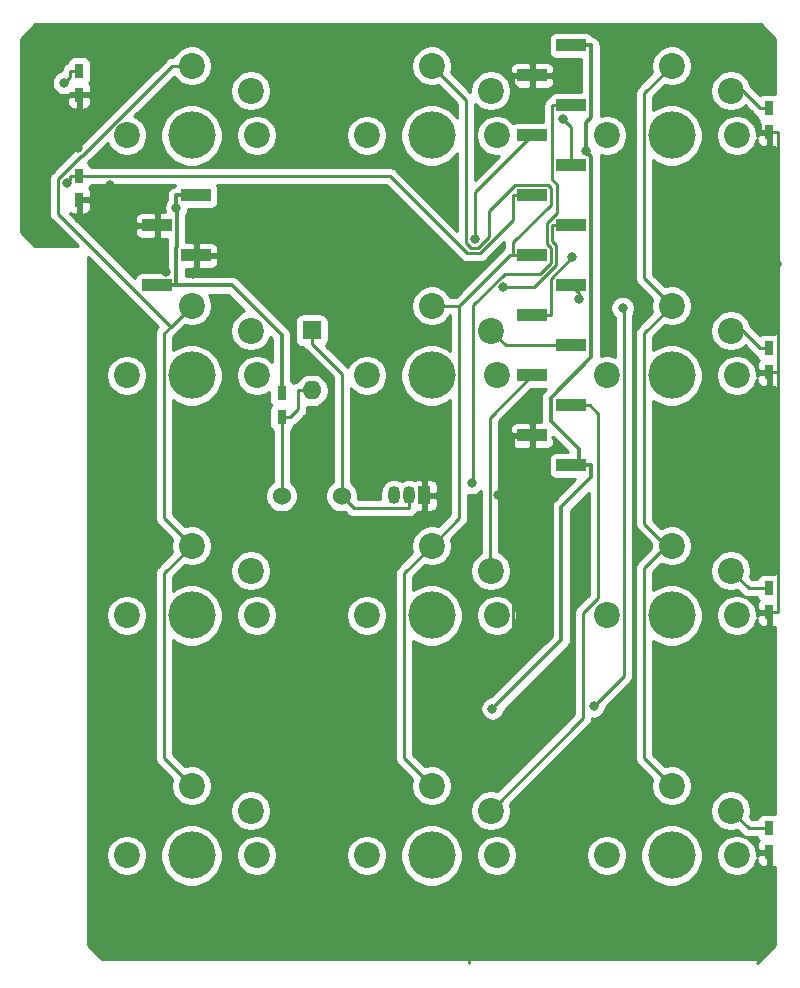
<source format=gbl>
G04 #@! TF.GenerationSoftware,KiCad,Pcbnew,(5.1.5)-3*
G04 #@! TF.CreationDate,2020-09-25T18:16:36+09:00*
G04 #@! TF.ProjectId,righthand,72696768-7468-4616-9e64-2e6b69636164,rev?*
G04 #@! TF.SameCoordinates,Original*
G04 #@! TF.FileFunction,Copper,L2,Bot*
G04 #@! TF.FilePolarity,Positive*
%FSLAX46Y46*%
G04 Gerber Fmt 4.6, Leading zero omitted, Abs format (unit mm)*
G04 Created by KiCad (PCBNEW (5.1.5)-3) date 2020-09-25 18:16:36*
%MOMM*%
%LPD*%
G04 APERTURE LIST*
%ADD10C,1.524000*%
%ADD11R,1.050000X1.500000*%
%ADD12O,1.050000X1.500000*%
%ADD13R,0.800000X1.200000*%
%ADD14R,2.510000X1.000000*%
%ADD15C,2.200000*%
%ADD16C,4.000000*%
%ADD17O,1.600000X1.600000*%
%ADD18R,1.600000X1.600000*%
%ADD19C,0.800000*%
%ADD20C,0.250000*%
%ADD21C,0.350000*%
%ADD22C,0.254000*%
G04 APERTURE END LIST*
D10*
X153670000Y-66715000D03*
X148590000Y-66715000D03*
D11*
X160655000Y-66675000D03*
D12*
X158115000Y-66675000D03*
X159385000Y-66675000D03*
D13*
X148590000Y-58039000D03*
X148590000Y-60071000D03*
X189865000Y-35941000D03*
X189865000Y-33909000D03*
X189865000Y-56261000D03*
X189865000Y-54229000D03*
X189865000Y-76581000D03*
X189865000Y-74549000D03*
X189865000Y-96901000D03*
X189865000Y-94869000D03*
X131445000Y-30734000D03*
X131445000Y-32766000D03*
X131445000Y-39624000D03*
X131445000Y-41656000D03*
D14*
X169795000Y-61595000D03*
X169795000Y-56515000D03*
X169795000Y-51435000D03*
X169795000Y-46355000D03*
X169795000Y-41275000D03*
X169795000Y-36195000D03*
X169795000Y-31115000D03*
X173105000Y-64135000D03*
X173105000Y-59055000D03*
X173105000Y-53975000D03*
X173105000Y-48895000D03*
X173105000Y-43815000D03*
X173105000Y-38735000D03*
X173105000Y-33655000D03*
X173105000Y-28575000D03*
X138045000Y-48895000D03*
X138045000Y-43815000D03*
X141355000Y-46355000D03*
X141355000Y-41275000D03*
D15*
X135470000Y-36195000D03*
X146470000Y-36195000D03*
D16*
X140970000Y-36195000D03*
D15*
X145970000Y-32395000D03*
X140970000Y-30295000D03*
X135470000Y-56515000D03*
X146470000Y-56515000D03*
D16*
X140970000Y-56515000D03*
D15*
X145970000Y-52715000D03*
X140970000Y-50615000D03*
X135470000Y-76835000D03*
X146470000Y-76835000D03*
D16*
X140970000Y-76835000D03*
D15*
X145970000Y-73035000D03*
X140970000Y-70935000D03*
X135470000Y-97155000D03*
X146470000Y-97155000D03*
D16*
X140970000Y-97155000D03*
D15*
X145970000Y-93355000D03*
X140970000Y-91255000D03*
X155790000Y-36195000D03*
X166790000Y-36195000D03*
D16*
X161290000Y-36195000D03*
D15*
X166290000Y-32395000D03*
X161290000Y-30295000D03*
X155790000Y-56515000D03*
X166790000Y-56515000D03*
D16*
X161290000Y-56515000D03*
D15*
X166290000Y-52715000D03*
X161290000Y-50615000D03*
X155790000Y-76835000D03*
X166790000Y-76835000D03*
D16*
X161290000Y-76835000D03*
D15*
X166290000Y-73035000D03*
X161290000Y-70935000D03*
X155790000Y-97155000D03*
X166790000Y-97155000D03*
D16*
X161290000Y-97155000D03*
D15*
X166290000Y-93355000D03*
X161290000Y-91255000D03*
X176110000Y-36195000D03*
X187110000Y-36195000D03*
D16*
X181610000Y-36195000D03*
D15*
X186610000Y-32395000D03*
X181610000Y-30295000D03*
X176110000Y-56515000D03*
X187110000Y-56515000D03*
D16*
X181610000Y-56515000D03*
D15*
X186610000Y-52715000D03*
X181610000Y-50615000D03*
X176110000Y-76835000D03*
X187110000Y-76835000D03*
D16*
X181610000Y-76835000D03*
D15*
X186610000Y-73035000D03*
X181610000Y-70935000D03*
X176110000Y-97155000D03*
X187110000Y-97155000D03*
D16*
X181610000Y-97155000D03*
D15*
X186610000Y-93355000D03*
X181610000Y-91255000D03*
D17*
X151130000Y-57785000D03*
D18*
X151130000Y-52705000D03*
D19*
X177470600Y-50800600D03*
X175013800Y-84529200D03*
X174350900Y-37514900D03*
X139674700Y-42316700D03*
X166441300Y-84722700D03*
X164967900Y-44958000D03*
X169462000Y-33052400D03*
X188284300Y-34360300D03*
X157631900Y-48260000D03*
X134058200Y-40371300D03*
X131355200Y-37244500D03*
X190504300Y-47088000D03*
X166953800Y-66675000D03*
X141056600Y-47933100D03*
X138801000Y-47743900D03*
X150989900Y-48260000D03*
X165305700Y-89583000D03*
X173212700Y-46503100D03*
X130416600Y-40209200D03*
X173735900Y-50035300D03*
X167363300Y-49035400D03*
X172392700Y-34780500D03*
X130175000Y-31750000D03*
X164694800Y-65599700D03*
D20*
X159385000Y-66675000D02*
X159385000Y-67750300D01*
X159385000Y-67750300D02*
X154705300Y-67750300D01*
X154705300Y-67750300D02*
X153670000Y-66715000D01*
X151130000Y-52705000D02*
X151130000Y-53830300D01*
X151130000Y-53830300D02*
X153670000Y-56370300D01*
X153670000Y-56370300D02*
X153670000Y-66715000D01*
X148590000Y-66715000D02*
X148590000Y-60071000D01*
X148590000Y-60071000D02*
X149315300Y-60071000D01*
X151130000Y-57785000D02*
X150004700Y-57785000D01*
X150004700Y-57785000D02*
X150004700Y-59381600D01*
X150004700Y-59381600D02*
X149315300Y-60071000D01*
X177470600Y-50800600D02*
X177579300Y-50909300D01*
X177579300Y-50909300D02*
X177579300Y-81963700D01*
X177579300Y-81963700D02*
X175013800Y-84529200D01*
D21*
X173795100Y-64135000D02*
X173795100Y-62764300D01*
X173795100Y-62764300D02*
X171381300Y-60350500D01*
X171381300Y-60350500D02*
X171381300Y-58393700D01*
X171381300Y-58393700D02*
X174819100Y-54955900D01*
X174819100Y-54955900D02*
X174819100Y-37983100D01*
X174819100Y-37983100D02*
X174350900Y-37514900D01*
X174785300Y-28575000D02*
X174785300Y-34669700D01*
X174785300Y-34669700D02*
X174350900Y-35104100D01*
X174350900Y-35104100D02*
X174350900Y-37514900D01*
X174785300Y-64135000D02*
X174785300Y-65103200D01*
X174785300Y-65103200D02*
X172270000Y-67618500D01*
X172270000Y-67618500D02*
X172270000Y-78894000D01*
X172270000Y-78894000D02*
X166441300Y-84722700D01*
X173105000Y-28575000D02*
X174785300Y-28575000D01*
X173795100Y-64135000D02*
X174785300Y-64135000D01*
X173105000Y-64135000D02*
X173795100Y-64135000D01*
X148590000Y-58039000D02*
X148590000Y-53104700D01*
X148590000Y-53104700D02*
X144380300Y-48895000D01*
X144380300Y-48895000D02*
X139672800Y-48895000D01*
X139674700Y-42316700D02*
X139727300Y-42369300D01*
X139727300Y-42369300D02*
X139727300Y-45626300D01*
X139727300Y-45626300D02*
X139672800Y-45680800D01*
X139672800Y-45680800D02*
X139672800Y-48895000D01*
X139674700Y-41275000D02*
X139674700Y-42316700D01*
X138885200Y-48895000D02*
X139672800Y-48895000D01*
X138045000Y-48895000D02*
X138885200Y-48895000D01*
X141355000Y-41275000D02*
X139674700Y-41275000D01*
D20*
X169795000Y-36195000D02*
X164967900Y-41022100D01*
X164967900Y-41022100D02*
X164967900Y-44958000D01*
X169462000Y-33052400D02*
X168214700Y-31805100D01*
X168214700Y-31805100D02*
X168214700Y-31115000D01*
X169795000Y-31115000D02*
X168214700Y-31115000D01*
X189865000Y-35941000D02*
X189139700Y-35941000D01*
X189139700Y-35941000D02*
X189139700Y-35215700D01*
X189139700Y-35215700D02*
X188284300Y-34360300D01*
X190115100Y-35941000D02*
X189865000Y-35941000D01*
X160655000Y-66675000D02*
X160655000Y-62771400D01*
X160655000Y-62771400D02*
X158082200Y-60198600D01*
X158082200Y-60198600D02*
X158082200Y-48710300D01*
X158082200Y-48710300D02*
X157631900Y-48260000D01*
X165305700Y-89583000D02*
X165305700Y-81253800D01*
X165305700Y-81253800D02*
X168226000Y-78333500D01*
X168226000Y-78333500D02*
X168226000Y-67947200D01*
X168226000Y-67947200D02*
X166953800Y-66675000D01*
X164490000Y-106257400D02*
X164490000Y-90398700D01*
X164490000Y-90398700D02*
X165305700Y-89583000D01*
X190115100Y-35941000D02*
X190590300Y-35941000D01*
X131445000Y-32766000D02*
X131445000Y-33691300D01*
X134058200Y-41656000D02*
X134305700Y-41656000D01*
X134305700Y-41656000D02*
X136464700Y-43815000D01*
X131445000Y-41656000D02*
X134058200Y-41656000D01*
X134058200Y-41656000D02*
X134058200Y-40371300D01*
X131445000Y-33691300D02*
X131355200Y-33781100D01*
X131355200Y-33781100D02*
X131355200Y-37244500D01*
X168214700Y-61595000D02*
X168214700Y-65414100D01*
X168214700Y-65414100D02*
X166953800Y-66675000D01*
X190504300Y-47088000D02*
X190590300Y-47088000D01*
X190590300Y-47088000D02*
X190590300Y-56261000D01*
X190590300Y-35941000D02*
X190590300Y-47088000D01*
X189865000Y-76581000D02*
X190590300Y-76581000D01*
X189865000Y-56261000D02*
X190590300Y-56261000D01*
X190590300Y-56261000D02*
X190590300Y-76581000D01*
X188847200Y-106246500D02*
X189865000Y-105228700D01*
X189865000Y-105228700D02*
X189865000Y-96901000D01*
X169795000Y-61595000D02*
X168214700Y-61595000D01*
X138045000Y-43815000D02*
X136464700Y-43815000D01*
X138045000Y-43815000D02*
X138045000Y-46987900D01*
X138045000Y-46987900D02*
X138801000Y-47743900D01*
X141355000Y-46355000D02*
X141355000Y-47634700D01*
X141355000Y-47634700D02*
X141056600Y-47933100D01*
X141355000Y-46355000D02*
X149084900Y-46355000D01*
X149084900Y-46355000D02*
X150989900Y-48260000D01*
X166290000Y-73035000D02*
X166216300Y-72961300D01*
X166216300Y-72961300D02*
X166216300Y-60093700D01*
X166216300Y-60093700D02*
X169795000Y-56515000D01*
X189865000Y-74549000D02*
X188124000Y-74549000D01*
X188124000Y-74549000D02*
X186610000Y-73035000D01*
X169795000Y-51435000D02*
X171375300Y-51435000D01*
X171375300Y-51435000D02*
X171375300Y-48340500D01*
X171375300Y-48340500D02*
X173212700Y-46503100D01*
X189865000Y-33909000D02*
X189139700Y-33909000D01*
X189139700Y-33909000D02*
X187625700Y-32395000D01*
X187625700Y-32395000D02*
X186610000Y-32395000D01*
X168214700Y-46355000D02*
X168214700Y-45255600D01*
X168214700Y-45255600D02*
X171412100Y-42058200D01*
X171412100Y-42058200D02*
X171412100Y-40674800D01*
X171412100Y-40674800D02*
X171144000Y-40406700D01*
X171144000Y-40406700D02*
X168389500Y-40406700D01*
X168389500Y-40406700D02*
X166178500Y-42617700D01*
X166178500Y-42617700D02*
X166178500Y-44773500D01*
X166178500Y-44773500D02*
X165233900Y-45718100D01*
X165233900Y-45718100D02*
X164659200Y-45718100D01*
X164659200Y-45718100D02*
X164202600Y-45261500D01*
X164202600Y-45261500D02*
X164202600Y-33207600D01*
X164202600Y-33207600D02*
X161290000Y-30295000D01*
X168214700Y-46355000D02*
X167903500Y-46355000D01*
X167903500Y-46355000D02*
X163643500Y-50615000D01*
X169795000Y-46355000D02*
X169334300Y-46355000D01*
X169004900Y-46355000D02*
X168214700Y-46355000D01*
X169004900Y-46355000D02*
X169334300Y-46355000D01*
X163643500Y-50615000D02*
X161290000Y-50615000D01*
X161290000Y-70935000D02*
X163643500Y-68581500D01*
X163643500Y-68581500D02*
X163643500Y-50615000D01*
X161290000Y-91255000D02*
X158961900Y-88926900D01*
X158961900Y-88926900D02*
X158961900Y-73263100D01*
X158961900Y-73263100D02*
X161290000Y-70935000D01*
X131445000Y-39624000D02*
X157736600Y-39624000D01*
X157736600Y-39624000D02*
X164281000Y-46168400D01*
X164281000Y-46168400D02*
X165420500Y-46168400D01*
X165420500Y-46168400D02*
X168214700Y-43374200D01*
X168214700Y-43374200D02*
X168214700Y-41275000D01*
X131445000Y-39624000D02*
X130719700Y-39624000D01*
X130416600Y-40209200D02*
X130719700Y-39906100D01*
X130719700Y-39906100D02*
X130719700Y-39624000D01*
X169795000Y-41275000D02*
X168214700Y-41275000D01*
X189865000Y-94869000D02*
X188124000Y-94869000D01*
X188124000Y-94869000D02*
X186610000Y-93355000D01*
X173105000Y-59055000D02*
X174685300Y-59055000D01*
X174685300Y-59055000D02*
X175366100Y-59735800D01*
X175366100Y-59735800D02*
X175366100Y-75375100D01*
X175366100Y-75375100D02*
X174119000Y-76622200D01*
X174119000Y-76622200D02*
X174119000Y-85526000D01*
X174119000Y-85526000D02*
X166290000Y-93355000D01*
X173105000Y-53975000D02*
X167550000Y-53975000D01*
X167550000Y-53975000D02*
X166290000Y-52715000D01*
X189865000Y-54229000D02*
X189139700Y-54229000D01*
X189139700Y-54229000D02*
X187625700Y-52715000D01*
X187625700Y-52715000D02*
X186610000Y-52715000D01*
X173105000Y-48895000D02*
X173735900Y-49525900D01*
X173735900Y-49525900D02*
X173735900Y-50035300D01*
X181610000Y-50615000D02*
X179284600Y-52940400D01*
X179284600Y-52940400D02*
X179284600Y-69059500D01*
X179284600Y-69059500D02*
X181160100Y-70935000D01*
X181610000Y-30295000D02*
X179278400Y-32626600D01*
X179278400Y-32626600D02*
X179278400Y-48283400D01*
X179278400Y-48283400D02*
X181610000Y-50615000D01*
X181610000Y-91255000D02*
X179281400Y-88926400D01*
X179281400Y-88926400D02*
X179281400Y-72813700D01*
X179281400Y-72813700D02*
X181160100Y-70935000D01*
X181160100Y-70935000D02*
X181610000Y-70935000D01*
X167363300Y-49035400D02*
X169982300Y-49035400D01*
X169982300Y-49035400D02*
X171862400Y-47155300D01*
X171862400Y-47155300D02*
X171862400Y-45455500D01*
X171862400Y-45455500D02*
X171524700Y-45117800D01*
X171524700Y-45117800D02*
X171524700Y-43815000D01*
X173105000Y-43815000D02*
X171524700Y-43815000D01*
X139205000Y-52380000D02*
X129650400Y-42825500D01*
X129650400Y-42825500D02*
X129650400Y-39909700D01*
X129650400Y-39909700D02*
X131590300Y-37969800D01*
X131590300Y-37969800D02*
X131655700Y-37969800D01*
X131655700Y-37969800D02*
X139330500Y-30295000D01*
X139330500Y-30295000D02*
X140970000Y-30295000D01*
X139205000Y-52380000D02*
X140970000Y-50615000D01*
X140970000Y-70935000D02*
X138634500Y-68599500D01*
X138634500Y-68599500D02*
X138634500Y-52950500D01*
X138634500Y-52950500D02*
X139205000Y-52380000D01*
X140970000Y-91255000D02*
X138630900Y-88915900D01*
X138630900Y-88915900D02*
X138630900Y-73274100D01*
X138630900Y-73274100D02*
X140970000Y-70935000D01*
X173105000Y-38735000D02*
X173105000Y-35492800D01*
X173105000Y-35492800D02*
X172392700Y-34780500D01*
X131082400Y-30734000D02*
X131445000Y-30734000D01*
X131082400Y-30734000D02*
X130719700Y-30734000D01*
X130175000Y-31750000D02*
X130719700Y-31205300D01*
X130719700Y-31205300D02*
X130719700Y-30734000D01*
X173105000Y-33655000D02*
X171524700Y-33655000D01*
X171524700Y-33655000D02*
X171524700Y-39956400D01*
X171524700Y-39956400D02*
X171870600Y-40302300D01*
X171870600Y-40302300D02*
X171870600Y-42787500D01*
X171870600Y-42787500D02*
X171053800Y-43604300D01*
X171053800Y-43604300D02*
X171053800Y-45396600D01*
X171053800Y-45396600D02*
X171412100Y-45754900D01*
X171412100Y-45754900D02*
X171412100Y-46968700D01*
X171412100Y-46968700D02*
X170498000Y-47882800D01*
X170498000Y-47882800D02*
X167486400Y-47882800D01*
X167486400Y-47882800D02*
X164821200Y-50548000D01*
X164821200Y-50548000D02*
X164821200Y-65473400D01*
X164821200Y-65473400D02*
X164821100Y-65473400D01*
X164821100Y-65473400D02*
X164694800Y-65599700D01*
D22*
G36*
X190373000Y-27992606D02*
G01*
X190373000Y-32681565D01*
X190265000Y-32670928D01*
X189465000Y-32670928D01*
X189340518Y-32683188D01*
X189220820Y-32719498D01*
X189110506Y-32778463D01*
X189095928Y-32790427D01*
X188299159Y-31993658D01*
X188278325Y-31888919D01*
X188147537Y-31573169D01*
X187957663Y-31289002D01*
X187715998Y-31047337D01*
X187431831Y-30857463D01*
X187116081Y-30726675D01*
X186780883Y-30660000D01*
X186439117Y-30660000D01*
X186103919Y-30726675D01*
X185788169Y-30857463D01*
X185504002Y-31047337D01*
X185262337Y-31289002D01*
X185072463Y-31573169D01*
X184941675Y-31888919D01*
X184875000Y-32224117D01*
X184875000Y-32565883D01*
X184941675Y-32901081D01*
X185072463Y-33216831D01*
X185262337Y-33500998D01*
X185504002Y-33742663D01*
X185788169Y-33932537D01*
X186103919Y-34063325D01*
X186439117Y-34130000D01*
X186780883Y-34130000D01*
X187116081Y-34063325D01*
X187431831Y-33932537D01*
X187715998Y-33742663D01*
X187807280Y-33651381D01*
X188575901Y-34420003D01*
X188599699Y-34449001D01*
X188715424Y-34543974D01*
X188836760Y-34608830D01*
X188839188Y-34633482D01*
X188875498Y-34753180D01*
X188934463Y-34863494D01*
X188984940Y-34925000D01*
X188934463Y-34986506D01*
X188875498Y-35096820D01*
X188839188Y-35216518D01*
X188826928Y-35341000D01*
X188830000Y-35655250D01*
X188988750Y-35814000D01*
X189738000Y-35814000D01*
X189738000Y-35794000D01*
X189992000Y-35794000D01*
X189992000Y-35814000D01*
X190012000Y-35814000D01*
X190012000Y-36068000D01*
X189992000Y-36068000D01*
X189992000Y-37017250D01*
X190150750Y-37176000D01*
X190265000Y-37179072D01*
X190373000Y-37168435D01*
X190373000Y-53001565D01*
X190265000Y-52990928D01*
X189465000Y-52990928D01*
X189340518Y-53003188D01*
X189220820Y-53039498D01*
X189110506Y-53098463D01*
X189095928Y-53110427D01*
X188299159Y-52313658D01*
X188278325Y-52208919D01*
X188147537Y-51893169D01*
X187957663Y-51609002D01*
X187715998Y-51367337D01*
X187431831Y-51177463D01*
X187116081Y-51046675D01*
X186780883Y-50980000D01*
X186439117Y-50980000D01*
X186103919Y-51046675D01*
X185788169Y-51177463D01*
X185504002Y-51367337D01*
X185262337Y-51609002D01*
X185072463Y-51893169D01*
X184941675Y-52208919D01*
X184875000Y-52544117D01*
X184875000Y-52885883D01*
X184941675Y-53221081D01*
X185072463Y-53536831D01*
X185262337Y-53820998D01*
X185504002Y-54062663D01*
X185788169Y-54252537D01*
X186103919Y-54383325D01*
X186439117Y-54450000D01*
X186780883Y-54450000D01*
X187116081Y-54383325D01*
X187431831Y-54252537D01*
X187715998Y-54062663D01*
X187807280Y-53971381D01*
X188575901Y-54740003D01*
X188599699Y-54769001D01*
X188715424Y-54863974D01*
X188836760Y-54928830D01*
X188839188Y-54953482D01*
X188875498Y-55073180D01*
X188934463Y-55183494D01*
X188984940Y-55245000D01*
X188934463Y-55306506D01*
X188875498Y-55416820D01*
X188839188Y-55536518D01*
X188826928Y-55661000D01*
X188830000Y-55975250D01*
X188988750Y-56134000D01*
X189738000Y-56134000D01*
X189738000Y-56114000D01*
X189992000Y-56114000D01*
X189992000Y-56134000D01*
X190012000Y-56134000D01*
X190012000Y-56388000D01*
X189992000Y-56388000D01*
X189992000Y-57337250D01*
X190150750Y-57496000D01*
X190265000Y-57499072D01*
X190373000Y-57488435D01*
X190373000Y-73321565D01*
X190265000Y-73310928D01*
X189465000Y-73310928D01*
X189340518Y-73323188D01*
X189220820Y-73359498D01*
X189110506Y-73418463D01*
X189013815Y-73497815D01*
X188934463Y-73594506D01*
X188875498Y-73704820D01*
X188849962Y-73789000D01*
X188438802Y-73789000D01*
X188252714Y-73602912D01*
X188278325Y-73541081D01*
X188345000Y-73205883D01*
X188345000Y-72864117D01*
X188278325Y-72528919D01*
X188147537Y-72213169D01*
X187957663Y-71929002D01*
X187715998Y-71687337D01*
X187431831Y-71497463D01*
X187116081Y-71366675D01*
X186780883Y-71300000D01*
X186439117Y-71300000D01*
X186103919Y-71366675D01*
X185788169Y-71497463D01*
X185504002Y-71687337D01*
X185262337Y-71929002D01*
X185072463Y-72213169D01*
X184941675Y-72528919D01*
X184875000Y-72864117D01*
X184875000Y-73205883D01*
X184941675Y-73541081D01*
X185072463Y-73856831D01*
X185262337Y-74140998D01*
X185504002Y-74382663D01*
X185788169Y-74572537D01*
X186103919Y-74703325D01*
X186439117Y-74770000D01*
X186780883Y-74770000D01*
X187116081Y-74703325D01*
X187177912Y-74677714D01*
X187560201Y-75060003D01*
X187583999Y-75089001D01*
X187699724Y-75183974D01*
X187831753Y-75254546D01*
X187975014Y-75298003D01*
X188086667Y-75309000D01*
X188086676Y-75309000D01*
X188123999Y-75312676D01*
X188161322Y-75309000D01*
X188849962Y-75309000D01*
X188875498Y-75393180D01*
X188934463Y-75503494D01*
X188984940Y-75565000D01*
X188934463Y-75626506D01*
X188875498Y-75736820D01*
X188839188Y-75856518D01*
X188826928Y-75981000D01*
X188830000Y-76295250D01*
X188988750Y-76454000D01*
X189738000Y-76454000D01*
X189738000Y-76434000D01*
X189992000Y-76434000D01*
X189992000Y-76454000D01*
X190012000Y-76454000D01*
X190012000Y-76708000D01*
X189992000Y-76708000D01*
X189992000Y-77657250D01*
X190150750Y-77816000D01*
X190265000Y-77819072D01*
X190373000Y-77808435D01*
X190373000Y-93641565D01*
X190265000Y-93630928D01*
X189465000Y-93630928D01*
X189340518Y-93643188D01*
X189220820Y-93679498D01*
X189110506Y-93738463D01*
X189013815Y-93817815D01*
X188934463Y-93914506D01*
X188875498Y-94024820D01*
X188849962Y-94109000D01*
X188438802Y-94109000D01*
X188252714Y-93922912D01*
X188278325Y-93861081D01*
X188345000Y-93525883D01*
X188345000Y-93184117D01*
X188278325Y-92848919D01*
X188147537Y-92533169D01*
X187957663Y-92249002D01*
X187715998Y-92007337D01*
X187431831Y-91817463D01*
X187116081Y-91686675D01*
X186780883Y-91620000D01*
X186439117Y-91620000D01*
X186103919Y-91686675D01*
X185788169Y-91817463D01*
X185504002Y-92007337D01*
X185262337Y-92249002D01*
X185072463Y-92533169D01*
X184941675Y-92848919D01*
X184875000Y-93184117D01*
X184875000Y-93525883D01*
X184941675Y-93861081D01*
X185072463Y-94176831D01*
X185262337Y-94460998D01*
X185504002Y-94702663D01*
X185788169Y-94892537D01*
X186103919Y-95023325D01*
X186439117Y-95090000D01*
X186780883Y-95090000D01*
X187116081Y-95023325D01*
X187177912Y-94997714D01*
X187560201Y-95380003D01*
X187583999Y-95409001D01*
X187699724Y-95503974D01*
X187831753Y-95574546D01*
X187975014Y-95618003D01*
X188086667Y-95629000D01*
X188086676Y-95629000D01*
X188123999Y-95632676D01*
X188161322Y-95629000D01*
X188849962Y-95629000D01*
X188875498Y-95713180D01*
X188934463Y-95823494D01*
X188984940Y-95885000D01*
X188934463Y-95946506D01*
X188875498Y-96056820D01*
X188839188Y-96176518D01*
X188826928Y-96301000D01*
X188830000Y-96615250D01*
X188988750Y-96774000D01*
X189738000Y-96774000D01*
X189738000Y-96754000D01*
X189992000Y-96754000D01*
X189992000Y-96774000D01*
X190012000Y-96774000D01*
X190012000Y-97028000D01*
X189992000Y-97028000D01*
X189992000Y-97977250D01*
X190150750Y-98136000D01*
X190265000Y-98139072D01*
X190373000Y-98128435D01*
X190373000Y-104722394D01*
X189177394Y-105918000D01*
X133402606Y-105918000D01*
X132207000Y-104722394D01*
X132207000Y-96984117D01*
X133735000Y-96984117D01*
X133735000Y-97325883D01*
X133801675Y-97661081D01*
X133932463Y-97976831D01*
X134122337Y-98260998D01*
X134364002Y-98502663D01*
X134648169Y-98692537D01*
X134963919Y-98823325D01*
X135299117Y-98890000D01*
X135640883Y-98890000D01*
X135976081Y-98823325D01*
X136291831Y-98692537D01*
X136575998Y-98502663D01*
X136817663Y-98260998D01*
X137007537Y-97976831D01*
X137138325Y-97661081D01*
X137205000Y-97325883D01*
X137205000Y-96984117D01*
X137187369Y-96895475D01*
X138335000Y-96895475D01*
X138335000Y-97414525D01*
X138436261Y-97923601D01*
X138634893Y-98403141D01*
X138923262Y-98834715D01*
X139290285Y-99201738D01*
X139721859Y-99490107D01*
X140201399Y-99688739D01*
X140710475Y-99790000D01*
X141229525Y-99790000D01*
X141738601Y-99688739D01*
X142218141Y-99490107D01*
X142649715Y-99201738D01*
X143016738Y-98834715D01*
X143305107Y-98403141D01*
X143503739Y-97923601D01*
X143605000Y-97414525D01*
X143605000Y-96984117D01*
X144735000Y-96984117D01*
X144735000Y-97325883D01*
X144801675Y-97661081D01*
X144932463Y-97976831D01*
X145122337Y-98260998D01*
X145364002Y-98502663D01*
X145648169Y-98692537D01*
X145963919Y-98823325D01*
X146299117Y-98890000D01*
X146640883Y-98890000D01*
X146976081Y-98823325D01*
X147291831Y-98692537D01*
X147575998Y-98502663D01*
X147817663Y-98260998D01*
X148007537Y-97976831D01*
X148138325Y-97661081D01*
X148205000Y-97325883D01*
X148205000Y-96984117D01*
X154055000Y-96984117D01*
X154055000Y-97325883D01*
X154121675Y-97661081D01*
X154252463Y-97976831D01*
X154442337Y-98260998D01*
X154684002Y-98502663D01*
X154968169Y-98692537D01*
X155283919Y-98823325D01*
X155619117Y-98890000D01*
X155960883Y-98890000D01*
X156296081Y-98823325D01*
X156611831Y-98692537D01*
X156895998Y-98502663D01*
X157137663Y-98260998D01*
X157327537Y-97976831D01*
X157458325Y-97661081D01*
X157525000Y-97325883D01*
X157525000Y-96984117D01*
X157507369Y-96895475D01*
X158655000Y-96895475D01*
X158655000Y-97414525D01*
X158756261Y-97923601D01*
X158954893Y-98403141D01*
X159243262Y-98834715D01*
X159610285Y-99201738D01*
X160041859Y-99490107D01*
X160521399Y-99688739D01*
X161030475Y-99790000D01*
X161549525Y-99790000D01*
X162058601Y-99688739D01*
X162538141Y-99490107D01*
X162969715Y-99201738D01*
X163336738Y-98834715D01*
X163625107Y-98403141D01*
X163823739Y-97923601D01*
X163925000Y-97414525D01*
X163925000Y-96984117D01*
X165055000Y-96984117D01*
X165055000Y-97325883D01*
X165121675Y-97661081D01*
X165252463Y-97976831D01*
X165442337Y-98260998D01*
X165684002Y-98502663D01*
X165968169Y-98692537D01*
X166283919Y-98823325D01*
X166619117Y-98890000D01*
X166960883Y-98890000D01*
X167296081Y-98823325D01*
X167611831Y-98692537D01*
X167895998Y-98502663D01*
X168137663Y-98260998D01*
X168327537Y-97976831D01*
X168458325Y-97661081D01*
X168525000Y-97325883D01*
X168525000Y-96984117D01*
X174375000Y-96984117D01*
X174375000Y-97325883D01*
X174441675Y-97661081D01*
X174572463Y-97976831D01*
X174762337Y-98260998D01*
X175004002Y-98502663D01*
X175288169Y-98692537D01*
X175603919Y-98823325D01*
X175939117Y-98890000D01*
X176280883Y-98890000D01*
X176616081Y-98823325D01*
X176931831Y-98692537D01*
X177215998Y-98502663D01*
X177457663Y-98260998D01*
X177647537Y-97976831D01*
X177778325Y-97661081D01*
X177845000Y-97325883D01*
X177845000Y-96984117D01*
X177827369Y-96895475D01*
X178975000Y-96895475D01*
X178975000Y-97414525D01*
X179076261Y-97923601D01*
X179274893Y-98403141D01*
X179563262Y-98834715D01*
X179930285Y-99201738D01*
X180361859Y-99490107D01*
X180841399Y-99688739D01*
X181350475Y-99790000D01*
X181869525Y-99790000D01*
X182378601Y-99688739D01*
X182858141Y-99490107D01*
X183289715Y-99201738D01*
X183656738Y-98834715D01*
X183945107Y-98403141D01*
X184143739Y-97923601D01*
X184245000Y-97414525D01*
X184245000Y-96984117D01*
X185375000Y-96984117D01*
X185375000Y-97325883D01*
X185441675Y-97661081D01*
X185572463Y-97976831D01*
X185762337Y-98260998D01*
X186004002Y-98502663D01*
X186288169Y-98692537D01*
X186603919Y-98823325D01*
X186939117Y-98890000D01*
X187280883Y-98890000D01*
X187616081Y-98823325D01*
X187931831Y-98692537D01*
X188215998Y-98502663D01*
X188457663Y-98260998D01*
X188647537Y-97976831D01*
X188778325Y-97661081D01*
X188827794Y-97412382D01*
X188826928Y-97501000D01*
X188839188Y-97625482D01*
X188875498Y-97745180D01*
X188934463Y-97855494D01*
X189013815Y-97952185D01*
X189110506Y-98031537D01*
X189220820Y-98090502D01*
X189340518Y-98126812D01*
X189465000Y-98139072D01*
X189579250Y-98136000D01*
X189738000Y-97977250D01*
X189738000Y-97028000D01*
X188988750Y-97028000D01*
X188845000Y-97171750D01*
X188845000Y-96984117D01*
X188778325Y-96648919D01*
X188647537Y-96333169D01*
X188457663Y-96049002D01*
X188215998Y-95807337D01*
X187931831Y-95617463D01*
X187616081Y-95486675D01*
X187280883Y-95420000D01*
X186939117Y-95420000D01*
X186603919Y-95486675D01*
X186288169Y-95617463D01*
X186004002Y-95807337D01*
X185762337Y-96049002D01*
X185572463Y-96333169D01*
X185441675Y-96648919D01*
X185375000Y-96984117D01*
X184245000Y-96984117D01*
X184245000Y-96895475D01*
X184143739Y-96386399D01*
X183945107Y-95906859D01*
X183656738Y-95475285D01*
X183289715Y-95108262D01*
X182858141Y-94819893D01*
X182378601Y-94621261D01*
X181869525Y-94520000D01*
X181350475Y-94520000D01*
X180841399Y-94621261D01*
X180361859Y-94819893D01*
X179930285Y-95108262D01*
X179563262Y-95475285D01*
X179274893Y-95906859D01*
X179076261Y-96386399D01*
X178975000Y-96895475D01*
X177827369Y-96895475D01*
X177778325Y-96648919D01*
X177647537Y-96333169D01*
X177457663Y-96049002D01*
X177215998Y-95807337D01*
X176931831Y-95617463D01*
X176616081Y-95486675D01*
X176280883Y-95420000D01*
X175939117Y-95420000D01*
X175603919Y-95486675D01*
X175288169Y-95617463D01*
X175004002Y-95807337D01*
X174762337Y-96049002D01*
X174572463Y-96333169D01*
X174441675Y-96648919D01*
X174375000Y-96984117D01*
X168525000Y-96984117D01*
X168458325Y-96648919D01*
X168327537Y-96333169D01*
X168137663Y-96049002D01*
X167895998Y-95807337D01*
X167611831Y-95617463D01*
X167296081Y-95486675D01*
X166960883Y-95420000D01*
X166619117Y-95420000D01*
X166283919Y-95486675D01*
X165968169Y-95617463D01*
X165684002Y-95807337D01*
X165442337Y-96049002D01*
X165252463Y-96333169D01*
X165121675Y-96648919D01*
X165055000Y-96984117D01*
X163925000Y-96984117D01*
X163925000Y-96895475D01*
X163823739Y-96386399D01*
X163625107Y-95906859D01*
X163336738Y-95475285D01*
X162969715Y-95108262D01*
X162538141Y-94819893D01*
X162058601Y-94621261D01*
X161549525Y-94520000D01*
X161030475Y-94520000D01*
X160521399Y-94621261D01*
X160041859Y-94819893D01*
X159610285Y-95108262D01*
X159243262Y-95475285D01*
X158954893Y-95906859D01*
X158756261Y-96386399D01*
X158655000Y-96895475D01*
X157507369Y-96895475D01*
X157458325Y-96648919D01*
X157327537Y-96333169D01*
X157137663Y-96049002D01*
X156895998Y-95807337D01*
X156611831Y-95617463D01*
X156296081Y-95486675D01*
X155960883Y-95420000D01*
X155619117Y-95420000D01*
X155283919Y-95486675D01*
X154968169Y-95617463D01*
X154684002Y-95807337D01*
X154442337Y-96049002D01*
X154252463Y-96333169D01*
X154121675Y-96648919D01*
X154055000Y-96984117D01*
X148205000Y-96984117D01*
X148138325Y-96648919D01*
X148007537Y-96333169D01*
X147817663Y-96049002D01*
X147575998Y-95807337D01*
X147291831Y-95617463D01*
X146976081Y-95486675D01*
X146640883Y-95420000D01*
X146299117Y-95420000D01*
X145963919Y-95486675D01*
X145648169Y-95617463D01*
X145364002Y-95807337D01*
X145122337Y-96049002D01*
X144932463Y-96333169D01*
X144801675Y-96648919D01*
X144735000Y-96984117D01*
X143605000Y-96984117D01*
X143605000Y-96895475D01*
X143503739Y-96386399D01*
X143305107Y-95906859D01*
X143016738Y-95475285D01*
X142649715Y-95108262D01*
X142218141Y-94819893D01*
X141738601Y-94621261D01*
X141229525Y-94520000D01*
X140710475Y-94520000D01*
X140201399Y-94621261D01*
X139721859Y-94819893D01*
X139290285Y-95108262D01*
X138923262Y-95475285D01*
X138634893Y-95906859D01*
X138436261Y-96386399D01*
X138335000Y-96895475D01*
X137187369Y-96895475D01*
X137138325Y-96648919D01*
X137007537Y-96333169D01*
X136817663Y-96049002D01*
X136575998Y-95807337D01*
X136291831Y-95617463D01*
X135976081Y-95486675D01*
X135640883Y-95420000D01*
X135299117Y-95420000D01*
X134963919Y-95486675D01*
X134648169Y-95617463D01*
X134364002Y-95807337D01*
X134122337Y-96049002D01*
X133932463Y-96333169D01*
X133801675Y-96648919D01*
X133735000Y-96984117D01*
X132207000Y-96984117D01*
X132207000Y-93184117D01*
X144235000Y-93184117D01*
X144235000Y-93525883D01*
X144301675Y-93861081D01*
X144432463Y-94176831D01*
X144622337Y-94460998D01*
X144864002Y-94702663D01*
X145148169Y-94892537D01*
X145463919Y-95023325D01*
X145799117Y-95090000D01*
X146140883Y-95090000D01*
X146476081Y-95023325D01*
X146791831Y-94892537D01*
X147075998Y-94702663D01*
X147317663Y-94460998D01*
X147507537Y-94176831D01*
X147638325Y-93861081D01*
X147705000Y-93525883D01*
X147705000Y-93184117D01*
X147638325Y-92848919D01*
X147507537Y-92533169D01*
X147317663Y-92249002D01*
X147075998Y-92007337D01*
X146791831Y-91817463D01*
X146476081Y-91686675D01*
X146140883Y-91620000D01*
X145799117Y-91620000D01*
X145463919Y-91686675D01*
X145148169Y-91817463D01*
X144864002Y-92007337D01*
X144622337Y-92249002D01*
X144432463Y-92533169D01*
X144301675Y-92848919D01*
X144235000Y-93184117D01*
X132207000Y-93184117D01*
X132207000Y-76664117D01*
X133735000Y-76664117D01*
X133735000Y-77005883D01*
X133801675Y-77341081D01*
X133932463Y-77656831D01*
X134122337Y-77940998D01*
X134364002Y-78182663D01*
X134648169Y-78372537D01*
X134963919Y-78503325D01*
X135299117Y-78570000D01*
X135640883Y-78570000D01*
X135976081Y-78503325D01*
X136291831Y-78372537D01*
X136575998Y-78182663D01*
X136817663Y-77940998D01*
X137007537Y-77656831D01*
X137138325Y-77341081D01*
X137205000Y-77005883D01*
X137205000Y-76664117D01*
X137138325Y-76328919D01*
X137007537Y-76013169D01*
X136817663Y-75729002D01*
X136575998Y-75487337D01*
X136291831Y-75297463D01*
X135976081Y-75166675D01*
X135640883Y-75100000D01*
X135299117Y-75100000D01*
X134963919Y-75166675D01*
X134648169Y-75297463D01*
X134364002Y-75487337D01*
X134122337Y-75729002D01*
X133932463Y-76013169D01*
X133801675Y-76328919D01*
X133735000Y-76664117D01*
X132207000Y-76664117D01*
X132207000Y-56344117D01*
X133735000Y-56344117D01*
X133735000Y-56685883D01*
X133801675Y-57021081D01*
X133932463Y-57336831D01*
X134122337Y-57620998D01*
X134364002Y-57862663D01*
X134648169Y-58052537D01*
X134963919Y-58183325D01*
X135299117Y-58250000D01*
X135640883Y-58250000D01*
X135976081Y-58183325D01*
X136291831Y-58052537D01*
X136575998Y-57862663D01*
X136817663Y-57620998D01*
X137007537Y-57336831D01*
X137138325Y-57021081D01*
X137205000Y-56685883D01*
X137205000Y-56344117D01*
X137138325Y-56008919D01*
X137007537Y-55693169D01*
X136817663Y-55409002D01*
X136575998Y-55167337D01*
X136291831Y-54977463D01*
X135976081Y-54846675D01*
X135640883Y-54780000D01*
X135299117Y-54780000D01*
X134963919Y-54846675D01*
X134648169Y-54977463D01*
X134364002Y-55167337D01*
X134122337Y-55409002D01*
X133932463Y-55693169D01*
X133801675Y-56008919D01*
X133735000Y-56344117D01*
X132207000Y-56344117D01*
X132207000Y-46456869D01*
X138130196Y-52380003D01*
X138123498Y-52386701D01*
X138094500Y-52410499D01*
X138070702Y-52439497D01*
X138070701Y-52439498D01*
X137999526Y-52526224D01*
X137928954Y-52658254D01*
X137911741Y-52715000D01*
X137885498Y-52801514D01*
X137879345Y-52863985D01*
X137870824Y-52950500D01*
X137874501Y-52987833D01*
X137874500Y-68562178D01*
X137870824Y-68599500D01*
X137874500Y-68636822D01*
X137874500Y-68636832D01*
X137885497Y-68748485D01*
X137923494Y-68873746D01*
X137928954Y-68891746D01*
X137999526Y-69023776D01*
X138028844Y-69059500D01*
X138094499Y-69139501D01*
X138123503Y-69163304D01*
X139327286Y-70367088D01*
X139301675Y-70428919D01*
X139235000Y-70764117D01*
X139235000Y-71105883D01*
X139301675Y-71441081D01*
X139327286Y-71502912D01*
X138119898Y-72710301D01*
X138090900Y-72734099D01*
X138067102Y-72763097D01*
X138067101Y-72763098D01*
X137995926Y-72849824D01*
X137925354Y-72981854D01*
X137909233Y-73035000D01*
X137885235Y-73114115D01*
X137881898Y-73125115D01*
X137867224Y-73274100D01*
X137870901Y-73311433D01*
X137870900Y-88878578D01*
X137867224Y-88915900D01*
X137870900Y-88953222D01*
X137870900Y-88953232D01*
X137881897Y-89064885D01*
X137925354Y-89208146D01*
X137995926Y-89340176D01*
X138004953Y-89351175D01*
X138090899Y-89455901D01*
X138119903Y-89479704D01*
X139327286Y-90687088D01*
X139301675Y-90748919D01*
X139235000Y-91084117D01*
X139235000Y-91425883D01*
X139301675Y-91761081D01*
X139432463Y-92076831D01*
X139622337Y-92360998D01*
X139864002Y-92602663D01*
X140148169Y-92792537D01*
X140463919Y-92923325D01*
X140799117Y-92990000D01*
X141140883Y-92990000D01*
X141476081Y-92923325D01*
X141791831Y-92792537D01*
X142075998Y-92602663D01*
X142317663Y-92360998D01*
X142507537Y-92076831D01*
X142638325Y-91761081D01*
X142705000Y-91425883D01*
X142705000Y-91084117D01*
X142638325Y-90748919D01*
X142507537Y-90433169D01*
X142317663Y-90149002D01*
X142075998Y-89907337D01*
X141791831Y-89717463D01*
X141476081Y-89586675D01*
X141140883Y-89520000D01*
X140799117Y-89520000D01*
X140463919Y-89586675D01*
X140402088Y-89612286D01*
X139390900Y-88601099D01*
X139390900Y-78948967D01*
X139721859Y-79170107D01*
X140201399Y-79368739D01*
X140710475Y-79470000D01*
X141229525Y-79470000D01*
X141738601Y-79368739D01*
X142218141Y-79170107D01*
X142649715Y-78881738D01*
X143016738Y-78514715D01*
X143305107Y-78083141D01*
X143503739Y-77603601D01*
X143605000Y-77094525D01*
X143605000Y-76664117D01*
X144735000Y-76664117D01*
X144735000Y-77005883D01*
X144801675Y-77341081D01*
X144932463Y-77656831D01*
X145122337Y-77940998D01*
X145364002Y-78182663D01*
X145648169Y-78372537D01*
X145963919Y-78503325D01*
X146299117Y-78570000D01*
X146640883Y-78570000D01*
X146976081Y-78503325D01*
X147291831Y-78372537D01*
X147575998Y-78182663D01*
X147817663Y-77940998D01*
X148007537Y-77656831D01*
X148138325Y-77341081D01*
X148205000Y-77005883D01*
X148205000Y-76664117D01*
X154055000Y-76664117D01*
X154055000Y-77005883D01*
X154121675Y-77341081D01*
X154252463Y-77656831D01*
X154442337Y-77940998D01*
X154684002Y-78182663D01*
X154968169Y-78372537D01*
X155283919Y-78503325D01*
X155619117Y-78570000D01*
X155960883Y-78570000D01*
X156296081Y-78503325D01*
X156611831Y-78372537D01*
X156895998Y-78182663D01*
X157137663Y-77940998D01*
X157327537Y-77656831D01*
X157458325Y-77341081D01*
X157525000Y-77005883D01*
X157525000Y-76664117D01*
X157458325Y-76328919D01*
X157327537Y-76013169D01*
X157137663Y-75729002D01*
X156895998Y-75487337D01*
X156611831Y-75297463D01*
X156296081Y-75166675D01*
X155960883Y-75100000D01*
X155619117Y-75100000D01*
X155283919Y-75166675D01*
X154968169Y-75297463D01*
X154684002Y-75487337D01*
X154442337Y-75729002D01*
X154252463Y-76013169D01*
X154121675Y-76328919D01*
X154055000Y-76664117D01*
X148205000Y-76664117D01*
X148138325Y-76328919D01*
X148007537Y-76013169D01*
X147817663Y-75729002D01*
X147575998Y-75487337D01*
X147291831Y-75297463D01*
X146976081Y-75166675D01*
X146640883Y-75100000D01*
X146299117Y-75100000D01*
X145963919Y-75166675D01*
X145648169Y-75297463D01*
X145364002Y-75487337D01*
X145122337Y-75729002D01*
X144932463Y-76013169D01*
X144801675Y-76328919D01*
X144735000Y-76664117D01*
X143605000Y-76664117D01*
X143605000Y-76575475D01*
X143503739Y-76066399D01*
X143305107Y-75586859D01*
X143016738Y-75155285D01*
X142649715Y-74788262D01*
X142218141Y-74499893D01*
X141738601Y-74301261D01*
X141229525Y-74200000D01*
X140710475Y-74200000D01*
X140201399Y-74301261D01*
X139721859Y-74499893D01*
X139390900Y-74721033D01*
X139390900Y-73588901D01*
X140115684Y-72864117D01*
X144235000Y-72864117D01*
X144235000Y-73205883D01*
X144301675Y-73541081D01*
X144432463Y-73856831D01*
X144622337Y-74140998D01*
X144864002Y-74382663D01*
X145148169Y-74572537D01*
X145463919Y-74703325D01*
X145799117Y-74770000D01*
X146140883Y-74770000D01*
X146476081Y-74703325D01*
X146791831Y-74572537D01*
X147075998Y-74382663D01*
X147317663Y-74140998D01*
X147507537Y-73856831D01*
X147638325Y-73541081D01*
X147705000Y-73205883D01*
X147705000Y-72864117D01*
X147638325Y-72528919D01*
X147507537Y-72213169D01*
X147317663Y-71929002D01*
X147075998Y-71687337D01*
X146791831Y-71497463D01*
X146476081Y-71366675D01*
X146140883Y-71300000D01*
X145799117Y-71300000D01*
X145463919Y-71366675D01*
X145148169Y-71497463D01*
X144864002Y-71687337D01*
X144622337Y-71929002D01*
X144432463Y-72213169D01*
X144301675Y-72528919D01*
X144235000Y-72864117D01*
X140115684Y-72864117D01*
X140402088Y-72577714D01*
X140463919Y-72603325D01*
X140799117Y-72670000D01*
X141140883Y-72670000D01*
X141476081Y-72603325D01*
X141791831Y-72472537D01*
X142075998Y-72282663D01*
X142317663Y-72040998D01*
X142507537Y-71756831D01*
X142638325Y-71441081D01*
X142705000Y-71105883D01*
X142705000Y-70764117D01*
X142638325Y-70428919D01*
X142507537Y-70113169D01*
X142317663Y-69829002D01*
X142075998Y-69587337D01*
X141791831Y-69397463D01*
X141476081Y-69266675D01*
X141140883Y-69200000D01*
X140799117Y-69200000D01*
X140463919Y-69266675D01*
X140402088Y-69292286D01*
X139394500Y-68284699D01*
X139394500Y-58631372D01*
X139721859Y-58850107D01*
X140201399Y-59048739D01*
X140710475Y-59150000D01*
X141229525Y-59150000D01*
X141738601Y-59048739D01*
X142218141Y-58850107D01*
X142649715Y-58561738D01*
X143016738Y-58194715D01*
X143305107Y-57763141D01*
X143503739Y-57283601D01*
X143605000Y-56774525D01*
X143605000Y-56255475D01*
X143503739Y-55746399D01*
X143305107Y-55266859D01*
X143016738Y-54835285D01*
X142649715Y-54468262D01*
X142218141Y-54179893D01*
X141738601Y-53981261D01*
X141229525Y-53880000D01*
X140710475Y-53880000D01*
X140201399Y-53981261D01*
X139721859Y-54179893D01*
X139394500Y-54398628D01*
X139394500Y-53265301D01*
X139716009Y-52943793D01*
X139745003Y-52919998D01*
X139768795Y-52891007D01*
X139768799Y-52891003D01*
X139768803Y-52890998D01*
X140402088Y-52257714D01*
X140463919Y-52283325D01*
X140799117Y-52350000D01*
X141140883Y-52350000D01*
X141476081Y-52283325D01*
X141791831Y-52152537D01*
X142075998Y-51962663D01*
X142317663Y-51720998D01*
X142507537Y-51436831D01*
X142638325Y-51121081D01*
X142705000Y-50785883D01*
X142705000Y-50444117D01*
X142638325Y-50108919D01*
X142507537Y-49793169D01*
X142448624Y-49705000D01*
X144044788Y-49705000D01*
X145409149Y-51069361D01*
X145148169Y-51177463D01*
X144864002Y-51367337D01*
X144622337Y-51609002D01*
X144432463Y-51893169D01*
X144301675Y-52208919D01*
X144235000Y-52544117D01*
X144235000Y-52885883D01*
X144301675Y-53221081D01*
X144432463Y-53536831D01*
X144622337Y-53820998D01*
X144864002Y-54062663D01*
X145148169Y-54252537D01*
X145463919Y-54383325D01*
X145799117Y-54450000D01*
X146140883Y-54450000D01*
X146476081Y-54383325D01*
X146791831Y-54252537D01*
X147075998Y-54062663D01*
X147317663Y-53820998D01*
X147507537Y-53536831D01*
X147615638Y-53275851D01*
X147780001Y-53440214D01*
X147780001Y-55371340D01*
X147575998Y-55167337D01*
X147291831Y-54977463D01*
X146976081Y-54846675D01*
X146640883Y-54780000D01*
X146299117Y-54780000D01*
X145963919Y-54846675D01*
X145648169Y-54977463D01*
X145364002Y-55167337D01*
X145122337Y-55409002D01*
X144932463Y-55693169D01*
X144801675Y-56008919D01*
X144735000Y-56344117D01*
X144735000Y-56685883D01*
X144801675Y-57021081D01*
X144932463Y-57336831D01*
X145122337Y-57620998D01*
X145364002Y-57862663D01*
X145648169Y-58052537D01*
X145963919Y-58183325D01*
X146299117Y-58250000D01*
X146640883Y-58250000D01*
X146976081Y-58183325D01*
X147291831Y-58052537D01*
X147551928Y-57878746D01*
X147551928Y-58639000D01*
X147564188Y-58763482D01*
X147600498Y-58883180D01*
X147659463Y-58993494D01*
X147709940Y-59055000D01*
X147659463Y-59116506D01*
X147600498Y-59226820D01*
X147564188Y-59346518D01*
X147551928Y-59471000D01*
X147551928Y-60671000D01*
X147564188Y-60795482D01*
X147600498Y-60915180D01*
X147659463Y-61025494D01*
X147738815Y-61122185D01*
X147830001Y-61197019D01*
X147830000Y-65542659D01*
X147699465Y-65629880D01*
X147504880Y-65824465D01*
X147351995Y-66053273D01*
X147246686Y-66307510D01*
X147193000Y-66577408D01*
X147193000Y-66852592D01*
X147246686Y-67122490D01*
X147351995Y-67376727D01*
X147504880Y-67605535D01*
X147699465Y-67800120D01*
X147928273Y-67953005D01*
X148182510Y-68058314D01*
X148452408Y-68112000D01*
X148727592Y-68112000D01*
X148997490Y-68058314D01*
X149251727Y-67953005D01*
X149480535Y-67800120D01*
X149675120Y-67605535D01*
X149828005Y-67376727D01*
X149933314Y-67122490D01*
X149987000Y-66852592D01*
X149987000Y-66577408D01*
X149933314Y-66307510D01*
X149828005Y-66053273D01*
X149675120Y-65824465D01*
X149480535Y-65629880D01*
X149350000Y-65542659D01*
X149350000Y-61197018D01*
X149441185Y-61122185D01*
X149520537Y-61025494D01*
X149579502Y-60915180D01*
X149615812Y-60795482D01*
X149618240Y-60770830D01*
X149739576Y-60705974D01*
X149855301Y-60611001D01*
X149879103Y-60581998D01*
X150515702Y-59945399D01*
X150544701Y-59921601D01*
X150639674Y-59805876D01*
X150710246Y-59673847D01*
X150753703Y-59530586D01*
X150764700Y-59418933D01*
X150764700Y-59418923D01*
X150768376Y-59381600D01*
X150764700Y-59344277D01*
X150764700Y-59175450D01*
X150988665Y-59220000D01*
X151271335Y-59220000D01*
X151548574Y-59164853D01*
X151809727Y-59056680D01*
X152044759Y-58899637D01*
X152244637Y-58699759D01*
X152401680Y-58464727D01*
X152509853Y-58203574D01*
X152565000Y-57926335D01*
X152565000Y-57643665D01*
X152509853Y-57366426D01*
X152401680Y-57105273D01*
X152244637Y-56870241D01*
X152044759Y-56670363D01*
X151809727Y-56513320D01*
X151548574Y-56405147D01*
X151271335Y-56350000D01*
X150988665Y-56350000D01*
X150711426Y-56405147D01*
X150450273Y-56513320D01*
X150215241Y-56670363D01*
X150015363Y-56870241D01*
X149908053Y-57030842D01*
X149855714Y-57035997D01*
X149712453Y-57079454D01*
X149580424Y-57150026D01*
X149563140Y-57164210D01*
X149520537Y-57084506D01*
X149441185Y-56987815D01*
X149400000Y-56954015D01*
X149400000Y-53144488D01*
X149403919Y-53104700D01*
X149397497Y-53039498D01*
X149388280Y-52945912D01*
X149341963Y-52793227D01*
X149277298Y-52672246D01*
X149266749Y-52652510D01*
X149214214Y-52588496D01*
X149165528Y-52529172D01*
X149134618Y-52503805D01*
X148535813Y-51905000D01*
X149691928Y-51905000D01*
X149691928Y-53505000D01*
X149704188Y-53629482D01*
X149740498Y-53749180D01*
X149799463Y-53859494D01*
X149878815Y-53956185D01*
X149975506Y-54035537D01*
X150085820Y-54094502D01*
X150205518Y-54130812D01*
X150330000Y-54143072D01*
X150435425Y-54143072D01*
X150495026Y-54254576D01*
X150566201Y-54341302D01*
X150590000Y-54370301D01*
X150618998Y-54394099D01*
X152910000Y-56685103D01*
X152910001Y-65542658D01*
X152779465Y-65629880D01*
X152584880Y-65824465D01*
X152431995Y-66053273D01*
X152326686Y-66307510D01*
X152273000Y-66577408D01*
X152273000Y-66852592D01*
X152326686Y-67122490D01*
X152431995Y-67376727D01*
X152584880Y-67605535D01*
X152779465Y-67800120D01*
X153008273Y-67953005D01*
X153262510Y-68058314D01*
X153532408Y-68112000D01*
X153807592Y-68112000D01*
X153961570Y-68081372D01*
X154141501Y-68261303D01*
X154165299Y-68290301D01*
X154281024Y-68385274D01*
X154413053Y-68455846D01*
X154556314Y-68499303D01*
X154667967Y-68510300D01*
X154667976Y-68510300D01*
X154705299Y-68513976D01*
X154742622Y-68510300D01*
X159347667Y-68510300D01*
X159385000Y-68513977D01*
X159533986Y-68499303D01*
X159677247Y-68455846D01*
X159809276Y-68385274D01*
X159925001Y-68290301D01*
X160019974Y-68174576D01*
X160082097Y-68058354D01*
X160130000Y-68063072D01*
X160369250Y-68060000D01*
X160528000Y-67901250D01*
X160528000Y-67128109D01*
X160528215Y-67127400D01*
X160545000Y-66956979D01*
X160545000Y-66802000D01*
X160782000Y-66802000D01*
X160782000Y-67901250D01*
X160940750Y-68060000D01*
X161180000Y-68063072D01*
X161304482Y-68050812D01*
X161424180Y-68014502D01*
X161534494Y-67955537D01*
X161631185Y-67876185D01*
X161710537Y-67779494D01*
X161769502Y-67669180D01*
X161805812Y-67549482D01*
X161818072Y-67425000D01*
X161815000Y-66960750D01*
X161656250Y-66802000D01*
X160782000Y-66802000D01*
X160545000Y-66802000D01*
X160545000Y-66393022D01*
X160528215Y-66222601D01*
X160528000Y-66221892D01*
X160528000Y-65448750D01*
X160782000Y-65448750D01*
X160782000Y-66548000D01*
X161656250Y-66548000D01*
X161815000Y-66389250D01*
X161818072Y-65925000D01*
X161805812Y-65800518D01*
X161769502Y-65680820D01*
X161710537Y-65570506D01*
X161631185Y-65473815D01*
X161534494Y-65394463D01*
X161424180Y-65335498D01*
X161304482Y-65299188D01*
X161180000Y-65286928D01*
X160940750Y-65290000D01*
X160782000Y-65448750D01*
X160528000Y-65448750D01*
X160369250Y-65290000D01*
X160130000Y-65286928D01*
X160005518Y-65299188D01*
X159885820Y-65335498D01*
X159821098Y-65370093D01*
X159612400Y-65306785D01*
X159385000Y-65284388D01*
X159157601Y-65306785D01*
X158938941Y-65373115D01*
X158750001Y-65474106D01*
X158561060Y-65373115D01*
X158342400Y-65306785D01*
X158115000Y-65284388D01*
X157887601Y-65306785D01*
X157668941Y-65373115D01*
X157467422Y-65480829D01*
X157290789Y-65625788D01*
X157145830Y-65802421D01*
X157038115Y-66003940D01*
X156971785Y-66222600D01*
X156955000Y-66393021D01*
X156955000Y-66956978D01*
X156958282Y-66990300D01*
X155039608Y-66990300D01*
X155067000Y-66852592D01*
X155067000Y-66577408D01*
X155013314Y-66307510D01*
X154908005Y-66053273D01*
X154755120Y-65824465D01*
X154560535Y-65629880D01*
X154430000Y-65542659D01*
X154430000Y-57602534D01*
X154442337Y-57620998D01*
X154684002Y-57862663D01*
X154968169Y-58052537D01*
X155283919Y-58183325D01*
X155619117Y-58250000D01*
X155960883Y-58250000D01*
X156296081Y-58183325D01*
X156611831Y-58052537D01*
X156895998Y-57862663D01*
X157137663Y-57620998D01*
X157327537Y-57336831D01*
X157458325Y-57021081D01*
X157525000Y-56685883D01*
X157525000Y-56344117D01*
X157458325Y-56008919D01*
X157327537Y-55693169D01*
X157137663Y-55409002D01*
X156895998Y-55167337D01*
X156611831Y-54977463D01*
X156296081Y-54846675D01*
X155960883Y-54780000D01*
X155619117Y-54780000D01*
X155283919Y-54846675D01*
X154968169Y-54977463D01*
X154684002Y-55167337D01*
X154442337Y-55409002D01*
X154252463Y-55693169D01*
X154199300Y-55821517D01*
X154181009Y-55806506D01*
X152353449Y-53978947D01*
X152381185Y-53956185D01*
X152460537Y-53859494D01*
X152519502Y-53749180D01*
X152555812Y-53629482D01*
X152568072Y-53505000D01*
X152568072Y-51905000D01*
X152555812Y-51780518D01*
X152519502Y-51660820D01*
X152460537Y-51550506D01*
X152381185Y-51453815D01*
X152284494Y-51374463D01*
X152174180Y-51315498D01*
X152054482Y-51279188D01*
X151930000Y-51266928D01*
X150330000Y-51266928D01*
X150205518Y-51279188D01*
X150085820Y-51315498D01*
X149975506Y-51374463D01*
X149878815Y-51453815D01*
X149799463Y-51550506D01*
X149740498Y-51660820D01*
X149704188Y-51780518D01*
X149691928Y-51905000D01*
X148535813Y-51905000D01*
X144981200Y-48350388D01*
X144955828Y-48319472D01*
X144832489Y-48218251D01*
X144691773Y-48143037D01*
X144539088Y-48096720D01*
X144420091Y-48085000D01*
X144420088Y-48085000D01*
X144380300Y-48081081D01*
X144340512Y-48085000D01*
X140482800Y-48085000D01*
X140482800Y-47491859D01*
X141069250Y-47490000D01*
X141228000Y-47331250D01*
X141228000Y-46482000D01*
X141482000Y-46482000D01*
X141482000Y-47331250D01*
X141640750Y-47490000D01*
X142610000Y-47493072D01*
X142734482Y-47480812D01*
X142854180Y-47444502D01*
X142964494Y-47385537D01*
X143061185Y-47306185D01*
X143140537Y-47209494D01*
X143199502Y-47099180D01*
X143235812Y-46979482D01*
X143248072Y-46855000D01*
X143245000Y-46640750D01*
X143086250Y-46482000D01*
X141482000Y-46482000D01*
X141228000Y-46482000D01*
X141208000Y-46482000D01*
X141208000Y-46228000D01*
X141228000Y-46228000D01*
X141228000Y-45378750D01*
X141482000Y-45378750D01*
X141482000Y-46228000D01*
X143086250Y-46228000D01*
X143245000Y-46069250D01*
X143248072Y-45855000D01*
X143235812Y-45730518D01*
X143199502Y-45610820D01*
X143140537Y-45500506D01*
X143061185Y-45403815D01*
X142964494Y-45324463D01*
X142854180Y-45265498D01*
X142734482Y-45229188D01*
X142610000Y-45216928D01*
X141640750Y-45220000D01*
X141482000Y-45378750D01*
X141228000Y-45378750D01*
X141069250Y-45220000D01*
X140537300Y-45218314D01*
X140537300Y-42888678D01*
X140591905Y-42806956D01*
X140669926Y-42618598D01*
X140709700Y-42418639D01*
X140709700Y-42413072D01*
X142610000Y-42413072D01*
X142734482Y-42400812D01*
X142854180Y-42364502D01*
X142964494Y-42305537D01*
X143061185Y-42226185D01*
X143140537Y-42129494D01*
X143199502Y-42019180D01*
X143235812Y-41899482D01*
X143248072Y-41775000D01*
X143248072Y-40775000D01*
X143235812Y-40650518D01*
X143199502Y-40530820D01*
X143140537Y-40420506D01*
X143110577Y-40384000D01*
X157421799Y-40384000D01*
X163717201Y-46679403D01*
X163740999Y-46708401D01*
X163856724Y-46803374D01*
X163988753Y-46873946D01*
X164132014Y-46917403D01*
X164243667Y-46928400D01*
X164243676Y-46928400D01*
X164280999Y-46932076D01*
X164318322Y-46928400D01*
X165383178Y-46928400D01*
X165420500Y-46932076D01*
X165457822Y-46928400D01*
X165457833Y-46928400D01*
X165569486Y-46917403D01*
X165712747Y-46873946D01*
X165844776Y-46803374D01*
X165960501Y-46708401D01*
X165984304Y-46679397D01*
X167455713Y-45207988D01*
X167451024Y-45255600D01*
X167454701Y-45292932D01*
X167454701Y-45740152D01*
X167363499Y-45814999D01*
X167339701Y-45843997D01*
X163328699Y-49855000D01*
X162853148Y-49855000D01*
X162827537Y-49793169D01*
X162637663Y-49509002D01*
X162395998Y-49267337D01*
X162111831Y-49077463D01*
X161796081Y-48946675D01*
X161460883Y-48880000D01*
X161119117Y-48880000D01*
X160783919Y-48946675D01*
X160468169Y-49077463D01*
X160184002Y-49267337D01*
X159942337Y-49509002D01*
X159752463Y-49793169D01*
X159621675Y-50108919D01*
X159555000Y-50444117D01*
X159555000Y-50785883D01*
X159621675Y-51121081D01*
X159752463Y-51436831D01*
X159942337Y-51720998D01*
X160184002Y-51962663D01*
X160468169Y-52152537D01*
X160783919Y-52283325D01*
X161119117Y-52350000D01*
X161460883Y-52350000D01*
X161796081Y-52283325D01*
X162111831Y-52152537D01*
X162395998Y-51962663D01*
X162637663Y-51720998D01*
X162827537Y-51436831D01*
X162853148Y-51375000D01*
X162883501Y-51375000D01*
X162883501Y-54410655D01*
X162538141Y-54179893D01*
X162058601Y-53981261D01*
X161549525Y-53880000D01*
X161030475Y-53880000D01*
X160521399Y-53981261D01*
X160041859Y-54179893D01*
X159610285Y-54468262D01*
X159243262Y-54835285D01*
X158954893Y-55266859D01*
X158756261Y-55746399D01*
X158655000Y-56255475D01*
X158655000Y-56774525D01*
X158756261Y-57283601D01*
X158954893Y-57763141D01*
X159243262Y-58194715D01*
X159610285Y-58561738D01*
X160041859Y-58850107D01*
X160521399Y-59048739D01*
X161030475Y-59150000D01*
X161549525Y-59150000D01*
X162058601Y-59048739D01*
X162538141Y-58850107D01*
X162883501Y-58619345D01*
X162883500Y-68266698D01*
X161857912Y-69292286D01*
X161796081Y-69266675D01*
X161460883Y-69200000D01*
X161119117Y-69200000D01*
X160783919Y-69266675D01*
X160468169Y-69397463D01*
X160184002Y-69587337D01*
X159942337Y-69829002D01*
X159752463Y-70113169D01*
X159621675Y-70428919D01*
X159555000Y-70764117D01*
X159555000Y-71105883D01*
X159621675Y-71441081D01*
X159647286Y-71502912D01*
X158450898Y-72699301D01*
X158421900Y-72723099D01*
X158398102Y-72752097D01*
X158398101Y-72752098D01*
X158326926Y-72838824D01*
X158256354Y-72970854D01*
X158226080Y-73070658D01*
X158212898Y-73114114D01*
X158206016Y-73183985D01*
X158198224Y-73263100D01*
X158201901Y-73300433D01*
X158201900Y-88889578D01*
X158198224Y-88926900D01*
X158201900Y-88964222D01*
X158201900Y-88964232D01*
X158212897Y-89075885D01*
X158253017Y-89208146D01*
X158256354Y-89219146D01*
X158326926Y-89351176D01*
X158366771Y-89399726D01*
X158421899Y-89466901D01*
X158450903Y-89490704D01*
X159647286Y-90687088D01*
X159621675Y-90748919D01*
X159555000Y-91084117D01*
X159555000Y-91425883D01*
X159621675Y-91761081D01*
X159752463Y-92076831D01*
X159942337Y-92360998D01*
X160184002Y-92602663D01*
X160468169Y-92792537D01*
X160783919Y-92923325D01*
X161119117Y-92990000D01*
X161460883Y-92990000D01*
X161796081Y-92923325D01*
X162111831Y-92792537D01*
X162395998Y-92602663D01*
X162637663Y-92360998D01*
X162827537Y-92076831D01*
X162958325Y-91761081D01*
X163025000Y-91425883D01*
X163025000Y-91084117D01*
X162958325Y-90748919D01*
X162827537Y-90433169D01*
X162637663Y-90149002D01*
X162395998Y-89907337D01*
X162111831Y-89717463D01*
X161796081Y-89586675D01*
X161460883Y-89520000D01*
X161119117Y-89520000D01*
X160783919Y-89586675D01*
X160722088Y-89612286D01*
X159721900Y-88612099D01*
X159721900Y-78956317D01*
X160041859Y-79170107D01*
X160521399Y-79368739D01*
X161030475Y-79470000D01*
X161549525Y-79470000D01*
X162058601Y-79368739D01*
X162538141Y-79170107D01*
X162969715Y-78881738D01*
X163336738Y-78514715D01*
X163625107Y-78083141D01*
X163823739Y-77603601D01*
X163925000Y-77094525D01*
X163925000Y-76664117D01*
X165055000Y-76664117D01*
X165055000Y-77005883D01*
X165121675Y-77341081D01*
X165252463Y-77656831D01*
X165442337Y-77940998D01*
X165684002Y-78182663D01*
X165968169Y-78372537D01*
X166283919Y-78503325D01*
X166619117Y-78570000D01*
X166960883Y-78570000D01*
X167296081Y-78503325D01*
X167611831Y-78372537D01*
X167895998Y-78182663D01*
X168137663Y-77940998D01*
X168327537Y-77656831D01*
X168458325Y-77341081D01*
X168525000Y-77005883D01*
X168525000Y-76664117D01*
X168458325Y-76328919D01*
X168327537Y-76013169D01*
X168137663Y-75729002D01*
X167895998Y-75487337D01*
X167611831Y-75297463D01*
X167296081Y-75166675D01*
X166960883Y-75100000D01*
X166619117Y-75100000D01*
X166283919Y-75166675D01*
X165968169Y-75297463D01*
X165684002Y-75487337D01*
X165442337Y-75729002D01*
X165252463Y-76013169D01*
X165121675Y-76328919D01*
X165055000Y-76664117D01*
X163925000Y-76664117D01*
X163925000Y-76575475D01*
X163823739Y-76066399D01*
X163625107Y-75586859D01*
X163336738Y-75155285D01*
X162969715Y-74788262D01*
X162538141Y-74499893D01*
X162058601Y-74301261D01*
X161549525Y-74200000D01*
X161030475Y-74200000D01*
X160521399Y-74301261D01*
X160041859Y-74499893D01*
X159721900Y-74713683D01*
X159721900Y-73577901D01*
X160722088Y-72577714D01*
X160783919Y-72603325D01*
X161119117Y-72670000D01*
X161460883Y-72670000D01*
X161796081Y-72603325D01*
X162111831Y-72472537D01*
X162395998Y-72282663D01*
X162637663Y-72040998D01*
X162827537Y-71756831D01*
X162958325Y-71441081D01*
X163025000Y-71105883D01*
X163025000Y-70764117D01*
X162958325Y-70428919D01*
X162932714Y-70367088D01*
X164154504Y-69145298D01*
X164183501Y-69121501D01*
X164278474Y-69005776D01*
X164349046Y-68873747D01*
X164392503Y-68730486D01*
X164403500Y-68618833D01*
X164403500Y-68618832D01*
X164407177Y-68581500D01*
X164403500Y-68544167D01*
X164403500Y-66597034D01*
X164592861Y-66634700D01*
X164796739Y-66634700D01*
X164996698Y-66594926D01*
X165185056Y-66516905D01*
X165354574Y-66403637D01*
X165456301Y-66301910D01*
X165456300Y-71505394D01*
X165184002Y-71687337D01*
X164942337Y-71929002D01*
X164752463Y-72213169D01*
X164621675Y-72528919D01*
X164555000Y-72864117D01*
X164555000Y-73205883D01*
X164621675Y-73541081D01*
X164752463Y-73856831D01*
X164942337Y-74140998D01*
X165184002Y-74382663D01*
X165468169Y-74572537D01*
X165783919Y-74703325D01*
X166119117Y-74770000D01*
X166460883Y-74770000D01*
X166796081Y-74703325D01*
X167111831Y-74572537D01*
X167395998Y-74382663D01*
X167637663Y-74140998D01*
X167827537Y-73856831D01*
X167958325Y-73541081D01*
X168025000Y-73205883D01*
X168025000Y-72864117D01*
X167958325Y-72528919D01*
X167827537Y-72213169D01*
X167637663Y-71929002D01*
X167395998Y-71687337D01*
X167111831Y-71497463D01*
X166976300Y-71441324D01*
X166976300Y-62095000D01*
X167901928Y-62095000D01*
X167914188Y-62219482D01*
X167950498Y-62339180D01*
X168009463Y-62449494D01*
X168088815Y-62546185D01*
X168185506Y-62625537D01*
X168295820Y-62684502D01*
X168415518Y-62720812D01*
X168540000Y-62733072D01*
X169509250Y-62730000D01*
X169668000Y-62571250D01*
X169668000Y-61722000D01*
X168063750Y-61722000D01*
X167905000Y-61880750D01*
X167901928Y-62095000D01*
X166976300Y-62095000D01*
X166976300Y-61095000D01*
X167901928Y-61095000D01*
X167905000Y-61309250D01*
X168063750Y-61468000D01*
X169668000Y-61468000D01*
X169668000Y-60618750D01*
X169509250Y-60460000D01*
X168540000Y-60456928D01*
X168415518Y-60469188D01*
X168295820Y-60505498D01*
X168185506Y-60564463D01*
X168088815Y-60643815D01*
X168009463Y-60740506D01*
X167950498Y-60850820D01*
X167914188Y-60970518D01*
X167901928Y-61095000D01*
X166976300Y-61095000D01*
X166976300Y-60408501D01*
X169731730Y-57653072D01*
X170976416Y-57653072D01*
X170836683Y-57792805D01*
X170805773Y-57818172D01*
X170760152Y-57873761D01*
X170704551Y-57941511D01*
X170632000Y-58077247D01*
X170629338Y-58082227D01*
X170592528Y-58203574D01*
X170583021Y-58234913D01*
X170567381Y-58393700D01*
X170571301Y-58433498D01*
X170571300Y-60310711D01*
X170567381Y-60350500D01*
X170571300Y-60390288D01*
X170571300Y-60390290D01*
X170578011Y-60458424D01*
X170080750Y-60460000D01*
X169922000Y-60618750D01*
X169922000Y-61468000D01*
X169942000Y-61468000D01*
X169942000Y-61722000D01*
X169922000Y-61722000D01*
X169922000Y-62571250D01*
X170080750Y-62730000D01*
X171050000Y-62733072D01*
X171174482Y-62720812D01*
X171294180Y-62684502D01*
X171404494Y-62625537D01*
X171501185Y-62546185D01*
X171580537Y-62449494D01*
X171639502Y-62339180D01*
X171675812Y-62219482D01*
X171688072Y-62095000D01*
X171685000Y-61880750D01*
X171526252Y-61722002D01*
X171607290Y-61722002D01*
X172882215Y-62996928D01*
X171850000Y-62996928D01*
X171725518Y-63009188D01*
X171605820Y-63045498D01*
X171495506Y-63104463D01*
X171398815Y-63183815D01*
X171319463Y-63280506D01*
X171260498Y-63390820D01*
X171224188Y-63510518D01*
X171211928Y-63635000D01*
X171211928Y-64635000D01*
X171224188Y-64759482D01*
X171260498Y-64879180D01*
X171319463Y-64989494D01*
X171398815Y-65086185D01*
X171495506Y-65165537D01*
X171605820Y-65224502D01*
X171725518Y-65260812D01*
X171850000Y-65273072D01*
X173469915Y-65273072D01*
X171725387Y-67017600D01*
X171694472Y-67042972D01*
X171629214Y-67122490D01*
X171593251Y-67166311D01*
X171561346Y-67226002D01*
X171518037Y-67307028D01*
X171471720Y-67459713D01*
X171463066Y-67547579D01*
X171456081Y-67618500D01*
X171460000Y-67658288D01*
X171460001Y-78558486D01*
X166328659Y-83689829D01*
X166139402Y-83727474D01*
X165951044Y-83805495D01*
X165781526Y-83918763D01*
X165637363Y-84062926D01*
X165524095Y-84232444D01*
X165446074Y-84420802D01*
X165406300Y-84620761D01*
X165406300Y-84824639D01*
X165446074Y-85024598D01*
X165524095Y-85212956D01*
X165637363Y-85382474D01*
X165781526Y-85526637D01*
X165951044Y-85639905D01*
X166139402Y-85717926D01*
X166339361Y-85757700D01*
X166543239Y-85757700D01*
X166743198Y-85717926D01*
X166931556Y-85639905D01*
X167101074Y-85526637D01*
X167245237Y-85382474D01*
X167358505Y-85212956D01*
X167436526Y-85024598D01*
X167474171Y-84835341D01*
X172814618Y-79494895D01*
X172845528Y-79469528D01*
X172946749Y-79346189D01*
X173021963Y-79205474D01*
X173068280Y-79052788D01*
X173083919Y-78894000D01*
X173080000Y-78854209D01*
X173080000Y-67954012D01*
X174606100Y-66427912D01*
X174606101Y-75060297D01*
X173608003Y-76058396D01*
X173578999Y-76082199D01*
X173544610Y-76124103D01*
X173484026Y-76197924D01*
X173432004Y-76295250D01*
X173413454Y-76329954D01*
X173369997Y-76473215D01*
X173359000Y-76584868D01*
X173359000Y-76584878D01*
X173355324Y-76622200D01*
X173359000Y-76659522D01*
X173359001Y-85211197D01*
X166857912Y-91712286D01*
X166796081Y-91686675D01*
X166460883Y-91620000D01*
X166119117Y-91620000D01*
X165783919Y-91686675D01*
X165468169Y-91817463D01*
X165184002Y-92007337D01*
X164942337Y-92249002D01*
X164752463Y-92533169D01*
X164621675Y-92848919D01*
X164555000Y-93184117D01*
X164555000Y-93525883D01*
X164621675Y-93861081D01*
X164752463Y-94176831D01*
X164942337Y-94460998D01*
X165184002Y-94702663D01*
X165468169Y-94892537D01*
X165783919Y-95023325D01*
X166119117Y-95090000D01*
X166460883Y-95090000D01*
X166796081Y-95023325D01*
X167111831Y-94892537D01*
X167395998Y-94702663D01*
X167637663Y-94460998D01*
X167827537Y-94176831D01*
X167958325Y-93861081D01*
X168025000Y-93525883D01*
X168025000Y-93184117D01*
X167958325Y-92848919D01*
X167932714Y-92787088D01*
X174630003Y-86089799D01*
X174659001Y-86066001D01*
X174685332Y-86033917D01*
X174753974Y-85950277D01*
X174824546Y-85818247D01*
X174842912Y-85757700D01*
X174868003Y-85674986D01*
X174879000Y-85563333D01*
X174879000Y-85563323D01*
X174879547Y-85557772D01*
X174911861Y-85564200D01*
X175115739Y-85564200D01*
X175315698Y-85524426D01*
X175504056Y-85446405D01*
X175673574Y-85333137D01*
X175817737Y-85188974D01*
X175931005Y-85019456D01*
X176009026Y-84831098D01*
X176048800Y-84631139D01*
X176048800Y-84569001D01*
X178090303Y-82527499D01*
X178119301Y-82503701D01*
X178145632Y-82471617D01*
X178214274Y-82387977D01*
X178284846Y-82255947D01*
X178328303Y-82112686D01*
X178339300Y-82001033D01*
X178339300Y-82001023D01*
X178342976Y-81963700D01*
X178339300Y-81926377D01*
X178339300Y-51363449D01*
X178387805Y-51290856D01*
X178465826Y-51102498D01*
X178505600Y-50902539D01*
X178505600Y-50698661D01*
X178465826Y-50498702D01*
X178387805Y-50310344D01*
X178274537Y-50140826D01*
X178130374Y-49996663D01*
X177960856Y-49883395D01*
X177772498Y-49805374D01*
X177572539Y-49765600D01*
X177368661Y-49765600D01*
X177168702Y-49805374D01*
X176980344Y-49883395D01*
X176810826Y-49996663D01*
X176666663Y-50140826D01*
X176553395Y-50310344D01*
X176475374Y-50498702D01*
X176435600Y-50698661D01*
X176435600Y-50902539D01*
X176475374Y-51102498D01*
X176553395Y-51290856D01*
X176666663Y-51460374D01*
X176810826Y-51604537D01*
X176819300Y-51610199D01*
X176819300Y-54930851D01*
X176616081Y-54846675D01*
X176280883Y-54780000D01*
X175939117Y-54780000D01*
X175629100Y-54841666D01*
X175629100Y-38022888D01*
X175633019Y-37983100D01*
X175627789Y-37930000D01*
X175621568Y-37866836D01*
X175939117Y-37930000D01*
X176280883Y-37930000D01*
X176616081Y-37863325D01*
X176931831Y-37732537D01*
X177215998Y-37542663D01*
X177457663Y-37300998D01*
X177647537Y-37016831D01*
X177778325Y-36701081D01*
X177845000Y-36365883D01*
X177845000Y-36024117D01*
X177778325Y-35688919D01*
X177647537Y-35373169D01*
X177457663Y-35089002D01*
X177215998Y-34847337D01*
X176931831Y-34657463D01*
X176616081Y-34526675D01*
X176280883Y-34460000D01*
X175939117Y-34460000D01*
X175603919Y-34526675D01*
X175595300Y-34530245D01*
X175595300Y-32626600D01*
X178514724Y-32626600D01*
X178518400Y-32663922D01*
X178518401Y-48246067D01*
X178514724Y-48283400D01*
X178518401Y-48320733D01*
X178529398Y-48432386D01*
X178541028Y-48470724D01*
X178572854Y-48575646D01*
X178643426Y-48707676D01*
X178700235Y-48776897D01*
X178738400Y-48823401D01*
X178767398Y-48847199D01*
X179967286Y-50047088D01*
X179941675Y-50108919D01*
X179875000Y-50444117D01*
X179875000Y-50785883D01*
X179941675Y-51121081D01*
X179967286Y-51182912D01*
X178773603Y-52376596D01*
X178744599Y-52400399D01*
X178712512Y-52439498D01*
X178649626Y-52516124D01*
X178579055Y-52648153D01*
X178579054Y-52648154D01*
X178535597Y-52791415D01*
X178524600Y-52903068D01*
X178524600Y-52903078D01*
X178520924Y-52940400D01*
X178524600Y-52977722D01*
X178524601Y-69022167D01*
X178520924Y-69059500D01*
X178524601Y-69096833D01*
X178528804Y-69139501D01*
X178535598Y-69208485D01*
X178579054Y-69351746D01*
X178649626Y-69483776D01*
X178720801Y-69570502D01*
X178744600Y-69599501D01*
X178773598Y-69623299D01*
X179881539Y-70731241D01*
X179875000Y-70764117D01*
X179875000Y-71105883D01*
X179881539Y-71138759D01*
X178770398Y-72249901D01*
X178741400Y-72273699D01*
X178717602Y-72302697D01*
X178717601Y-72302698D01*
X178646426Y-72389424D01*
X178575854Y-72521454D01*
X178532398Y-72664715D01*
X178517724Y-72813700D01*
X178521401Y-72851033D01*
X178521400Y-88889078D01*
X178517724Y-88926400D01*
X178521400Y-88963722D01*
X178521400Y-88963732D01*
X178532397Y-89075385D01*
X178572669Y-89208146D01*
X178575854Y-89218646D01*
X178646426Y-89350676D01*
X178686271Y-89399226D01*
X178741399Y-89466401D01*
X178770403Y-89490204D01*
X179967286Y-90687088D01*
X179941675Y-90748919D01*
X179875000Y-91084117D01*
X179875000Y-91425883D01*
X179941675Y-91761081D01*
X180072463Y-92076831D01*
X180262337Y-92360998D01*
X180504002Y-92602663D01*
X180788169Y-92792537D01*
X181103919Y-92923325D01*
X181439117Y-92990000D01*
X181780883Y-92990000D01*
X182116081Y-92923325D01*
X182431831Y-92792537D01*
X182715998Y-92602663D01*
X182957663Y-92360998D01*
X183147537Y-92076831D01*
X183278325Y-91761081D01*
X183345000Y-91425883D01*
X183345000Y-91084117D01*
X183278325Y-90748919D01*
X183147537Y-90433169D01*
X182957663Y-90149002D01*
X182715998Y-89907337D01*
X182431831Y-89717463D01*
X182116081Y-89586675D01*
X181780883Y-89520000D01*
X181439117Y-89520000D01*
X181103919Y-89586675D01*
X181042088Y-89612286D01*
X180041400Y-88611599D01*
X180041400Y-78955983D01*
X180361859Y-79170107D01*
X180841399Y-79368739D01*
X181350475Y-79470000D01*
X181869525Y-79470000D01*
X182378601Y-79368739D01*
X182858141Y-79170107D01*
X183289715Y-78881738D01*
X183656738Y-78514715D01*
X183945107Y-78083141D01*
X184143739Y-77603601D01*
X184245000Y-77094525D01*
X184245000Y-76664117D01*
X185375000Y-76664117D01*
X185375000Y-77005883D01*
X185441675Y-77341081D01*
X185572463Y-77656831D01*
X185762337Y-77940998D01*
X186004002Y-78182663D01*
X186288169Y-78372537D01*
X186603919Y-78503325D01*
X186939117Y-78570000D01*
X187280883Y-78570000D01*
X187616081Y-78503325D01*
X187931831Y-78372537D01*
X188215998Y-78182663D01*
X188457663Y-77940998D01*
X188647537Y-77656831D01*
X188778325Y-77341081D01*
X188827794Y-77092382D01*
X188826928Y-77181000D01*
X188839188Y-77305482D01*
X188875498Y-77425180D01*
X188934463Y-77535494D01*
X189013815Y-77632185D01*
X189110506Y-77711537D01*
X189220820Y-77770502D01*
X189340518Y-77806812D01*
X189465000Y-77819072D01*
X189579250Y-77816000D01*
X189738000Y-77657250D01*
X189738000Y-76708000D01*
X188988750Y-76708000D01*
X188845000Y-76851750D01*
X188845000Y-76664117D01*
X188778325Y-76328919D01*
X188647537Y-76013169D01*
X188457663Y-75729002D01*
X188215998Y-75487337D01*
X187931831Y-75297463D01*
X187616081Y-75166675D01*
X187280883Y-75100000D01*
X186939117Y-75100000D01*
X186603919Y-75166675D01*
X186288169Y-75297463D01*
X186004002Y-75487337D01*
X185762337Y-75729002D01*
X185572463Y-76013169D01*
X185441675Y-76328919D01*
X185375000Y-76664117D01*
X184245000Y-76664117D01*
X184245000Y-76575475D01*
X184143739Y-76066399D01*
X183945107Y-75586859D01*
X183656738Y-75155285D01*
X183289715Y-74788262D01*
X182858141Y-74499893D01*
X182378601Y-74301261D01*
X181869525Y-74200000D01*
X181350475Y-74200000D01*
X180841399Y-74301261D01*
X180361859Y-74499893D01*
X180041400Y-74714017D01*
X180041400Y-73128501D01*
X180733736Y-72436166D01*
X180788169Y-72472537D01*
X181103919Y-72603325D01*
X181439117Y-72670000D01*
X181780883Y-72670000D01*
X182116081Y-72603325D01*
X182431831Y-72472537D01*
X182715998Y-72282663D01*
X182957663Y-72040998D01*
X183147537Y-71756831D01*
X183278325Y-71441081D01*
X183345000Y-71105883D01*
X183345000Y-70764117D01*
X183278325Y-70428919D01*
X183147537Y-70113169D01*
X182957663Y-69829002D01*
X182715998Y-69587337D01*
X182431831Y-69397463D01*
X182116081Y-69266675D01*
X181780883Y-69200000D01*
X181439117Y-69200000D01*
X181103919Y-69266675D01*
X180788169Y-69397463D01*
X180733736Y-69433834D01*
X180044600Y-68744699D01*
X180044600Y-58638121D01*
X180361859Y-58850107D01*
X180841399Y-59048739D01*
X181350475Y-59150000D01*
X181869525Y-59150000D01*
X182378601Y-59048739D01*
X182858141Y-58850107D01*
X183289715Y-58561738D01*
X183656738Y-58194715D01*
X183945107Y-57763141D01*
X184143739Y-57283601D01*
X184245000Y-56774525D01*
X184245000Y-56344117D01*
X185375000Y-56344117D01*
X185375000Y-56685883D01*
X185441675Y-57021081D01*
X185572463Y-57336831D01*
X185762337Y-57620998D01*
X186004002Y-57862663D01*
X186288169Y-58052537D01*
X186603919Y-58183325D01*
X186939117Y-58250000D01*
X187280883Y-58250000D01*
X187616081Y-58183325D01*
X187931831Y-58052537D01*
X188215998Y-57862663D01*
X188457663Y-57620998D01*
X188647537Y-57336831D01*
X188778325Y-57021081D01*
X188827794Y-56772382D01*
X188826928Y-56861000D01*
X188839188Y-56985482D01*
X188875498Y-57105180D01*
X188934463Y-57215494D01*
X189013815Y-57312185D01*
X189110506Y-57391537D01*
X189220820Y-57450502D01*
X189340518Y-57486812D01*
X189465000Y-57499072D01*
X189579250Y-57496000D01*
X189738000Y-57337250D01*
X189738000Y-56388000D01*
X188988750Y-56388000D01*
X188845000Y-56531750D01*
X188845000Y-56344117D01*
X188778325Y-56008919D01*
X188647537Y-55693169D01*
X188457663Y-55409002D01*
X188215998Y-55167337D01*
X187931831Y-54977463D01*
X187616081Y-54846675D01*
X187280883Y-54780000D01*
X186939117Y-54780000D01*
X186603919Y-54846675D01*
X186288169Y-54977463D01*
X186004002Y-55167337D01*
X185762337Y-55409002D01*
X185572463Y-55693169D01*
X185441675Y-56008919D01*
X185375000Y-56344117D01*
X184245000Y-56344117D01*
X184245000Y-56255475D01*
X184143739Y-55746399D01*
X183945107Y-55266859D01*
X183656738Y-54835285D01*
X183289715Y-54468262D01*
X182858141Y-54179893D01*
X182378601Y-53981261D01*
X181869525Y-53880000D01*
X181350475Y-53880000D01*
X180841399Y-53981261D01*
X180361859Y-54179893D01*
X180044600Y-54391879D01*
X180044600Y-53255201D01*
X181042088Y-52257714D01*
X181103919Y-52283325D01*
X181439117Y-52350000D01*
X181780883Y-52350000D01*
X182116081Y-52283325D01*
X182431831Y-52152537D01*
X182715998Y-51962663D01*
X182957663Y-51720998D01*
X183147537Y-51436831D01*
X183278325Y-51121081D01*
X183345000Y-50785883D01*
X183345000Y-50444117D01*
X183278325Y-50108919D01*
X183147537Y-49793169D01*
X182957663Y-49509002D01*
X182715998Y-49267337D01*
X182431831Y-49077463D01*
X182116081Y-48946675D01*
X181780883Y-48880000D01*
X181439117Y-48880000D01*
X181103919Y-48946675D01*
X181042088Y-48972286D01*
X180038400Y-47968599D01*
X180038400Y-38313978D01*
X180361859Y-38530107D01*
X180841399Y-38728739D01*
X181350475Y-38830000D01*
X181869525Y-38830000D01*
X182378601Y-38728739D01*
X182858141Y-38530107D01*
X183289715Y-38241738D01*
X183656738Y-37874715D01*
X183945107Y-37443141D01*
X184143739Y-36963601D01*
X184245000Y-36454525D01*
X184245000Y-36024117D01*
X185375000Y-36024117D01*
X185375000Y-36365883D01*
X185441675Y-36701081D01*
X185572463Y-37016831D01*
X185762337Y-37300998D01*
X186004002Y-37542663D01*
X186288169Y-37732537D01*
X186603919Y-37863325D01*
X186939117Y-37930000D01*
X187280883Y-37930000D01*
X187616081Y-37863325D01*
X187931831Y-37732537D01*
X188215998Y-37542663D01*
X188457663Y-37300998D01*
X188647537Y-37016831D01*
X188778325Y-36701081D01*
X188827794Y-36452382D01*
X188826928Y-36541000D01*
X188839188Y-36665482D01*
X188875498Y-36785180D01*
X188934463Y-36895494D01*
X189013815Y-36992185D01*
X189110506Y-37071537D01*
X189220820Y-37130502D01*
X189340518Y-37166812D01*
X189465000Y-37179072D01*
X189579250Y-37176000D01*
X189738000Y-37017250D01*
X189738000Y-36068000D01*
X188988750Y-36068000D01*
X188845000Y-36211750D01*
X188845000Y-36024117D01*
X188778325Y-35688919D01*
X188647537Y-35373169D01*
X188457663Y-35089002D01*
X188215998Y-34847337D01*
X187931831Y-34657463D01*
X187616081Y-34526675D01*
X187280883Y-34460000D01*
X186939117Y-34460000D01*
X186603919Y-34526675D01*
X186288169Y-34657463D01*
X186004002Y-34847337D01*
X185762337Y-35089002D01*
X185572463Y-35373169D01*
X185441675Y-35688919D01*
X185375000Y-36024117D01*
X184245000Y-36024117D01*
X184245000Y-35935475D01*
X184143739Y-35426399D01*
X183945107Y-34946859D01*
X183656738Y-34515285D01*
X183289715Y-34148262D01*
X182858141Y-33859893D01*
X182378601Y-33661261D01*
X181869525Y-33560000D01*
X181350475Y-33560000D01*
X180841399Y-33661261D01*
X180361859Y-33859893D01*
X180038400Y-34076022D01*
X180038400Y-32941401D01*
X181042088Y-31937714D01*
X181103919Y-31963325D01*
X181439117Y-32030000D01*
X181780883Y-32030000D01*
X182116081Y-31963325D01*
X182431831Y-31832537D01*
X182715998Y-31642663D01*
X182957663Y-31400998D01*
X183147537Y-31116831D01*
X183278325Y-30801081D01*
X183345000Y-30465883D01*
X183345000Y-30124117D01*
X183278325Y-29788919D01*
X183147537Y-29473169D01*
X182957663Y-29189002D01*
X182715998Y-28947337D01*
X182431831Y-28757463D01*
X182116081Y-28626675D01*
X181780883Y-28560000D01*
X181439117Y-28560000D01*
X181103919Y-28626675D01*
X180788169Y-28757463D01*
X180504002Y-28947337D01*
X180262337Y-29189002D01*
X180072463Y-29473169D01*
X179941675Y-29788919D01*
X179875000Y-30124117D01*
X179875000Y-30465883D01*
X179941675Y-30801081D01*
X179967286Y-30862912D01*
X178767403Y-32062796D01*
X178738399Y-32086599D01*
X178690030Y-32145537D01*
X178643426Y-32202324D01*
X178583841Y-32313799D01*
X178572854Y-32334354D01*
X178529397Y-32477615D01*
X178518400Y-32589268D01*
X178518400Y-32589278D01*
X178514724Y-32626600D01*
X175595300Y-32626600D01*
X175595300Y-28614791D01*
X175599219Y-28575000D01*
X175583580Y-28416212D01*
X175537263Y-28263527D01*
X175462049Y-28122811D01*
X175360828Y-27999472D01*
X175237489Y-27898251D01*
X175096773Y-27823037D01*
X174944088Y-27776720D01*
X174919278Y-27774277D01*
X174890537Y-27720506D01*
X174811185Y-27623815D01*
X174714494Y-27544463D01*
X174604180Y-27485498D01*
X174484482Y-27449188D01*
X174360000Y-27436928D01*
X171850000Y-27436928D01*
X171725518Y-27449188D01*
X171605820Y-27485498D01*
X171495506Y-27544463D01*
X171398815Y-27623815D01*
X171319463Y-27720506D01*
X171260498Y-27830820D01*
X171224188Y-27950518D01*
X171211928Y-28075000D01*
X171211928Y-29075000D01*
X171224188Y-29199482D01*
X171260498Y-29319180D01*
X171319463Y-29429494D01*
X171398815Y-29526185D01*
X171495506Y-29605537D01*
X171605820Y-29664502D01*
X171725518Y-29700812D01*
X171850000Y-29713072D01*
X173975300Y-29713072D01*
X173975301Y-32516928D01*
X171850000Y-32516928D01*
X171725518Y-32529188D01*
X171605820Y-32565498D01*
X171495506Y-32624463D01*
X171398815Y-32703815D01*
X171319463Y-32800506D01*
X171260498Y-32910820D01*
X171250433Y-32944000D01*
X171232453Y-32949454D01*
X171100424Y-33020026D01*
X170984699Y-33114999D01*
X170889726Y-33230724D01*
X170819154Y-33362753D01*
X170775697Y-33506014D01*
X170761023Y-33655000D01*
X170764700Y-33692333D01*
X170764700Y-35056928D01*
X168540000Y-35056928D01*
X168415518Y-35069188D01*
X168295820Y-35105498D01*
X168187406Y-35163448D01*
X168137663Y-35089002D01*
X167895998Y-34847337D01*
X167611831Y-34657463D01*
X167296081Y-34526675D01*
X166960883Y-34460000D01*
X166619117Y-34460000D01*
X166283919Y-34526675D01*
X165968169Y-34657463D01*
X165684002Y-34847337D01*
X165442337Y-35089002D01*
X165252463Y-35373169D01*
X165121675Y-35688919D01*
X165055000Y-36024117D01*
X165055000Y-36365883D01*
X165121675Y-36701081D01*
X165252463Y-37016831D01*
X165442337Y-37300998D01*
X165684002Y-37542663D01*
X165968169Y-37732537D01*
X166283919Y-37863325D01*
X166619117Y-37930000D01*
X166960883Y-37930000D01*
X166991236Y-37923962D01*
X164962600Y-39952599D01*
X164962600Y-33521261D01*
X165184002Y-33742663D01*
X165468169Y-33932537D01*
X165783919Y-34063325D01*
X166119117Y-34130000D01*
X166460883Y-34130000D01*
X166796081Y-34063325D01*
X167111831Y-33932537D01*
X167395998Y-33742663D01*
X167637663Y-33500998D01*
X167827537Y-33216831D01*
X167958325Y-32901081D01*
X168025000Y-32565883D01*
X168025000Y-32224117D01*
X167958325Y-31888919D01*
X167844864Y-31615000D01*
X167901928Y-31615000D01*
X167914188Y-31739482D01*
X167950498Y-31859180D01*
X168009463Y-31969494D01*
X168088815Y-32066185D01*
X168185506Y-32145537D01*
X168295820Y-32204502D01*
X168415518Y-32240812D01*
X168540000Y-32253072D01*
X169509250Y-32250000D01*
X169668000Y-32091250D01*
X169668000Y-31242000D01*
X169922000Y-31242000D01*
X169922000Y-32091250D01*
X170080750Y-32250000D01*
X171050000Y-32253072D01*
X171174482Y-32240812D01*
X171294180Y-32204502D01*
X171404494Y-32145537D01*
X171501185Y-32066185D01*
X171580537Y-31969494D01*
X171639502Y-31859180D01*
X171675812Y-31739482D01*
X171688072Y-31615000D01*
X171685000Y-31400750D01*
X171526250Y-31242000D01*
X169922000Y-31242000D01*
X169668000Y-31242000D01*
X168063750Y-31242000D01*
X167905000Y-31400750D01*
X167901928Y-31615000D01*
X167844864Y-31615000D01*
X167827537Y-31573169D01*
X167637663Y-31289002D01*
X167395998Y-31047337D01*
X167111831Y-30857463D01*
X166796081Y-30726675D01*
X166460883Y-30660000D01*
X166119117Y-30660000D01*
X165783919Y-30726675D01*
X165468169Y-30857463D01*
X165184002Y-31047337D01*
X164942337Y-31289002D01*
X164752463Y-31573169D01*
X164621675Y-31888919D01*
X164555000Y-32224117D01*
X164555000Y-32485197D01*
X162932714Y-30862912D01*
X162958325Y-30801081D01*
X162995338Y-30615000D01*
X167901928Y-30615000D01*
X167905000Y-30829250D01*
X168063750Y-30988000D01*
X169668000Y-30988000D01*
X169668000Y-30138750D01*
X169922000Y-30138750D01*
X169922000Y-30988000D01*
X171526250Y-30988000D01*
X171685000Y-30829250D01*
X171688072Y-30615000D01*
X171675812Y-30490518D01*
X171639502Y-30370820D01*
X171580537Y-30260506D01*
X171501185Y-30163815D01*
X171404494Y-30084463D01*
X171294180Y-30025498D01*
X171174482Y-29989188D01*
X171050000Y-29976928D01*
X170080750Y-29980000D01*
X169922000Y-30138750D01*
X169668000Y-30138750D01*
X169509250Y-29980000D01*
X168540000Y-29976928D01*
X168415518Y-29989188D01*
X168295820Y-30025498D01*
X168185506Y-30084463D01*
X168088815Y-30163815D01*
X168009463Y-30260506D01*
X167950498Y-30370820D01*
X167914188Y-30490518D01*
X167901928Y-30615000D01*
X162995338Y-30615000D01*
X163025000Y-30465883D01*
X163025000Y-30124117D01*
X162958325Y-29788919D01*
X162827537Y-29473169D01*
X162637663Y-29189002D01*
X162395998Y-28947337D01*
X162111831Y-28757463D01*
X161796081Y-28626675D01*
X161460883Y-28560000D01*
X161119117Y-28560000D01*
X160783919Y-28626675D01*
X160468169Y-28757463D01*
X160184002Y-28947337D01*
X159942337Y-29189002D01*
X159752463Y-29473169D01*
X159621675Y-29788919D01*
X159555000Y-30124117D01*
X159555000Y-30465883D01*
X159621675Y-30801081D01*
X159752463Y-31116831D01*
X159942337Y-31400998D01*
X160184002Y-31642663D01*
X160468169Y-31832537D01*
X160783919Y-31963325D01*
X161119117Y-32030000D01*
X161460883Y-32030000D01*
X161796081Y-31963325D01*
X161857912Y-31937714D01*
X163442601Y-33522404D01*
X163442601Y-34673720D01*
X163336738Y-34515285D01*
X162969715Y-34148262D01*
X162538141Y-33859893D01*
X162058601Y-33661261D01*
X161549525Y-33560000D01*
X161030475Y-33560000D01*
X160521399Y-33661261D01*
X160041859Y-33859893D01*
X159610285Y-34148262D01*
X159243262Y-34515285D01*
X158954893Y-34946859D01*
X158756261Y-35426399D01*
X158655000Y-35935475D01*
X158655000Y-36454525D01*
X158756261Y-36963601D01*
X158954893Y-37443141D01*
X159243262Y-37874715D01*
X159610285Y-38241738D01*
X160041859Y-38530107D01*
X160521399Y-38728739D01*
X161030475Y-38830000D01*
X161549525Y-38830000D01*
X162058601Y-38728739D01*
X162538141Y-38530107D01*
X162969715Y-38241738D01*
X163336738Y-37874715D01*
X163442601Y-37716281D01*
X163442600Y-44255198D01*
X158300404Y-39113003D01*
X158276601Y-39083999D01*
X158160876Y-38989026D01*
X158028847Y-38918454D01*
X157885586Y-38874997D01*
X157773933Y-38864000D01*
X157773922Y-38864000D01*
X157736600Y-38860324D01*
X157699278Y-38864000D01*
X132460038Y-38864000D01*
X132434502Y-38779820D01*
X132375537Y-38669506D01*
X132296185Y-38572815D01*
X132205240Y-38498178D01*
X132219504Y-38480797D01*
X133859535Y-36840767D01*
X133932463Y-37016831D01*
X134122337Y-37300998D01*
X134364002Y-37542663D01*
X134648169Y-37732537D01*
X134963919Y-37863325D01*
X135299117Y-37930000D01*
X135640883Y-37930000D01*
X135976081Y-37863325D01*
X136291831Y-37732537D01*
X136575998Y-37542663D01*
X136817663Y-37300998D01*
X137007537Y-37016831D01*
X137138325Y-36701081D01*
X137205000Y-36365883D01*
X137205000Y-36024117D01*
X137187369Y-35935475D01*
X138335000Y-35935475D01*
X138335000Y-36454525D01*
X138436261Y-36963601D01*
X138634893Y-37443141D01*
X138923262Y-37874715D01*
X139290285Y-38241738D01*
X139721859Y-38530107D01*
X140201399Y-38728739D01*
X140710475Y-38830000D01*
X141229525Y-38830000D01*
X141738601Y-38728739D01*
X142218141Y-38530107D01*
X142649715Y-38241738D01*
X143016738Y-37874715D01*
X143305107Y-37443141D01*
X143503739Y-36963601D01*
X143605000Y-36454525D01*
X143605000Y-36024117D01*
X144735000Y-36024117D01*
X144735000Y-36365883D01*
X144801675Y-36701081D01*
X144932463Y-37016831D01*
X145122337Y-37300998D01*
X145364002Y-37542663D01*
X145648169Y-37732537D01*
X145963919Y-37863325D01*
X146299117Y-37930000D01*
X146640883Y-37930000D01*
X146976081Y-37863325D01*
X147291831Y-37732537D01*
X147575998Y-37542663D01*
X147817663Y-37300998D01*
X148007537Y-37016831D01*
X148138325Y-36701081D01*
X148205000Y-36365883D01*
X148205000Y-36024117D01*
X154055000Y-36024117D01*
X154055000Y-36365883D01*
X154121675Y-36701081D01*
X154252463Y-37016831D01*
X154442337Y-37300998D01*
X154684002Y-37542663D01*
X154968169Y-37732537D01*
X155283919Y-37863325D01*
X155619117Y-37930000D01*
X155960883Y-37930000D01*
X156296081Y-37863325D01*
X156611831Y-37732537D01*
X156895998Y-37542663D01*
X157137663Y-37300998D01*
X157327537Y-37016831D01*
X157458325Y-36701081D01*
X157525000Y-36365883D01*
X157525000Y-36024117D01*
X157458325Y-35688919D01*
X157327537Y-35373169D01*
X157137663Y-35089002D01*
X156895998Y-34847337D01*
X156611831Y-34657463D01*
X156296081Y-34526675D01*
X155960883Y-34460000D01*
X155619117Y-34460000D01*
X155283919Y-34526675D01*
X154968169Y-34657463D01*
X154684002Y-34847337D01*
X154442337Y-35089002D01*
X154252463Y-35373169D01*
X154121675Y-35688919D01*
X154055000Y-36024117D01*
X148205000Y-36024117D01*
X148138325Y-35688919D01*
X148007537Y-35373169D01*
X147817663Y-35089002D01*
X147575998Y-34847337D01*
X147291831Y-34657463D01*
X146976081Y-34526675D01*
X146640883Y-34460000D01*
X146299117Y-34460000D01*
X145963919Y-34526675D01*
X145648169Y-34657463D01*
X145364002Y-34847337D01*
X145122337Y-35089002D01*
X144932463Y-35373169D01*
X144801675Y-35688919D01*
X144735000Y-36024117D01*
X143605000Y-36024117D01*
X143605000Y-35935475D01*
X143503739Y-35426399D01*
X143305107Y-34946859D01*
X143016738Y-34515285D01*
X142649715Y-34148262D01*
X142218141Y-33859893D01*
X141738601Y-33661261D01*
X141229525Y-33560000D01*
X140710475Y-33560000D01*
X140201399Y-33661261D01*
X139721859Y-33859893D01*
X139290285Y-34148262D01*
X138923262Y-34515285D01*
X138634893Y-34946859D01*
X138436261Y-35426399D01*
X138335000Y-35935475D01*
X137187369Y-35935475D01*
X137138325Y-35688919D01*
X137007537Y-35373169D01*
X136817663Y-35089002D01*
X136575998Y-34847337D01*
X136291831Y-34657463D01*
X136115767Y-34584535D01*
X138476185Y-32224117D01*
X144235000Y-32224117D01*
X144235000Y-32565883D01*
X144301675Y-32901081D01*
X144432463Y-33216831D01*
X144622337Y-33500998D01*
X144864002Y-33742663D01*
X145148169Y-33932537D01*
X145463919Y-34063325D01*
X145799117Y-34130000D01*
X146140883Y-34130000D01*
X146476081Y-34063325D01*
X146791831Y-33932537D01*
X147075998Y-33742663D01*
X147317663Y-33500998D01*
X147507537Y-33216831D01*
X147638325Y-32901081D01*
X147705000Y-32565883D01*
X147705000Y-32224117D01*
X147638325Y-31888919D01*
X147507537Y-31573169D01*
X147317663Y-31289002D01*
X147075998Y-31047337D01*
X146791831Y-30857463D01*
X146476081Y-30726675D01*
X146140883Y-30660000D01*
X145799117Y-30660000D01*
X145463919Y-30726675D01*
X145148169Y-30857463D01*
X144864002Y-31047337D01*
X144622337Y-31289002D01*
X144432463Y-31573169D01*
X144301675Y-31888919D01*
X144235000Y-32224117D01*
X138476185Y-32224117D01*
X139492948Y-31207354D01*
X139622337Y-31400998D01*
X139864002Y-31642663D01*
X140148169Y-31832537D01*
X140463919Y-31963325D01*
X140799117Y-32030000D01*
X141140883Y-32030000D01*
X141476081Y-31963325D01*
X141791831Y-31832537D01*
X142075998Y-31642663D01*
X142317663Y-31400998D01*
X142507537Y-31116831D01*
X142638325Y-30801081D01*
X142705000Y-30465883D01*
X142705000Y-30124117D01*
X142638325Y-29788919D01*
X142507537Y-29473169D01*
X142317663Y-29189002D01*
X142075998Y-28947337D01*
X141791831Y-28757463D01*
X141476081Y-28626675D01*
X141140883Y-28560000D01*
X140799117Y-28560000D01*
X140463919Y-28626675D01*
X140148169Y-28757463D01*
X139864002Y-28947337D01*
X139622337Y-29189002D01*
X139432463Y-29473169D01*
X139406852Y-29535000D01*
X139367822Y-29535000D01*
X139330499Y-29531324D01*
X139293176Y-29535000D01*
X139293167Y-29535000D01*
X139181514Y-29545997D01*
X139038253Y-29589454D01*
X138906224Y-29660026D01*
X138790499Y-29754999D01*
X138766701Y-29783997D01*
X131273116Y-37277583D01*
X131166023Y-37334826D01*
X131082383Y-37403468D01*
X131050299Y-37429799D01*
X131026501Y-37458797D01*
X129139398Y-39345901D01*
X129110400Y-39369699D01*
X129086602Y-39398697D01*
X129086601Y-39398698D01*
X129015426Y-39485424D01*
X128944854Y-39617454D01*
X128929726Y-39667326D01*
X128901398Y-39760714D01*
X128898386Y-39791297D01*
X128886724Y-39909700D01*
X128890401Y-39947032D01*
X128890400Y-42788178D01*
X128886724Y-42825503D01*
X128890400Y-42862826D01*
X128890400Y-42862832D01*
X128901397Y-42974485D01*
X128901398Y-42974488D01*
X128901398Y-42974489D01*
X128910670Y-43005056D01*
X128944854Y-43117746D01*
X129015426Y-43249775D01*
X129110399Y-43365501D01*
X129139406Y-43389306D01*
X131343123Y-45593000D01*
X127687606Y-45593000D01*
X126492000Y-44397394D01*
X126492000Y-33366000D01*
X130406928Y-33366000D01*
X130419188Y-33490482D01*
X130455498Y-33610180D01*
X130514463Y-33720494D01*
X130593815Y-33817185D01*
X130690506Y-33896537D01*
X130800820Y-33955502D01*
X130920518Y-33991812D01*
X131045000Y-34004072D01*
X131159250Y-34001000D01*
X131318000Y-33842250D01*
X131318000Y-32893000D01*
X131572000Y-32893000D01*
X131572000Y-33842250D01*
X131730750Y-34001000D01*
X131845000Y-34004072D01*
X131969482Y-33991812D01*
X132089180Y-33955502D01*
X132199494Y-33896537D01*
X132296185Y-33817185D01*
X132375537Y-33720494D01*
X132434502Y-33610180D01*
X132470812Y-33490482D01*
X132483072Y-33366000D01*
X132480000Y-33051750D01*
X132321250Y-32893000D01*
X131572000Y-32893000D01*
X131318000Y-32893000D01*
X130568750Y-32893000D01*
X130410000Y-33051750D01*
X130406928Y-33366000D01*
X126492000Y-33366000D01*
X126492000Y-31648061D01*
X129140000Y-31648061D01*
X129140000Y-31851939D01*
X129179774Y-32051898D01*
X129257795Y-32240256D01*
X129371063Y-32409774D01*
X129515226Y-32553937D01*
X129684744Y-32667205D01*
X129873102Y-32745226D01*
X130073061Y-32785000D01*
X130276939Y-32785000D01*
X130476898Y-32745226D01*
X130665256Y-32667205D01*
X130707468Y-32639000D01*
X131318000Y-32639000D01*
X131318000Y-32619000D01*
X131572000Y-32619000D01*
X131572000Y-32639000D01*
X132321250Y-32639000D01*
X132480000Y-32480250D01*
X132483072Y-32166000D01*
X132470812Y-32041518D01*
X132434502Y-31921820D01*
X132375537Y-31811506D01*
X132325060Y-31750000D01*
X132375537Y-31688494D01*
X132434502Y-31578180D01*
X132470812Y-31458482D01*
X132483072Y-31334000D01*
X132483072Y-30134000D01*
X132470812Y-30009518D01*
X132434502Y-29889820D01*
X132375537Y-29779506D01*
X132296185Y-29682815D01*
X132199494Y-29603463D01*
X132089180Y-29544498D01*
X131969482Y-29508188D01*
X131845000Y-29495928D01*
X131045000Y-29495928D01*
X130920518Y-29508188D01*
X130800820Y-29544498D01*
X130690506Y-29603463D01*
X130593815Y-29682815D01*
X130514463Y-29779506D01*
X130455498Y-29889820D01*
X130419188Y-30009518D01*
X130416760Y-30034170D01*
X130295424Y-30099026D01*
X130179699Y-30193999D01*
X130084726Y-30309724D01*
X130014154Y-30441753D01*
X129970697Y-30585014D01*
X129956023Y-30734000D01*
X129956436Y-30738198D01*
X129873102Y-30754774D01*
X129684744Y-30832795D01*
X129515226Y-30946063D01*
X129371063Y-31090226D01*
X129257795Y-31259744D01*
X129179774Y-31448102D01*
X129140000Y-31648061D01*
X126492000Y-31648061D01*
X126492000Y-27992606D01*
X127687606Y-26797000D01*
X189177394Y-26797000D01*
X190373000Y-27992606D01*
G37*
X190373000Y-27992606D02*
X190373000Y-32681565D01*
X190265000Y-32670928D01*
X189465000Y-32670928D01*
X189340518Y-32683188D01*
X189220820Y-32719498D01*
X189110506Y-32778463D01*
X189095928Y-32790427D01*
X188299159Y-31993658D01*
X188278325Y-31888919D01*
X188147537Y-31573169D01*
X187957663Y-31289002D01*
X187715998Y-31047337D01*
X187431831Y-30857463D01*
X187116081Y-30726675D01*
X186780883Y-30660000D01*
X186439117Y-30660000D01*
X186103919Y-30726675D01*
X185788169Y-30857463D01*
X185504002Y-31047337D01*
X185262337Y-31289002D01*
X185072463Y-31573169D01*
X184941675Y-31888919D01*
X184875000Y-32224117D01*
X184875000Y-32565883D01*
X184941675Y-32901081D01*
X185072463Y-33216831D01*
X185262337Y-33500998D01*
X185504002Y-33742663D01*
X185788169Y-33932537D01*
X186103919Y-34063325D01*
X186439117Y-34130000D01*
X186780883Y-34130000D01*
X187116081Y-34063325D01*
X187431831Y-33932537D01*
X187715998Y-33742663D01*
X187807280Y-33651381D01*
X188575901Y-34420003D01*
X188599699Y-34449001D01*
X188715424Y-34543974D01*
X188836760Y-34608830D01*
X188839188Y-34633482D01*
X188875498Y-34753180D01*
X188934463Y-34863494D01*
X188984940Y-34925000D01*
X188934463Y-34986506D01*
X188875498Y-35096820D01*
X188839188Y-35216518D01*
X188826928Y-35341000D01*
X188830000Y-35655250D01*
X188988750Y-35814000D01*
X189738000Y-35814000D01*
X189738000Y-35794000D01*
X189992000Y-35794000D01*
X189992000Y-35814000D01*
X190012000Y-35814000D01*
X190012000Y-36068000D01*
X189992000Y-36068000D01*
X189992000Y-37017250D01*
X190150750Y-37176000D01*
X190265000Y-37179072D01*
X190373000Y-37168435D01*
X190373000Y-53001565D01*
X190265000Y-52990928D01*
X189465000Y-52990928D01*
X189340518Y-53003188D01*
X189220820Y-53039498D01*
X189110506Y-53098463D01*
X189095928Y-53110427D01*
X188299159Y-52313658D01*
X188278325Y-52208919D01*
X188147537Y-51893169D01*
X187957663Y-51609002D01*
X187715998Y-51367337D01*
X187431831Y-51177463D01*
X187116081Y-51046675D01*
X186780883Y-50980000D01*
X186439117Y-50980000D01*
X186103919Y-51046675D01*
X185788169Y-51177463D01*
X185504002Y-51367337D01*
X185262337Y-51609002D01*
X185072463Y-51893169D01*
X184941675Y-52208919D01*
X184875000Y-52544117D01*
X184875000Y-52885883D01*
X184941675Y-53221081D01*
X185072463Y-53536831D01*
X185262337Y-53820998D01*
X185504002Y-54062663D01*
X185788169Y-54252537D01*
X186103919Y-54383325D01*
X186439117Y-54450000D01*
X186780883Y-54450000D01*
X187116081Y-54383325D01*
X187431831Y-54252537D01*
X187715998Y-54062663D01*
X187807280Y-53971381D01*
X188575901Y-54740003D01*
X188599699Y-54769001D01*
X188715424Y-54863974D01*
X188836760Y-54928830D01*
X188839188Y-54953482D01*
X188875498Y-55073180D01*
X188934463Y-55183494D01*
X188984940Y-55245000D01*
X188934463Y-55306506D01*
X188875498Y-55416820D01*
X188839188Y-55536518D01*
X188826928Y-55661000D01*
X188830000Y-55975250D01*
X188988750Y-56134000D01*
X189738000Y-56134000D01*
X189738000Y-56114000D01*
X189992000Y-56114000D01*
X189992000Y-56134000D01*
X190012000Y-56134000D01*
X190012000Y-56388000D01*
X189992000Y-56388000D01*
X189992000Y-57337250D01*
X190150750Y-57496000D01*
X190265000Y-57499072D01*
X190373000Y-57488435D01*
X190373000Y-73321565D01*
X190265000Y-73310928D01*
X189465000Y-73310928D01*
X189340518Y-73323188D01*
X189220820Y-73359498D01*
X189110506Y-73418463D01*
X189013815Y-73497815D01*
X188934463Y-73594506D01*
X188875498Y-73704820D01*
X188849962Y-73789000D01*
X188438802Y-73789000D01*
X188252714Y-73602912D01*
X188278325Y-73541081D01*
X188345000Y-73205883D01*
X188345000Y-72864117D01*
X188278325Y-72528919D01*
X188147537Y-72213169D01*
X187957663Y-71929002D01*
X187715998Y-71687337D01*
X187431831Y-71497463D01*
X187116081Y-71366675D01*
X186780883Y-71300000D01*
X186439117Y-71300000D01*
X186103919Y-71366675D01*
X185788169Y-71497463D01*
X185504002Y-71687337D01*
X185262337Y-71929002D01*
X185072463Y-72213169D01*
X184941675Y-72528919D01*
X184875000Y-72864117D01*
X184875000Y-73205883D01*
X184941675Y-73541081D01*
X185072463Y-73856831D01*
X185262337Y-74140998D01*
X185504002Y-74382663D01*
X185788169Y-74572537D01*
X186103919Y-74703325D01*
X186439117Y-74770000D01*
X186780883Y-74770000D01*
X187116081Y-74703325D01*
X187177912Y-74677714D01*
X187560201Y-75060003D01*
X187583999Y-75089001D01*
X187699724Y-75183974D01*
X187831753Y-75254546D01*
X187975014Y-75298003D01*
X188086667Y-75309000D01*
X188086676Y-75309000D01*
X188123999Y-75312676D01*
X188161322Y-75309000D01*
X188849962Y-75309000D01*
X188875498Y-75393180D01*
X188934463Y-75503494D01*
X188984940Y-75565000D01*
X188934463Y-75626506D01*
X188875498Y-75736820D01*
X188839188Y-75856518D01*
X188826928Y-75981000D01*
X188830000Y-76295250D01*
X188988750Y-76454000D01*
X189738000Y-76454000D01*
X189738000Y-76434000D01*
X189992000Y-76434000D01*
X189992000Y-76454000D01*
X190012000Y-76454000D01*
X190012000Y-76708000D01*
X189992000Y-76708000D01*
X189992000Y-77657250D01*
X190150750Y-77816000D01*
X190265000Y-77819072D01*
X190373000Y-77808435D01*
X190373000Y-93641565D01*
X190265000Y-93630928D01*
X189465000Y-93630928D01*
X189340518Y-93643188D01*
X189220820Y-93679498D01*
X189110506Y-93738463D01*
X189013815Y-93817815D01*
X188934463Y-93914506D01*
X188875498Y-94024820D01*
X188849962Y-94109000D01*
X188438802Y-94109000D01*
X188252714Y-93922912D01*
X188278325Y-93861081D01*
X188345000Y-93525883D01*
X188345000Y-93184117D01*
X188278325Y-92848919D01*
X188147537Y-92533169D01*
X187957663Y-92249002D01*
X187715998Y-92007337D01*
X187431831Y-91817463D01*
X187116081Y-91686675D01*
X186780883Y-91620000D01*
X186439117Y-91620000D01*
X186103919Y-91686675D01*
X185788169Y-91817463D01*
X185504002Y-92007337D01*
X185262337Y-92249002D01*
X185072463Y-92533169D01*
X184941675Y-92848919D01*
X184875000Y-93184117D01*
X184875000Y-93525883D01*
X184941675Y-93861081D01*
X185072463Y-94176831D01*
X185262337Y-94460998D01*
X185504002Y-94702663D01*
X185788169Y-94892537D01*
X186103919Y-95023325D01*
X186439117Y-95090000D01*
X186780883Y-95090000D01*
X187116081Y-95023325D01*
X187177912Y-94997714D01*
X187560201Y-95380003D01*
X187583999Y-95409001D01*
X187699724Y-95503974D01*
X187831753Y-95574546D01*
X187975014Y-95618003D01*
X188086667Y-95629000D01*
X188086676Y-95629000D01*
X188123999Y-95632676D01*
X188161322Y-95629000D01*
X188849962Y-95629000D01*
X188875498Y-95713180D01*
X188934463Y-95823494D01*
X188984940Y-95885000D01*
X188934463Y-95946506D01*
X188875498Y-96056820D01*
X188839188Y-96176518D01*
X188826928Y-96301000D01*
X188830000Y-96615250D01*
X188988750Y-96774000D01*
X189738000Y-96774000D01*
X189738000Y-96754000D01*
X189992000Y-96754000D01*
X189992000Y-96774000D01*
X190012000Y-96774000D01*
X190012000Y-97028000D01*
X189992000Y-97028000D01*
X189992000Y-97977250D01*
X190150750Y-98136000D01*
X190265000Y-98139072D01*
X190373000Y-98128435D01*
X190373000Y-104722394D01*
X189177394Y-105918000D01*
X133402606Y-105918000D01*
X132207000Y-104722394D01*
X132207000Y-96984117D01*
X133735000Y-96984117D01*
X133735000Y-97325883D01*
X133801675Y-97661081D01*
X133932463Y-97976831D01*
X134122337Y-98260998D01*
X134364002Y-98502663D01*
X134648169Y-98692537D01*
X134963919Y-98823325D01*
X135299117Y-98890000D01*
X135640883Y-98890000D01*
X135976081Y-98823325D01*
X136291831Y-98692537D01*
X136575998Y-98502663D01*
X136817663Y-98260998D01*
X137007537Y-97976831D01*
X137138325Y-97661081D01*
X137205000Y-97325883D01*
X137205000Y-96984117D01*
X137187369Y-96895475D01*
X138335000Y-96895475D01*
X138335000Y-97414525D01*
X138436261Y-97923601D01*
X138634893Y-98403141D01*
X138923262Y-98834715D01*
X139290285Y-99201738D01*
X139721859Y-99490107D01*
X140201399Y-99688739D01*
X140710475Y-99790000D01*
X141229525Y-99790000D01*
X141738601Y-99688739D01*
X142218141Y-99490107D01*
X142649715Y-99201738D01*
X143016738Y-98834715D01*
X143305107Y-98403141D01*
X143503739Y-97923601D01*
X143605000Y-97414525D01*
X143605000Y-96984117D01*
X144735000Y-96984117D01*
X144735000Y-97325883D01*
X144801675Y-97661081D01*
X144932463Y-97976831D01*
X145122337Y-98260998D01*
X145364002Y-98502663D01*
X145648169Y-98692537D01*
X145963919Y-98823325D01*
X146299117Y-98890000D01*
X146640883Y-98890000D01*
X146976081Y-98823325D01*
X147291831Y-98692537D01*
X147575998Y-98502663D01*
X147817663Y-98260998D01*
X148007537Y-97976831D01*
X148138325Y-97661081D01*
X148205000Y-97325883D01*
X148205000Y-96984117D01*
X154055000Y-96984117D01*
X154055000Y-97325883D01*
X154121675Y-97661081D01*
X154252463Y-97976831D01*
X154442337Y-98260998D01*
X154684002Y-98502663D01*
X154968169Y-98692537D01*
X155283919Y-98823325D01*
X155619117Y-98890000D01*
X155960883Y-98890000D01*
X156296081Y-98823325D01*
X156611831Y-98692537D01*
X156895998Y-98502663D01*
X157137663Y-98260998D01*
X157327537Y-97976831D01*
X157458325Y-97661081D01*
X157525000Y-97325883D01*
X157525000Y-96984117D01*
X157507369Y-96895475D01*
X158655000Y-96895475D01*
X158655000Y-97414525D01*
X158756261Y-97923601D01*
X158954893Y-98403141D01*
X159243262Y-98834715D01*
X159610285Y-99201738D01*
X160041859Y-99490107D01*
X160521399Y-99688739D01*
X161030475Y-99790000D01*
X161549525Y-99790000D01*
X162058601Y-99688739D01*
X162538141Y-99490107D01*
X162969715Y-99201738D01*
X163336738Y-98834715D01*
X163625107Y-98403141D01*
X163823739Y-97923601D01*
X163925000Y-97414525D01*
X163925000Y-96984117D01*
X165055000Y-96984117D01*
X165055000Y-97325883D01*
X165121675Y-97661081D01*
X165252463Y-97976831D01*
X165442337Y-98260998D01*
X165684002Y-98502663D01*
X165968169Y-98692537D01*
X166283919Y-98823325D01*
X166619117Y-98890000D01*
X166960883Y-98890000D01*
X167296081Y-98823325D01*
X167611831Y-98692537D01*
X167895998Y-98502663D01*
X168137663Y-98260998D01*
X168327537Y-97976831D01*
X168458325Y-97661081D01*
X168525000Y-97325883D01*
X168525000Y-96984117D01*
X174375000Y-96984117D01*
X174375000Y-97325883D01*
X174441675Y-97661081D01*
X174572463Y-97976831D01*
X174762337Y-98260998D01*
X175004002Y-98502663D01*
X175288169Y-98692537D01*
X175603919Y-98823325D01*
X175939117Y-98890000D01*
X176280883Y-98890000D01*
X176616081Y-98823325D01*
X176931831Y-98692537D01*
X177215998Y-98502663D01*
X177457663Y-98260998D01*
X177647537Y-97976831D01*
X177778325Y-97661081D01*
X177845000Y-97325883D01*
X177845000Y-96984117D01*
X177827369Y-96895475D01*
X178975000Y-96895475D01*
X178975000Y-97414525D01*
X179076261Y-97923601D01*
X179274893Y-98403141D01*
X179563262Y-98834715D01*
X179930285Y-99201738D01*
X180361859Y-99490107D01*
X180841399Y-99688739D01*
X181350475Y-99790000D01*
X181869525Y-99790000D01*
X182378601Y-99688739D01*
X182858141Y-99490107D01*
X183289715Y-99201738D01*
X183656738Y-98834715D01*
X183945107Y-98403141D01*
X184143739Y-97923601D01*
X184245000Y-97414525D01*
X184245000Y-96984117D01*
X185375000Y-96984117D01*
X185375000Y-97325883D01*
X185441675Y-97661081D01*
X185572463Y-97976831D01*
X185762337Y-98260998D01*
X186004002Y-98502663D01*
X186288169Y-98692537D01*
X186603919Y-98823325D01*
X186939117Y-98890000D01*
X187280883Y-98890000D01*
X187616081Y-98823325D01*
X187931831Y-98692537D01*
X188215998Y-98502663D01*
X188457663Y-98260998D01*
X188647537Y-97976831D01*
X188778325Y-97661081D01*
X188827794Y-97412382D01*
X188826928Y-97501000D01*
X188839188Y-97625482D01*
X188875498Y-97745180D01*
X188934463Y-97855494D01*
X189013815Y-97952185D01*
X189110506Y-98031537D01*
X189220820Y-98090502D01*
X189340518Y-98126812D01*
X189465000Y-98139072D01*
X189579250Y-98136000D01*
X189738000Y-97977250D01*
X189738000Y-97028000D01*
X188988750Y-97028000D01*
X188845000Y-97171750D01*
X188845000Y-96984117D01*
X188778325Y-96648919D01*
X188647537Y-96333169D01*
X188457663Y-96049002D01*
X188215998Y-95807337D01*
X187931831Y-95617463D01*
X187616081Y-95486675D01*
X187280883Y-95420000D01*
X186939117Y-95420000D01*
X186603919Y-95486675D01*
X186288169Y-95617463D01*
X186004002Y-95807337D01*
X185762337Y-96049002D01*
X185572463Y-96333169D01*
X185441675Y-96648919D01*
X185375000Y-96984117D01*
X184245000Y-96984117D01*
X184245000Y-96895475D01*
X184143739Y-96386399D01*
X183945107Y-95906859D01*
X183656738Y-95475285D01*
X183289715Y-95108262D01*
X182858141Y-94819893D01*
X182378601Y-94621261D01*
X181869525Y-94520000D01*
X181350475Y-94520000D01*
X180841399Y-94621261D01*
X180361859Y-94819893D01*
X179930285Y-95108262D01*
X179563262Y-95475285D01*
X179274893Y-95906859D01*
X179076261Y-96386399D01*
X178975000Y-96895475D01*
X177827369Y-96895475D01*
X177778325Y-96648919D01*
X177647537Y-96333169D01*
X177457663Y-96049002D01*
X177215998Y-95807337D01*
X176931831Y-95617463D01*
X176616081Y-95486675D01*
X176280883Y-95420000D01*
X175939117Y-95420000D01*
X175603919Y-95486675D01*
X175288169Y-95617463D01*
X175004002Y-95807337D01*
X174762337Y-96049002D01*
X174572463Y-96333169D01*
X174441675Y-96648919D01*
X174375000Y-96984117D01*
X168525000Y-96984117D01*
X168458325Y-96648919D01*
X168327537Y-96333169D01*
X168137663Y-96049002D01*
X167895998Y-95807337D01*
X167611831Y-95617463D01*
X167296081Y-95486675D01*
X166960883Y-95420000D01*
X166619117Y-95420000D01*
X166283919Y-95486675D01*
X165968169Y-95617463D01*
X165684002Y-95807337D01*
X165442337Y-96049002D01*
X165252463Y-96333169D01*
X165121675Y-96648919D01*
X165055000Y-96984117D01*
X163925000Y-96984117D01*
X163925000Y-96895475D01*
X163823739Y-96386399D01*
X163625107Y-95906859D01*
X163336738Y-95475285D01*
X162969715Y-95108262D01*
X162538141Y-94819893D01*
X162058601Y-94621261D01*
X161549525Y-94520000D01*
X161030475Y-94520000D01*
X160521399Y-94621261D01*
X160041859Y-94819893D01*
X159610285Y-95108262D01*
X159243262Y-95475285D01*
X158954893Y-95906859D01*
X158756261Y-96386399D01*
X158655000Y-96895475D01*
X157507369Y-96895475D01*
X157458325Y-96648919D01*
X157327537Y-96333169D01*
X157137663Y-96049002D01*
X156895998Y-95807337D01*
X156611831Y-95617463D01*
X156296081Y-95486675D01*
X155960883Y-95420000D01*
X155619117Y-95420000D01*
X155283919Y-95486675D01*
X154968169Y-95617463D01*
X154684002Y-95807337D01*
X154442337Y-96049002D01*
X154252463Y-96333169D01*
X154121675Y-96648919D01*
X154055000Y-96984117D01*
X148205000Y-96984117D01*
X148138325Y-96648919D01*
X148007537Y-96333169D01*
X147817663Y-96049002D01*
X147575998Y-95807337D01*
X147291831Y-95617463D01*
X146976081Y-95486675D01*
X146640883Y-95420000D01*
X146299117Y-95420000D01*
X145963919Y-95486675D01*
X145648169Y-95617463D01*
X145364002Y-95807337D01*
X145122337Y-96049002D01*
X144932463Y-96333169D01*
X144801675Y-96648919D01*
X144735000Y-96984117D01*
X143605000Y-96984117D01*
X143605000Y-96895475D01*
X143503739Y-96386399D01*
X143305107Y-95906859D01*
X143016738Y-95475285D01*
X142649715Y-95108262D01*
X142218141Y-94819893D01*
X141738601Y-94621261D01*
X141229525Y-94520000D01*
X140710475Y-94520000D01*
X140201399Y-94621261D01*
X139721859Y-94819893D01*
X139290285Y-95108262D01*
X138923262Y-95475285D01*
X138634893Y-95906859D01*
X138436261Y-96386399D01*
X138335000Y-96895475D01*
X137187369Y-96895475D01*
X137138325Y-96648919D01*
X137007537Y-96333169D01*
X136817663Y-96049002D01*
X136575998Y-95807337D01*
X136291831Y-95617463D01*
X135976081Y-95486675D01*
X135640883Y-95420000D01*
X135299117Y-95420000D01*
X134963919Y-95486675D01*
X134648169Y-95617463D01*
X134364002Y-95807337D01*
X134122337Y-96049002D01*
X133932463Y-96333169D01*
X133801675Y-96648919D01*
X133735000Y-96984117D01*
X132207000Y-96984117D01*
X132207000Y-93184117D01*
X144235000Y-93184117D01*
X144235000Y-93525883D01*
X144301675Y-93861081D01*
X144432463Y-94176831D01*
X144622337Y-94460998D01*
X144864002Y-94702663D01*
X145148169Y-94892537D01*
X145463919Y-95023325D01*
X145799117Y-95090000D01*
X146140883Y-95090000D01*
X146476081Y-95023325D01*
X146791831Y-94892537D01*
X147075998Y-94702663D01*
X147317663Y-94460998D01*
X147507537Y-94176831D01*
X147638325Y-93861081D01*
X147705000Y-93525883D01*
X147705000Y-93184117D01*
X147638325Y-92848919D01*
X147507537Y-92533169D01*
X147317663Y-92249002D01*
X147075998Y-92007337D01*
X146791831Y-91817463D01*
X146476081Y-91686675D01*
X146140883Y-91620000D01*
X145799117Y-91620000D01*
X145463919Y-91686675D01*
X145148169Y-91817463D01*
X144864002Y-92007337D01*
X144622337Y-92249002D01*
X144432463Y-92533169D01*
X144301675Y-92848919D01*
X144235000Y-93184117D01*
X132207000Y-93184117D01*
X132207000Y-76664117D01*
X133735000Y-76664117D01*
X133735000Y-77005883D01*
X133801675Y-77341081D01*
X133932463Y-77656831D01*
X134122337Y-77940998D01*
X134364002Y-78182663D01*
X134648169Y-78372537D01*
X134963919Y-78503325D01*
X135299117Y-78570000D01*
X135640883Y-78570000D01*
X135976081Y-78503325D01*
X136291831Y-78372537D01*
X136575998Y-78182663D01*
X136817663Y-77940998D01*
X137007537Y-77656831D01*
X137138325Y-77341081D01*
X137205000Y-77005883D01*
X137205000Y-76664117D01*
X137138325Y-76328919D01*
X137007537Y-76013169D01*
X136817663Y-75729002D01*
X136575998Y-75487337D01*
X136291831Y-75297463D01*
X135976081Y-75166675D01*
X135640883Y-75100000D01*
X135299117Y-75100000D01*
X134963919Y-75166675D01*
X134648169Y-75297463D01*
X134364002Y-75487337D01*
X134122337Y-75729002D01*
X133932463Y-76013169D01*
X133801675Y-76328919D01*
X133735000Y-76664117D01*
X132207000Y-76664117D01*
X132207000Y-56344117D01*
X133735000Y-56344117D01*
X133735000Y-56685883D01*
X133801675Y-57021081D01*
X133932463Y-57336831D01*
X134122337Y-57620998D01*
X134364002Y-57862663D01*
X134648169Y-58052537D01*
X134963919Y-58183325D01*
X135299117Y-58250000D01*
X135640883Y-58250000D01*
X135976081Y-58183325D01*
X136291831Y-58052537D01*
X136575998Y-57862663D01*
X136817663Y-57620998D01*
X137007537Y-57336831D01*
X137138325Y-57021081D01*
X137205000Y-56685883D01*
X137205000Y-56344117D01*
X137138325Y-56008919D01*
X137007537Y-55693169D01*
X136817663Y-55409002D01*
X136575998Y-55167337D01*
X136291831Y-54977463D01*
X135976081Y-54846675D01*
X135640883Y-54780000D01*
X135299117Y-54780000D01*
X134963919Y-54846675D01*
X134648169Y-54977463D01*
X134364002Y-55167337D01*
X134122337Y-55409002D01*
X133932463Y-55693169D01*
X133801675Y-56008919D01*
X133735000Y-56344117D01*
X132207000Y-56344117D01*
X132207000Y-46456869D01*
X138130196Y-52380003D01*
X138123498Y-52386701D01*
X138094500Y-52410499D01*
X138070702Y-52439497D01*
X138070701Y-52439498D01*
X137999526Y-52526224D01*
X137928954Y-52658254D01*
X137911741Y-52715000D01*
X137885498Y-52801514D01*
X137879345Y-52863985D01*
X137870824Y-52950500D01*
X137874501Y-52987833D01*
X137874500Y-68562178D01*
X137870824Y-68599500D01*
X137874500Y-68636822D01*
X137874500Y-68636832D01*
X137885497Y-68748485D01*
X137923494Y-68873746D01*
X137928954Y-68891746D01*
X137999526Y-69023776D01*
X138028844Y-69059500D01*
X138094499Y-69139501D01*
X138123503Y-69163304D01*
X139327286Y-70367088D01*
X139301675Y-70428919D01*
X139235000Y-70764117D01*
X139235000Y-71105883D01*
X139301675Y-71441081D01*
X139327286Y-71502912D01*
X138119898Y-72710301D01*
X138090900Y-72734099D01*
X138067102Y-72763097D01*
X138067101Y-72763098D01*
X137995926Y-72849824D01*
X137925354Y-72981854D01*
X137909233Y-73035000D01*
X137885235Y-73114115D01*
X137881898Y-73125115D01*
X137867224Y-73274100D01*
X137870901Y-73311433D01*
X137870900Y-88878578D01*
X137867224Y-88915900D01*
X137870900Y-88953222D01*
X137870900Y-88953232D01*
X137881897Y-89064885D01*
X137925354Y-89208146D01*
X137995926Y-89340176D01*
X138004953Y-89351175D01*
X138090899Y-89455901D01*
X138119903Y-89479704D01*
X139327286Y-90687088D01*
X139301675Y-90748919D01*
X139235000Y-91084117D01*
X139235000Y-91425883D01*
X139301675Y-91761081D01*
X139432463Y-92076831D01*
X139622337Y-92360998D01*
X139864002Y-92602663D01*
X140148169Y-92792537D01*
X140463919Y-92923325D01*
X140799117Y-92990000D01*
X141140883Y-92990000D01*
X141476081Y-92923325D01*
X141791831Y-92792537D01*
X142075998Y-92602663D01*
X142317663Y-92360998D01*
X142507537Y-92076831D01*
X142638325Y-91761081D01*
X142705000Y-91425883D01*
X142705000Y-91084117D01*
X142638325Y-90748919D01*
X142507537Y-90433169D01*
X142317663Y-90149002D01*
X142075998Y-89907337D01*
X141791831Y-89717463D01*
X141476081Y-89586675D01*
X141140883Y-89520000D01*
X140799117Y-89520000D01*
X140463919Y-89586675D01*
X140402088Y-89612286D01*
X139390900Y-88601099D01*
X139390900Y-78948967D01*
X139721859Y-79170107D01*
X140201399Y-79368739D01*
X140710475Y-79470000D01*
X141229525Y-79470000D01*
X141738601Y-79368739D01*
X142218141Y-79170107D01*
X142649715Y-78881738D01*
X143016738Y-78514715D01*
X143305107Y-78083141D01*
X143503739Y-77603601D01*
X143605000Y-77094525D01*
X143605000Y-76664117D01*
X144735000Y-76664117D01*
X144735000Y-77005883D01*
X144801675Y-77341081D01*
X144932463Y-77656831D01*
X145122337Y-77940998D01*
X145364002Y-78182663D01*
X145648169Y-78372537D01*
X145963919Y-78503325D01*
X146299117Y-78570000D01*
X146640883Y-78570000D01*
X146976081Y-78503325D01*
X147291831Y-78372537D01*
X147575998Y-78182663D01*
X147817663Y-77940998D01*
X148007537Y-77656831D01*
X148138325Y-77341081D01*
X148205000Y-77005883D01*
X148205000Y-76664117D01*
X154055000Y-76664117D01*
X154055000Y-77005883D01*
X154121675Y-77341081D01*
X154252463Y-77656831D01*
X154442337Y-77940998D01*
X154684002Y-78182663D01*
X154968169Y-78372537D01*
X155283919Y-78503325D01*
X155619117Y-78570000D01*
X155960883Y-78570000D01*
X156296081Y-78503325D01*
X156611831Y-78372537D01*
X156895998Y-78182663D01*
X157137663Y-77940998D01*
X157327537Y-77656831D01*
X157458325Y-77341081D01*
X157525000Y-77005883D01*
X157525000Y-76664117D01*
X157458325Y-76328919D01*
X157327537Y-76013169D01*
X157137663Y-75729002D01*
X156895998Y-75487337D01*
X156611831Y-75297463D01*
X156296081Y-75166675D01*
X155960883Y-75100000D01*
X155619117Y-75100000D01*
X155283919Y-75166675D01*
X154968169Y-75297463D01*
X154684002Y-75487337D01*
X154442337Y-75729002D01*
X154252463Y-76013169D01*
X154121675Y-76328919D01*
X154055000Y-76664117D01*
X148205000Y-76664117D01*
X148138325Y-76328919D01*
X148007537Y-76013169D01*
X147817663Y-75729002D01*
X147575998Y-75487337D01*
X147291831Y-75297463D01*
X146976081Y-75166675D01*
X146640883Y-75100000D01*
X146299117Y-75100000D01*
X145963919Y-75166675D01*
X145648169Y-75297463D01*
X145364002Y-75487337D01*
X145122337Y-75729002D01*
X144932463Y-76013169D01*
X144801675Y-76328919D01*
X144735000Y-76664117D01*
X143605000Y-76664117D01*
X143605000Y-76575475D01*
X143503739Y-76066399D01*
X143305107Y-75586859D01*
X143016738Y-75155285D01*
X142649715Y-74788262D01*
X142218141Y-74499893D01*
X141738601Y-74301261D01*
X141229525Y-74200000D01*
X140710475Y-74200000D01*
X140201399Y-74301261D01*
X139721859Y-74499893D01*
X139390900Y-74721033D01*
X139390900Y-73588901D01*
X140115684Y-72864117D01*
X144235000Y-72864117D01*
X144235000Y-73205883D01*
X144301675Y-73541081D01*
X144432463Y-73856831D01*
X144622337Y-74140998D01*
X144864002Y-74382663D01*
X145148169Y-74572537D01*
X145463919Y-74703325D01*
X145799117Y-74770000D01*
X146140883Y-74770000D01*
X146476081Y-74703325D01*
X146791831Y-74572537D01*
X147075998Y-74382663D01*
X147317663Y-74140998D01*
X147507537Y-73856831D01*
X147638325Y-73541081D01*
X147705000Y-73205883D01*
X147705000Y-72864117D01*
X147638325Y-72528919D01*
X147507537Y-72213169D01*
X147317663Y-71929002D01*
X147075998Y-71687337D01*
X146791831Y-71497463D01*
X146476081Y-71366675D01*
X146140883Y-71300000D01*
X145799117Y-71300000D01*
X145463919Y-71366675D01*
X145148169Y-71497463D01*
X144864002Y-71687337D01*
X144622337Y-71929002D01*
X144432463Y-72213169D01*
X144301675Y-72528919D01*
X144235000Y-72864117D01*
X140115684Y-72864117D01*
X140402088Y-72577714D01*
X140463919Y-72603325D01*
X140799117Y-72670000D01*
X141140883Y-72670000D01*
X141476081Y-72603325D01*
X141791831Y-72472537D01*
X142075998Y-72282663D01*
X142317663Y-72040998D01*
X142507537Y-71756831D01*
X142638325Y-71441081D01*
X142705000Y-71105883D01*
X142705000Y-70764117D01*
X142638325Y-70428919D01*
X142507537Y-70113169D01*
X142317663Y-69829002D01*
X142075998Y-69587337D01*
X141791831Y-69397463D01*
X141476081Y-69266675D01*
X141140883Y-69200000D01*
X140799117Y-69200000D01*
X140463919Y-69266675D01*
X140402088Y-69292286D01*
X139394500Y-68284699D01*
X139394500Y-58631372D01*
X139721859Y-58850107D01*
X140201399Y-59048739D01*
X140710475Y-59150000D01*
X141229525Y-59150000D01*
X141738601Y-59048739D01*
X142218141Y-58850107D01*
X142649715Y-58561738D01*
X143016738Y-58194715D01*
X143305107Y-57763141D01*
X143503739Y-57283601D01*
X143605000Y-56774525D01*
X143605000Y-56255475D01*
X143503739Y-55746399D01*
X143305107Y-55266859D01*
X143016738Y-54835285D01*
X142649715Y-54468262D01*
X142218141Y-54179893D01*
X141738601Y-53981261D01*
X141229525Y-53880000D01*
X140710475Y-53880000D01*
X140201399Y-53981261D01*
X139721859Y-54179893D01*
X139394500Y-54398628D01*
X139394500Y-53265301D01*
X139716009Y-52943793D01*
X139745003Y-52919998D01*
X139768795Y-52891007D01*
X139768799Y-52891003D01*
X139768803Y-52890998D01*
X140402088Y-52257714D01*
X140463919Y-52283325D01*
X140799117Y-52350000D01*
X141140883Y-52350000D01*
X141476081Y-52283325D01*
X141791831Y-52152537D01*
X142075998Y-51962663D01*
X142317663Y-51720998D01*
X142507537Y-51436831D01*
X142638325Y-51121081D01*
X142705000Y-50785883D01*
X142705000Y-50444117D01*
X142638325Y-50108919D01*
X142507537Y-49793169D01*
X142448624Y-49705000D01*
X144044788Y-49705000D01*
X145409149Y-51069361D01*
X145148169Y-51177463D01*
X144864002Y-51367337D01*
X144622337Y-51609002D01*
X144432463Y-51893169D01*
X144301675Y-52208919D01*
X144235000Y-52544117D01*
X144235000Y-52885883D01*
X144301675Y-53221081D01*
X144432463Y-53536831D01*
X144622337Y-53820998D01*
X144864002Y-54062663D01*
X145148169Y-54252537D01*
X145463919Y-54383325D01*
X145799117Y-54450000D01*
X146140883Y-54450000D01*
X146476081Y-54383325D01*
X146791831Y-54252537D01*
X147075998Y-54062663D01*
X147317663Y-53820998D01*
X147507537Y-53536831D01*
X147615638Y-53275851D01*
X147780001Y-53440214D01*
X147780001Y-55371340D01*
X147575998Y-55167337D01*
X147291831Y-54977463D01*
X146976081Y-54846675D01*
X146640883Y-54780000D01*
X146299117Y-54780000D01*
X145963919Y-54846675D01*
X145648169Y-54977463D01*
X145364002Y-55167337D01*
X145122337Y-55409002D01*
X144932463Y-55693169D01*
X144801675Y-56008919D01*
X144735000Y-56344117D01*
X144735000Y-56685883D01*
X144801675Y-57021081D01*
X144932463Y-57336831D01*
X145122337Y-57620998D01*
X145364002Y-57862663D01*
X145648169Y-58052537D01*
X145963919Y-58183325D01*
X146299117Y-58250000D01*
X146640883Y-58250000D01*
X146976081Y-58183325D01*
X147291831Y-58052537D01*
X147551928Y-57878746D01*
X147551928Y-58639000D01*
X147564188Y-58763482D01*
X147600498Y-58883180D01*
X147659463Y-58993494D01*
X147709940Y-59055000D01*
X147659463Y-59116506D01*
X147600498Y-59226820D01*
X147564188Y-59346518D01*
X147551928Y-59471000D01*
X147551928Y-60671000D01*
X147564188Y-60795482D01*
X147600498Y-60915180D01*
X147659463Y-61025494D01*
X147738815Y-61122185D01*
X147830001Y-61197019D01*
X147830000Y-65542659D01*
X147699465Y-65629880D01*
X147504880Y-65824465D01*
X147351995Y-66053273D01*
X147246686Y-66307510D01*
X147193000Y-66577408D01*
X147193000Y-66852592D01*
X147246686Y-67122490D01*
X147351995Y-67376727D01*
X147504880Y-67605535D01*
X147699465Y-67800120D01*
X147928273Y-67953005D01*
X148182510Y-68058314D01*
X148452408Y-68112000D01*
X148727592Y-68112000D01*
X148997490Y-68058314D01*
X149251727Y-67953005D01*
X149480535Y-67800120D01*
X149675120Y-67605535D01*
X149828005Y-67376727D01*
X149933314Y-67122490D01*
X149987000Y-66852592D01*
X149987000Y-66577408D01*
X149933314Y-66307510D01*
X149828005Y-66053273D01*
X149675120Y-65824465D01*
X149480535Y-65629880D01*
X149350000Y-65542659D01*
X149350000Y-61197018D01*
X149441185Y-61122185D01*
X149520537Y-61025494D01*
X149579502Y-60915180D01*
X149615812Y-60795482D01*
X149618240Y-60770830D01*
X149739576Y-60705974D01*
X149855301Y-60611001D01*
X149879103Y-60581998D01*
X150515702Y-59945399D01*
X150544701Y-59921601D01*
X150639674Y-59805876D01*
X150710246Y-59673847D01*
X150753703Y-59530586D01*
X150764700Y-59418933D01*
X150764700Y-59418923D01*
X150768376Y-59381600D01*
X150764700Y-59344277D01*
X150764700Y-59175450D01*
X150988665Y-59220000D01*
X151271335Y-59220000D01*
X151548574Y-59164853D01*
X151809727Y-59056680D01*
X152044759Y-58899637D01*
X152244637Y-58699759D01*
X152401680Y-58464727D01*
X152509853Y-58203574D01*
X152565000Y-57926335D01*
X152565000Y-57643665D01*
X152509853Y-57366426D01*
X152401680Y-57105273D01*
X152244637Y-56870241D01*
X152044759Y-56670363D01*
X151809727Y-56513320D01*
X151548574Y-56405147D01*
X151271335Y-56350000D01*
X150988665Y-56350000D01*
X150711426Y-56405147D01*
X150450273Y-56513320D01*
X150215241Y-56670363D01*
X150015363Y-56870241D01*
X149908053Y-57030842D01*
X149855714Y-57035997D01*
X149712453Y-57079454D01*
X149580424Y-57150026D01*
X149563140Y-57164210D01*
X149520537Y-57084506D01*
X149441185Y-56987815D01*
X149400000Y-56954015D01*
X149400000Y-53144488D01*
X149403919Y-53104700D01*
X149397497Y-53039498D01*
X149388280Y-52945912D01*
X149341963Y-52793227D01*
X149277298Y-52672246D01*
X149266749Y-52652510D01*
X149214214Y-52588496D01*
X149165528Y-52529172D01*
X149134618Y-52503805D01*
X148535813Y-51905000D01*
X149691928Y-51905000D01*
X149691928Y-53505000D01*
X149704188Y-53629482D01*
X149740498Y-53749180D01*
X149799463Y-53859494D01*
X149878815Y-53956185D01*
X149975506Y-54035537D01*
X150085820Y-54094502D01*
X150205518Y-54130812D01*
X150330000Y-54143072D01*
X150435425Y-54143072D01*
X150495026Y-54254576D01*
X150566201Y-54341302D01*
X150590000Y-54370301D01*
X150618998Y-54394099D01*
X152910000Y-56685103D01*
X152910001Y-65542658D01*
X152779465Y-65629880D01*
X152584880Y-65824465D01*
X152431995Y-66053273D01*
X152326686Y-66307510D01*
X152273000Y-66577408D01*
X152273000Y-66852592D01*
X152326686Y-67122490D01*
X152431995Y-67376727D01*
X152584880Y-67605535D01*
X152779465Y-67800120D01*
X153008273Y-67953005D01*
X153262510Y-68058314D01*
X153532408Y-68112000D01*
X153807592Y-68112000D01*
X153961570Y-68081372D01*
X154141501Y-68261303D01*
X154165299Y-68290301D01*
X154281024Y-68385274D01*
X154413053Y-68455846D01*
X154556314Y-68499303D01*
X154667967Y-68510300D01*
X154667976Y-68510300D01*
X154705299Y-68513976D01*
X154742622Y-68510300D01*
X159347667Y-68510300D01*
X159385000Y-68513977D01*
X159533986Y-68499303D01*
X159677247Y-68455846D01*
X159809276Y-68385274D01*
X159925001Y-68290301D01*
X160019974Y-68174576D01*
X160082097Y-68058354D01*
X160130000Y-68063072D01*
X160369250Y-68060000D01*
X160528000Y-67901250D01*
X160528000Y-67128109D01*
X160528215Y-67127400D01*
X160545000Y-66956979D01*
X160545000Y-66802000D01*
X160782000Y-66802000D01*
X160782000Y-67901250D01*
X160940750Y-68060000D01*
X161180000Y-68063072D01*
X161304482Y-68050812D01*
X161424180Y-68014502D01*
X161534494Y-67955537D01*
X161631185Y-67876185D01*
X161710537Y-67779494D01*
X161769502Y-67669180D01*
X161805812Y-67549482D01*
X161818072Y-67425000D01*
X161815000Y-66960750D01*
X161656250Y-66802000D01*
X160782000Y-66802000D01*
X160545000Y-66802000D01*
X160545000Y-66393022D01*
X160528215Y-66222601D01*
X160528000Y-66221892D01*
X160528000Y-65448750D01*
X160782000Y-65448750D01*
X160782000Y-66548000D01*
X161656250Y-66548000D01*
X161815000Y-66389250D01*
X161818072Y-65925000D01*
X161805812Y-65800518D01*
X161769502Y-65680820D01*
X161710537Y-65570506D01*
X161631185Y-65473815D01*
X161534494Y-65394463D01*
X161424180Y-65335498D01*
X161304482Y-65299188D01*
X161180000Y-65286928D01*
X160940750Y-65290000D01*
X160782000Y-65448750D01*
X160528000Y-65448750D01*
X160369250Y-65290000D01*
X160130000Y-65286928D01*
X160005518Y-65299188D01*
X159885820Y-65335498D01*
X159821098Y-65370093D01*
X159612400Y-65306785D01*
X159385000Y-65284388D01*
X159157601Y-65306785D01*
X158938941Y-65373115D01*
X158750001Y-65474106D01*
X158561060Y-65373115D01*
X158342400Y-65306785D01*
X158115000Y-65284388D01*
X157887601Y-65306785D01*
X157668941Y-65373115D01*
X157467422Y-65480829D01*
X157290789Y-65625788D01*
X157145830Y-65802421D01*
X157038115Y-66003940D01*
X156971785Y-66222600D01*
X156955000Y-66393021D01*
X156955000Y-66956978D01*
X156958282Y-66990300D01*
X155039608Y-66990300D01*
X155067000Y-66852592D01*
X155067000Y-66577408D01*
X155013314Y-66307510D01*
X154908005Y-66053273D01*
X154755120Y-65824465D01*
X154560535Y-65629880D01*
X154430000Y-65542659D01*
X154430000Y-57602534D01*
X154442337Y-57620998D01*
X154684002Y-57862663D01*
X154968169Y-58052537D01*
X155283919Y-58183325D01*
X155619117Y-58250000D01*
X155960883Y-58250000D01*
X156296081Y-58183325D01*
X156611831Y-58052537D01*
X156895998Y-57862663D01*
X157137663Y-57620998D01*
X157327537Y-57336831D01*
X157458325Y-57021081D01*
X157525000Y-56685883D01*
X157525000Y-56344117D01*
X157458325Y-56008919D01*
X157327537Y-55693169D01*
X157137663Y-55409002D01*
X156895998Y-55167337D01*
X156611831Y-54977463D01*
X156296081Y-54846675D01*
X155960883Y-54780000D01*
X155619117Y-54780000D01*
X155283919Y-54846675D01*
X154968169Y-54977463D01*
X154684002Y-55167337D01*
X154442337Y-55409002D01*
X154252463Y-55693169D01*
X154199300Y-55821517D01*
X154181009Y-55806506D01*
X152353449Y-53978947D01*
X152381185Y-53956185D01*
X152460537Y-53859494D01*
X152519502Y-53749180D01*
X152555812Y-53629482D01*
X152568072Y-53505000D01*
X152568072Y-51905000D01*
X152555812Y-51780518D01*
X152519502Y-51660820D01*
X152460537Y-51550506D01*
X152381185Y-51453815D01*
X152284494Y-51374463D01*
X152174180Y-51315498D01*
X152054482Y-51279188D01*
X151930000Y-51266928D01*
X150330000Y-51266928D01*
X150205518Y-51279188D01*
X150085820Y-51315498D01*
X149975506Y-51374463D01*
X149878815Y-51453815D01*
X149799463Y-51550506D01*
X149740498Y-51660820D01*
X149704188Y-51780518D01*
X149691928Y-51905000D01*
X148535813Y-51905000D01*
X144981200Y-48350388D01*
X144955828Y-48319472D01*
X144832489Y-48218251D01*
X144691773Y-48143037D01*
X144539088Y-48096720D01*
X144420091Y-48085000D01*
X144420088Y-48085000D01*
X144380300Y-48081081D01*
X144340512Y-48085000D01*
X140482800Y-48085000D01*
X140482800Y-47491859D01*
X141069250Y-47490000D01*
X141228000Y-47331250D01*
X141228000Y-46482000D01*
X141482000Y-46482000D01*
X141482000Y-47331250D01*
X141640750Y-47490000D01*
X142610000Y-47493072D01*
X142734482Y-47480812D01*
X142854180Y-47444502D01*
X142964494Y-47385537D01*
X143061185Y-47306185D01*
X143140537Y-47209494D01*
X143199502Y-47099180D01*
X143235812Y-46979482D01*
X143248072Y-46855000D01*
X143245000Y-46640750D01*
X143086250Y-46482000D01*
X141482000Y-46482000D01*
X141228000Y-46482000D01*
X141208000Y-46482000D01*
X141208000Y-46228000D01*
X141228000Y-46228000D01*
X141228000Y-45378750D01*
X141482000Y-45378750D01*
X141482000Y-46228000D01*
X143086250Y-46228000D01*
X143245000Y-46069250D01*
X143248072Y-45855000D01*
X143235812Y-45730518D01*
X143199502Y-45610820D01*
X143140537Y-45500506D01*
X143061185Y-45403815D01*
X142964494Y-45324463D01*
X142854180Y-45265498D01*
X142734482Y-45229188D01*
X142610000Y-45216928D01*
X141640750Y-45220000D01*
X141482000Y-45378750D01*
X141228000Y-45378750D01*
X141069250Y-45220000D01*
X140537300Y-45218314D01*
X140537300Y-42888678D01*
X140591905Y-42806956D01*
X140669926Y-42618598D01*
X140709700Y-42418639D01*
X140709700Y-42413072D01*
X142610000Y-42413072D01*
X142734482Y-42400812D01*
X142854180Y-42364502D01*
X142964494Y-42305537D01*
X143061185Y-42226185D01*
X143140537Y-42129494D01*
X143199502Y-42019180D01*
X143235812Y-41899482D01*
X143248072Y-41775000D01*
X143248072Y-40775000D01*
X143235812Y-40650518D01*
X143199502Y-40530820D01*
X143140537Y-40420506D01*
X143110577Y-40384000D01*
X157421799Y-40384000D01*
X163717201Y-46679403D01*
X163740999Y-46708401D01*
X163856724Y-46803374D01*
X163988753Y-46873946D01*
X164132014Y-46917403D01*
X164243667Y-46928400D01*
X164243676Y-46928400D01*
X164280999Y-46932076D01*
X164318322Y-46928400D01*
X165383178Y-46928400D01*
X165420500Y-46932076D01*
X165457822Y-46928400D01*
X165457833Y-46928400D01*
X165569486Y-46917403D01*
X165712747Y-46873946D01*
X165844776Y-46803374D01*
X165960501Y-46708401D01*
X165984304Y-46679397D01*
X167455713Y-45207988D01*
X167451024Y-45255600D01*
X167454701Y-45292932D01*
X167454701Y-45740152D01*
X167363499Y-45814999D01*
X167339701Y-45843997D01*
X163328699Y-49855000D01*
X162853148Y-49855000D01*
X162827537Y-49793169D01*
X162637663Y-49509002D01*
X162395998Y-49267337D01*
X162111831Y-49077463D01*
X161796081Y-48946675D01*
X161460883Y-48880000D01*
X161119117Y-48880000D01*
X160783919Y-48946675D01*
X160468169Y-49077463D01*
X160184002Y-49267337D01*
X159942337Y-49509002D01*
X159752463Y-49793169D01*
X159621675Y-50108919D01*
X159555000Y-50444117D01*
X159555000Y-50785883D01*
X159621675Y-51121081D01*
X159752463Y-51436831D01*
X159942337Y-51720998D01*
X160184002Y-51962663D01*
X160468169Y-52152537D01*
X160783919Y-52283325D01*
X161119117Y-52350000D01*
X161460883Y-52350000D01*
X161796081Y-52283325D01*
X162111831Y-52152537D01*
X162395998Y-51962663D01*
X162637663Y-51720998D01*
X162827537Y-51436831D01*
X162853148Y-51375000D01*
X162883501Y-51375000D01*
X162883501Y-54410655D01*
X162538141Y-54179893D01*
X162058601Y-53981261D01*
X161549525Y-53880000D01*
X161030475Y-53880000D01*
X160521399Y-53981261D01*
X160041859Y-54179893D01*
X159610285Y-54468262D01*
X159243262Y-54835285D01*
X158954893Y-55266859D01*
X158756261Y-55746399D01*
X158655000Y-56255475D01*
X158655000Y-56774525D01*
X158756261Y-57283601D01*
X158954893Y-57763141D01*
X159243262Y-58194715D01*
X159610285Y-58561738D01*
X160041859Y-58850107D01*
X160521399Y-59048739D01*
X161030475Y-59150000D01*
X161549525Y-59150000D01*
X162058601Y-59048739D01*
X162538141Y-58850107D01*
X162883501Y-58619345D01*
X162883500Y-68266698D01*
X161857912Y-69292286D01*
X161796081Y-69266675D01*
X161460883Y-69200000D01*
X161119117Y-69200000D01*
X160783919Y-69266675D01*
X160468169Y-69397463D01*
X160184002Y-69587337D01*
X159942337Y-69829002D01*
X159752463Y-70113169D01*
X159621675Y-70428919D01*
X159555000Y-70764117D01*
X159555000Y-71105883D01*
X159621675Y-71441081D01*
X159647286Y-71502912D01*
X158450898Y-72699301D01*
X158421900Y-72723099D01*
X158398102Y-72752097D01*
X158398101Y-72752098D01*
X158326926Y-72838824D01*
X158256354Y-72970854D01*
X158226080Y-73070658D01*
X158212898Y-73114114D01*
X158206016Y-73183985D01*
X158198224Y-73263100D01*
X158201901Y-73300433D01*
X158201900Y-88889578D01*
X158198224Y-88926900D01*
X158201900Y-88964222D01*
X158201900Y-88964232D01*
X158212897Y-89075885D01*
X158253017Y-89208146D01*
X158256354Y-89219146D01*
X158326926Y-89351176D01*
X158366771Y-89399726D01*
X158421899Y-89466901D01*
X158450903Y-89490704D01*
X159647286Y-90687088D01*
X159621675Y-90748919D01*
X159555000Y-91084117D01*
X159555000Y-91425883D01*
X159621675Y-91761081D01*
X159752463Y-92076831D01*
X159942337Y-92360998D01*
X160184002Y-92602663D01*
X160468169Y-92792537D01*
X160783919Y-92923325D01*
X161119117Y-92990000D01*
X161460883Y-92990000D01*
X161796081Y-92923325D01*
X162111831Y-92792537D01*
X162395998Y-92602663D01*
X162637663Y-92360998D01*
X162827537Y-92076831D01*
X162958325Y-91761081D01*
X163025000Y-91425883D01*
X163025000Y-91084117D01*
X162958325Y-90748919D01*
X162827537Y-90433169D01*
X162637663Y-90149002D01*
X162395998Y-89907337D01*
X162111831Y-89717463D01*
X161796081Y-89586675D01*
X161460883Y-89520000D01*
X161119117Y-89520000D01*
X160783919Y-89586675D01*
X160722088Y-89612286D01*
X159721900Y-88612099D01*
X159721900Y-78956317D01*
X160041859Y-79170107D01*
X160521399Y-79368739D01*
X161030475Y-79470000D01*
X161549525Y-79470000D01*
X162058601Y-79368739D01*
X162538141Y-79170107D01*
X162969715Y-78881738D01*
X163336738Y-78514715D01*
X163625107Y-78083141D01*
X163823739Y-77603601D01*
X163925000Y-77094525D01*
X163925000Y-76664117D01*
X165055000Y-76664117D01*
X165055000Y-77005883D01*
X165121675Y-77341081D01*
X165252463Y-77656831D01*
X165442337Y-77940998D01*
X165684002Y-78182663D01*
X165968169Y-78372537D01*
X166283919Y-78503325D01*
X166619117Y-78570000D01*
X166960883Y-78570000D01*
X167296081Y-78503325D01*
X167611831Y-78372537D01*
X167895998Y-78182663D01*
X168137663Y-77940998D01*
X168327537Y-77656831D01*
X168458325Y-77341081D01*
X168525000Y-77005883D01*
X168525000Y-76664117D01*
X168458325Y-76328919D01*
X168327537Y-76013169D01*
X168137663Y-75729002D01*
X167895998Y-75487337D01*
X167611831Y-75297463D01*
X167296081Y-75166675D01*
X166960883Y-75100000D01*
X166619117Y-75100000D01*
X166283919Y-75166675D01*
X165968169Y-75297463D01*
X165684002Y-75487337D01*
X165442337Y-75729002D01*
X165252463Y-76013169D01*
X165121675Y-76328919D01*
X165055000Y-76664117D01*
X163925000Y-76664117D01*
X163925000Y-76575475D01*
X163823739Y-76066399D01*
X163625107Y-75586859D01*
X163336738Y-75155285D01*
X162969715Y-74788262D01*
X162538141Y-74499893D01*
X162058601Y-74301261D01*
X161549525Y-74200000D01*
X161030475Y-74200000D01*
X160521399Y-74301261D01*
X160041859Y-74499893D01*
X159721900Y-74713683D01*
X159721900Y-73577901D01*
X160722088Y-72577714D01*
X160783919Y-72603325D01*
X161119117Y-72670000D01*
X161460883Y-72670000D01*
X161796081Y-72603325D01*
X162111831Y-72472537D01*
X162395998Y-72282663D01*
X162637663Y-72040998D01*
X162827537Y-71756831D01*
X162958325Y-71441081D01*
X163025000Y-71105883D01*
X163025000Y-70764117D01*
X162958325Y-70428919D01*
X162932714Y-70367088D01*
X164154504Y-69145298D01*
X164183501Y-69121501D01*
X164278474Y-69005776D01*
X164349046Y-68873747D01*
X164392503Y-68730486D01*
X164403500Y-68618833D01*
X164403500Y-68618832D01*
X164407177Y-68581500D01*
X164403500Y-68544167D01*
X164403500Y-66597034D01*
X164592861Y-66634700D01*
X164796739Y-66634700D01*
X164996698Y-66594926D01*
X165185056Y-66516905D01*
X165354574Y-66403637D01*
X165456301Y-66301910D01*
X165456300Y-71505394D01*
X165184002Y-71687337D01*
X164942337Y-71929002D01*
X164752463Y-72213169D01*
X164621675Y-72528919D01*
X164555000Y-72864117D01*
X164555000Y-73205883D01*
X164621675Y-73541081D01*
X164752463Y-73856831D01*
X164942337Y-74140998D01*
X165184002Y-74382663D01*
X165468169Y-74572537D01*
X165783919Y-74703325D01*
X166119117Y-74770000D01*
X166460883Y-74770000D01*
X166796081Y-74703325D01*
X167111831Y-74572537D01*
X167395998Y-74382663D01*
X167637663Y-74140998D01*
X167827537Y-73856831D01*
X167958325Y-73541081D01*
X168025000Y-73205883D01*
X168025000Y-72864117D01*
X167958325Y-72528919D01*
X167827537Y-72213169D01*
X167637663Y-71929002D01*
X167395998Y-71687337D01*
X167111831Y-71497463D01*
X166976300Y-71441324D01*
X166976300Y-62095000D01*
X167901928Y-62095000D01*
X167914188Y-62219482D01*
X167950498Y-62339180D01*
X168009463Y-62449494D01*
X168088815Y-62546185D01*
X168185506Y-62625537D01*
X168295820Y-62684502D01*
X168415518Y-62720812D01*
X168540000Y-62733072D01*
X169509250Y-62730000D01*
X169668000Y-62571250D01*
X169668000Y-61722000D01*
X168063750Y-61722000D01*
X167905000Y-61880750D01*
X167901928Y-62095000D01*
X166976300Y-62095000D01*
X166976300Y-61095000D01*
X167901928Y-61095000D01*
X167905000Y-61309250D01*
X168063750Y-61468000D01*
X169668000Y-61468000D01*
X169668000Y-60618750D01*
X169509250Y-60460000D01*
X168540000Y-60456928D01*
X168415518Y-60469188D01*
X168295820Y-60505498D01*
X168185506Y-60564463D01*
X168088815Y-60643815D01*
X168009463Y-60740506D01*
X167950498Y-60850820D01*
X167914188Y-60970518D01*
X167901928Y-61095000D01*
X166976300Y-61095000D01*
X166976300Y-60408501D01*
X169731730Y-57653072D01*
X170976416Y-57653072D01*
X170836683Y-57792805D01*
X170805773Y-57818172D01*
X170760152Y-57873761D01*
X170704551Y-57941511D01*
X170632000Y-58077247D01*
X170629338Y-58082227D01*
X170592528Y-58203574D01*
X170583021Y-58234913D01*
X170567381Y-58393700D01*
X170571301Y-58433498D01*
X170571300Y-60310711D01*
X170567381Y-60350500D01*
X170571300Y-60390288D01*
X170571300Y-60390290D01*
X170578011Y-60458424D01*
X170080750Y-60460000D01*
X169922000Y-60618750D01*
X169922000Y-61468000D01*
X169942000Y-61468000D01*
X169942000Y-61722000D01*
X169922000Y-61722000D01*
X169922000Y-62571250D01*
X170080750Y-62730000D01*
X171050000Y-62733072D01*
X171174482Y-62720812D01*
X171294180Y-62684502D01*
X171404494Y-62625537D01*
X171501185Y-62546185D01*
X171580537Y-62449494D01*
X171639502Y-62339180D01*
X171675812Y-62219482D01*
X171688072Y-62095000D01*
X171685000Y-61880750D01*
X171526252Y-61722002D01*
X171607290Y-61722002D01*
X172882215Y-62996928D01*
X171850000Y-62996928D01*
X171725518Y-63009188D01*
X171605820Y-63045498D01*
X171495506Y-63104463D01*
X171398815Y-63183815D01*
X171319463Y-63280506D01*
X171260498Y-63390820D01*
X171224188Y-63510518D01*
X171211928Y-63635000D01*
X171211928Y-64635000D01*
X171224188Y-64759482D01*
X171260498Y-64879180D01*
X171319463Y-64989494D01*
X171398815Y-65086185D01*
X171495506Y-65165537D01*
X171605820Y-65224502D01*
X171725518Y-65260812D01*
X171850000Y-65273072D01*
X173469915Y-65273072D01*
X171725387Y-67017600D01*
X171694472Y-67042972D01*
X171629214Y-67122490D01*
X171593251Y-67166311D01*
X171561346Y-67226002D01*
X171518037Y-67307028D01*
X171471720Y-67459713D01*
X171463066Y-67547579D01*
X171456081Y-67618500D01*
X171460000Y-67658288D01*
X171460001Y-78558486D01*
X166328659Y-83689829D01*
X166139402Y-83727474D01*
X165951044Y-83805495D01*
X165781526Y-83918763D01*
X165637363Y-84062926D01*
X165524095Y-84232444D01*
X165446074Y-84420802D01*
X165406300Y-84620761D01*
X165406300Y-84824639D01*
X165446074Y-85024598D01*
X165524095Y-85212956D01*
X165637363Y-85382474D01*
X165781526Y-85526637D01*
X165951044Y-85639905D01*
X166139402Y-85717926D01*
X166339361Y-85757700D01*
X166543239Y-85757700D01*
X166743198Y-85717926D01*
X166931556Y-85639905D01*
X167101074Y-85526637D01*
X167245237Y-85382474D01*
X167358505Y-85212956D01*
X167436526Y-85024598D01*
X167474171Y-84835341D01*
X172814618Y-79494895D01*
X172845528Y-79469528D01*
X172946749Y-79346189D01*
X173021963Y-79205474D01*
X173068280Y-79052788D01*
X173083919Y-78894000D01*
X173080000Y-78854209D01*
X173080000Y-67954012D01*
X174606100Y-66427912D01*
X174606101Y-75060297D01*
X173608003Y-76058396D01*
X173578999Y-76082199D01*
X173544610Y-76124103D01*
X173484026Y-76197924D01*
X173432004Y-76295250D01*
X173413454Y-76329954D01*
X173369997Y-76473215D01*
X173359000Y-76584868D01*
X173359000Y-76584878D01*
X173355324Y-76622200D01*
X173359000Y-76659522D01*
X173359001Y-85211197D01*
X166857912Y-91712286D01*
X166796081Y-91686675D01*
X166460883Y-91620000D01*
X166119117Y-91620000D01*
X165783919Y-91686675D01*
X165468169Y-91817463D01*
X165184002Y-92007337D01*
X164942337Y-92249002D01*
X164752463Y-92533169D01*
X164621675Y-92848919D01*
X164555000Y-93184117D01*
X164555000Y-93525883D01*
X164621675Y-93861081D01*
X164752463Y-94176831D01*
X164942337Y-94460998D01*
X165184002Y-94702663D01*
X165468169Y-94892537D01*
X165783919Y-95023325D01*
X166119117Y-95090000D01*
X166460883Y-95090000D01*
X166796081Y-95023325D01*
X167111831Y-94892537D01*
X167395998Y-94702663D01*
X167637663Y-94460998D01*
X167827537Y-94176831D01*
X167958325Y-93861081D01*
X168025000Y-93525883D01*
X168025000Y-93184117D01*
X167958325Y-92848919D01*
X167932714Y-92787088D01*
X174630003Y-86089799D01*
X174659001Y-86066001D01*
X174685332Y-86033917D01*
X174753974Y-85950277D01*
X174824546Y-85818247D01*
X174842912Y-85757700D01*
X174868003Y-85674986D01*
X174879000Y-85563333D01*
X174879000Y-85563323D01*
X174879547Y-85557772D01*
X174911861Y-85564200D01*
X175115739Y-85564200D01*
X175315698Y-85524426D01*
X175504056Y-85446405D01*
X175673574Y-85333137D01*
X175817737Y-85188974D01*
X175931005Y-85019456D01*
X176009026Y-84831098D01*
X176048800Y-84631139D01*
X176048800Y-84569001D01*
X178090303Y-82527499D01*
X178119301Y-82503701D01*
X178145632Y-82471617D01*
X178214274Y-82387977D01*
X178284846Y-82255947D01*
X178328303Y-82112686D01*
X178339300Y-82001033D01*
X178339300Y-82001023D01*
X178342976Y-81963700D01*
X178339300Y-81926377D01*
X178339300Y-51363449D01*
X178387805Y-51290856D01*
X178465826Y-51102498D01*
X178505600Y-50902539D01*
X178505600Y-50698661D01*
X178465826Y-50498702D01*
X178387805Y-50310344D01*
X178274537Y-50140826D01*
X178130374Y-49996663D01*
X177960856Y-49883395D01*
X177772498Y-49805374D01*
X177572539Y-49765600D01*
X177368661Y-49765600D01*
X177168702Y-49805374D01*
X176980344Y-49883395D01*
X176810826Y-49996663D01*
X176666663Y-50140826D01*
X176553395Y-50310344D01*
X176475374Y-50498702D01*
X176435600Y-50698661D01*
X176435600Y-50902539D01*
X176475374Y-51102498D01*
X176553395Y-51290856D01*
X176666663Y-51460374D01*
X176810826Y-51604537D01*
X176819300Y-51610199D01*
X176819300Y-54930851D01*
X176616081Y-54846675D01*
X176280883Y-54780000D01*
X175939117Y-54780000D01*
X175629100Y-54841666D01*
X175629100Y-38022888D01*
X175633019Y-37983100D01*
X175627789Y-37930000D01*
X175621568Y-37866836D01*
X175939117Y-37930000D01*
X176280883Y-37930000D01*
X176616081Y-37863325D01*
X176931831Y-37732537D01*
X177215998Y-37542663D01*
X177457663Y-37300998D01*
X177647537Y-37016831D01*
X177778325Y-36701081D01*
X177845000Y-36365883D01*
X177845000Y-36024117D01*
X177778325Y-35688919D01*
X177647537Y-35373169D01*
X177457663Y-35089002D01*
X177215998Y-34847337D01*
X176931831Y-34657463D01*
X176616081Y-34526675D01*
X176280883Y-34460000D01*
X175939117Y-34460000D01*
X175603919Y-34526675D01*
X175595300Y-34530245D01*
X175595300Y-32626600D01*
X178514724Y-32626600D01*
X178518400Y-32663922D01*
X178518401Y-48246067D01*
X178514724Y-48283400D01*
X178518401Y-48320733D01*
X178529398Y-48432386D01*
X178541028Y-48470724D01*
X178572854Y-48575646D01*
X178643426Y-48707676D01*
X178700235Y-48776897D01*
X178738400Y-48823401D01*
X178767398Y-48847199D01*
X179967286Y-50047088D01*
X179941675Y-50108919D01*
X179875000Y-50444117D01*
X179875000Y-50785883D01*
X179941675Y-51121081D01*
X179967286Y-51182912D01*
X178773603Y-52376596D01*
X178744599Y-52400399D01*
X178712512Y-52439498D01*
X178649626Y-52516124D01*
X178579055Y-52648153D01*
X178579054Y-52648154D01*
X178535597Y-52791415D01*
X178524600Y-52903068D01*
X178524600Y-52903078D01*
X178520924Y-52940400D01*
X178524600Y-52977722D01*
X178524601Y-69022167D01*
X178520924Y-69059500D01*
X178524601Y-69096833D01*
X178528804Y-69139501D01*
X178535598Y-69208485D01*
X178579054Y-69351746D01*
X178649626Y-69483776D01*
X178720801Y-69570502D01*
X178744600Y-69599501D01*
X178773598Y-69623299D01*
X179881539Y-70731241D01*
X179875000Y-70764117D01*
X179875000Y-71105883D01*
X179881539Y-71138759D01*
X178770398Y-72249901D01*
X178741400Y-72273699D01*
X178717602Y-72302697D01*
X178717601Y-72302698D01*
X178646426Y-72389424D01*
X178575854Y-72521454D01*
X178532398Y-72664715D01*
X178517724Y-72813700D01*
X178521401Y-72851033D01*
X178521400Y-88889078D01*
X178517724Y-88926400D01*
X178521400Y-88963722D01*
X178521400Y-88963732D01*
X178532397Y-89075385D01*
X178572669Y-89208146D01*
X178575854Y-89218646D01*
X178646426Y-89350676D01*
X178686271Y-89399226D01*
X178741399Y-89466401D01*
X178770403Y-89490204D01*
X179967286Y-90687088D01*
X179941675Y-90748919D01*
X179875000Y-91084117D01*
X179875000Y-91425883D01*
X179941675Y-91761081D01*
X180072463Y-92076831D01*
X180262337Y-92360998D01*
X180504002Y-92602663D01*
X180788169Y-92792537D01*
X181103919Y-92923325D01*
X181439117Y-92990000D01*
X181780883Y-92990000D01*
X182116081Y-92923325D01*
X182431831Y-92792537D01*
X182715998Y-92602663D01*
X182957663Y-92360998D01*
X183147537Y-92076831D01*
X183278325Y-91761081D01*
X183345000Y-91425883D01*
X183345000Y-91084117D01*
X183278325Y-90748919D01*
X183147537Y-90433169D01*
X182957663Y-90149002D01*
X182715998Y-89907337D01*
X182431831Y-89717463D01*
X182116081Y-89586675D01*
X181780883Y-89520000D01*
X181439117Y-89520000D01*
X181103919Y-89586675D01*
X181042088Y-89612286D01*
X180041400Y-88611599D01*
X180041400Y-78955983D01*
X180361859Y-79170107D01*
X180841399Y-79368739D01*
X181350475Y-79470000D01*
X181869525Y-79470000D01*
X182378601Y-79368739D01*
X182858141Y-79170107D01*
X183289715Y-78881738D01*
X183656738Y-78514715D01*
X183945107Y-78083141D01*
X184143739Y-77603601D01*
X184245000Y-77094525D01*
X184245000Y-76664117D01*
X185375000Y-76664117D01*
X185375000Y-77005883D01*
X185441675Y-77341081D01*
X185572463Y-77656831D01*
X185762337Y-77940998D01*
X186004002Y-78182663D01*
X186288169Y-78372537D01*
X186603919Y-78503325D01*
X186939117Y-78570000D01*
X187280883Y-78570000D01*
X187616081Y-78503325D01*
X187931831Y-78372537D01*
X188215998Y-78182663D01*
X188457663Y-77940998D01*
X188647537Y-77656831D01*
X188778325Y-77341081D01*
X188827794Y-77092382D01*
X188826928Y-77181000D01*
X188839188Y-77305482D01*
X188875498Y-77425180D01*
X188934463Y-77535494D01*
X189013815Y-77632185D01*
X189110506Y-77711537D01*
X189220820Y-77770502D01*
X189340518Y-77806812D01*
X189465000Y-77819072D01*
X189579250Y-77816000D01*
X189738000Y-77657250D01*
X189738000Y-76708000D01*
X188988750Y-76708000D01*
X188845000Y-76851750D01*
X188845000Y-76664117D01*
X188778325Y-76328919D01*
X188647537Y-76013169D01*
X188457663Y-75729002D01*
X188215998Y-75487337D01*
X187931831Y-75297463D01*
X187616081Y-75166675D01*
X187280883Y-75100000D01*
X186939117Y-75100000D01*
X186603919Y-75166675D01*
X186288169Y-75297463D01*
X186004002Y-75487337D01*
X185762337Y-75729002D01*
X185572463Y-76013169D01*
X185441675Y-76328919D01*
X185375000Y-76664117D01*
X184245000Y-76664117D01*
X184245000Y-76575475D01*
X184143739Y-76066399D01*
X183945107Y-75586859D01*
X183656738Y-75155285D01*
X183289715Y-74788262D01*
X182858141Y-74499893D01*
X182378601Y-74301261D01*
X181869525Y-74200000D01*
X181350475Y-74200000D01*
X180841399Y-74301261D01*
X180361859Y-74499893D01*
X180041400Y-74714017D01*
X180041400Y-73128501D01*
X180733736Y-72436166D01*
X180788169Y-72472537D01*
X181103919Y-72603325D01*
X181439117Y-72670000D01*
X181780883Y-72670000D01*
X182116081Y-72603325D01*
X182431831Y-72472537D01*
X182715998Y-72282663D01*
X182957663Y-72040998D01*
X183147537Y-71756831D01*
X183278325Y-71441081D01*
X183345000Y-71105883D01*
X183345000Y-70764117D01*
X183278325Y-70428919D01*
X183147537Y-70113169D01*
X182957663Y-69829002D01*
X182715998Y-69587337D01*
X182431831Y-69397463D01*
X182116081Y-69266675D01*
X181780883Y-69200000D01*
X181439117Y-69200000D01*
X181103919Y-69266675D01*
X180788169Y-69397463D01*
X180733736Y-69433834D01*
X180044600Y-68744699D01*
X180044600Y-58638121D01*
X180361859Y-58850107D01*
X180841399Y-59048739D01*
X181350475Y-59150000D01*
X181869525Y-59150000D01*
X182378601Y-59048739D01*
X182858141Y-58850107D01*
X183289715Y-58561738D01*
X183656738Y-58194715D01*
X183945107Y-57763141D01*
X184143739Y-57283601D01*
X184245000Y-56774525D01*
X184245000Y-56344117D01*
X185375000Y-56344117D01*
X185375000Y-56685883D01*
X185441675Y-57021081D01*
X185572463Y-57336831D01*
X185762337Y-57620998D01*
X186004002Y-57862663D01*
X186288169Y-58052537D01*
X186603919Y-58183325D01*
X186939117Y-58250000D01*
X187280883Y-58250000D01*
X187616081Y-58183325D01*
X187931831Y-58052537D01*
X188215998Y-57862663D01*
X188457663Y-57620998D01*
X188647537Y-57336831D01*
X188778325Y-57021081D01*
X188827794Y-56772382D01*
X188826928Y-56861000D01*
X188839188Y-56985482D01*
X188875498Y-57105180D01*
X188934463Y-57215494D01*
X189013815Y-57312185D01*
X189110506Y-57391537D01*
X189220820Y-57450502D01*
X189340518Y-57486812D01*
X189465000Y-57499072D01*
X189579250Y-57496000D01*
X189738000Y-57337250D01*
X189738000Y-56388000D01*
X188988750Y-56388000D01*
X188845000Y-56531750D01*
X188845000Y-56344117D01*
X188778325Y-56008919D01*
X188647537Y-55693169D01*
X188457663Y-55409002D01*
X188215998Y-55167337D01*
X187931831Y-54977463D01*
X187616081Y-54846675D01*
X187280883Y-54780000D01*
X186939117Y-54780000D01*
X186603919Y-54846675D01*
X186288169Y-54977463D01*
X186004002Y-55167337D01*
X185762337Y-55409002D01*
X185572463Y-55693169D01*
X185441675Y-56008919D01*
X185375000Y-56344117D01*
X184245000Y-56344117D01*
X184245000Y-56255475D01*
X184143739Y-55746399D01*
X183945107Y-55266859D01*
X183656738Y-54835285D01*
X183289715Y-54468262D01*
X182858141Y-54179893D01*
X182378601Y-53981261D01*
X181869525Y-53880000D01*
X181350475Y-53880000D01*
X180841399Y-53981261D01*
X180361859Y-54179893D01*
X180044600Y-54391879D01*
X180044600Y-53255201D01*
X181042088Y-52257714D01*
X181103919Y-52283325D01*
X181439117Y-52350000D01*
X181780883Y-52350000D01*
X182116081Y-52283325D01*
X182431831Y-52152537D01*
X182715998Y-51962663D01*
X182957663Y-51720998D01*
X183147537Y-51436831D01*
X183278325Y-51121081D01*
X183345000Y-50785883D01*
X183345000Y-50444117D01*
X183278325Y-50108919D01*
X183147537Y-49793169D01*
X182957663Y-49509002D01*
X182715998Y-49267337D01*
X182431831Y-49077463D01*
X182116081Y-48946675D01*
X181780883Y-48880000D01*
X181439117Y-48880000D01*
X181103919Y-48946675D01*
X181042088Y-48972286D01*
X180038400Y-47968599D01*
X180038400Y-38313978D01*
X180361859Y-38530107D01*
X180841399Y-38728739D01*
X181350475Y-38830000D01*
X181869525Y-38830000D01*
X182378601Y-38728739D01*
X182858141Y-38530107D01*
X183289715Y-38241738D01*
X183656738Y-37874715D01*
X183945107Y-37443141D01*
X184143739Y-36963601D01*
X184245000Y-36454525D01*
X184245000Y-36024117D01*
X185375000Y-36024117D01*
X185375000Y-36365883D01*
X185441675Y-36701081D01*
X185572463Y-37016831D01*
X185762337Y-37300998D01*
X186004002Y-37542663D01*
X186288169Y-37732537D01*
X186603919Y-37863325D01*
X186939117Y-37930000D01*
X187280883Y-37930000D01*
X187616081Y-37863325D01*
X187931831Y-37732537D01*
X188215998Y-37542663D01*
X188457663Y-37300998D01*
X188647537Y-37016831D01*
X188778325Y-36701081D01*
X188827794Y-36452382D01*
X188826928Y-36541000D01*
X188839188Y-36665482D01*
X188875498Y-36785180D01*
X188934463Y-36895494D01*
X189013815Y-36992185D01*
X189110506Y-37071537D01*
X189220820Y-37130502D01*
X189340518Y-37166812D01*
X189465000Y-37179072D01*
X189579250Y-37176000D01*
X189738000Y-37017250D01*
X189738000Y-36068000D01*
X188988750Y-36068000D01*
X188845000Y-36211750D01*
X188845000Y-36024117D01*
X188778325Y-35688919D01*
X188647537Y-35373169D01*
X188457663Y-35089002D01*
X188215998Y-34847337D01*
X187931831Y-34657463D01*
X187616081Y-34526675D01*
X187280883Y-34460000D01*
X186939117Y-34460000D01*
X186603919Y-34526675D01*
X186288169Y-34657463D01*
X186004002Y-34847337D01*
X185762337Y-35089002D01*
X185572463Y-35373169D01*
X185441675Y-35688919D01*
X185375000Y-36024117D01*
X184245000Y-36024117D01*
X184245000Y-35935475D01*
X184143739Y-35426399D01*
X183945107Y-34946859D01*
X183656738Y-34515285D01*
X183289715Y-34148262D01*
X182858141Y-33859893D01*
X182378601Y-33661261D01*
X181869525Y-33560000D01*
X181350475Y-33560000D01*
X180841399Y-33661261D01*
X180361859Y-33859893D01*
X180038400Y-34076022D01*
X180038400Y-32941401D01*
X181042088Y-31937714D01*
X181103919Y-31963325D01*
X181439117Y-32030000D01*
X181780883Y-32030000D01*
X182116081Y-31963325D01*
X182431831Y-31832537D01*
X182715998Y-31642663D01*
X182957663Y-31400998D01*
X183147537Y-31116831D01*
X183278325Y-30801081D01*
X183345000Y-30465883D01*
X183345000Y-30124117D01*
X183278325Y-29788919D01*
X183147537Y-29473169D01*
X182957663Y-29189002D01*
X182715998Y-28947337D01*
X182431831Y-28757463D01*
X182116081Y-28626675D01*
X181780883Y-28560000D01*
X181439117Y-28560000D01*
X181103919Y-28626675D01*
X180788169Y-28757463D01*
X180504002Y-28947337D01*
X180262337Y-29189002D01*
X180072463Y-29473169D01*
X179941675Y-29788919D01*
X179875000Y-30124117D01*
X179875000Y-30465883D01*
X179941675Y-30801081D01*
X179967286Y-30862912D01*
X178767403Y-32062796D01*
X178738399Y-32086599D01*
X178690030Y-32145537D01*
X178643426Y-32202324D01*
X178583841Y-32313799D01*
X178572854Y-32334354D01*
X178529397Y-32477615D01*
X178518400Y-32589268D01*
X178518400Y-32589278D01*
X178514724Y-32626600D01*
X175595300Y-32626600D01*
X175595300Y-28614791D01*
X175599219Y-28575000D01*
X175583580Y-28416212D01*
X175537263Y-28263527D01*
X175462049Y-28122811D01*
X175360828Y-27999472D01*
X175237489Y-27898251D01*
X175096773Y-27823037D01*
X174944088Y-27776720D01*
X174919278Y-27774277D01*
X174890537Y-27720506D01*
X174811185Y-27623815D01*
X174714494Y-27544463D01*
X174604180Y-27485498D01*
X174484482Y-27449188D01*
X174360000Y-27436928D01*
X171850000Y-27436928D01*
X171725518Y-27449188D01*
X171605820Y-27485498D01*
X171495506Y-27544463D01*
X171398815Y-27623815D01*
X171319463Y-27720506D01*
X171260498Y-27830820D01*
X171224188Y-27950518D01*
X171211928Y-28075000D01*
X171211928Y-29075000D01*
X171224188Y-29199482D01*
X171260498Y-29319180D01*
X171319463Y-29429494D01*
X171398815Y-29526185D01*
X171495506Y-29605537D01*
X171605820Y-29664502D01*
X171725518Y-29700812D01*
X171850000Y-29713072D01*
X173975300Y-29713072D01*
X173975301Y-32516928D01*
X171850000Y-32516928D01*
X171725518Y-32529188D01*
X171605820Y-32565498D01*
X171495506Y-32624463D01*
X171398815Y-32703815D01*
X171319463Y-32800506D01*
X171260498Y-32910820D01*
X171250433Y-32944000D01*
X171232453Y-32949454D01*
X171100424Y-33020026D01*
X170984699Y-33114999D01*
X170889726Y-33230724D01*
X170819154Y-33362753D01*
X170775697Y-33506014D01*
X170761023Y-33655000D01*
X170764700Y-33692333D01*
X170764700Y-35056928D01*
X168540000Y-35056928D01*
X168415518Y-35069188D01*
X168295820Y-35105498D01*
X168187406Y-35163448D01*
X168137663Y-35089002D01*
X167895998Y-34847337D01*
X167611831Y-34657463D01*
X167296081Y-34526675D01*
X166960883Y-34460000D01*
X166619117Y-34460000D01*
X166283919Y-34526675D01*
X165968169Y-34657463D01*
X165684002Y-34847337D01*
X165442337Y-35089002D01*
X165252463Y-35373169D01*
X165121675Y-35688919D01*
X165055000Y-36024117D01*
X165055000Y-36365883D01*
X165121675Y-36701081D01*
X165252463Y-37016831D01*
X165442337Y-37300998D01*
X165684002Y-37542663D01*
X165968169Y-37732537D01*
X166283919Y-37863325D01*
X166619117Y-37930000D01*
X166960883Y-37930000D01*
X166991236Y-37923962D01*
X164962600Y-39952599D01*
X164962600Y-33521261D01*
X165184002Y-33742663D01*
X165468169Y-33932537D01*
X165783919Y-34063325D01*
X166119117Y-34130000D01*
X166460883Y-34130000D01*
X166796081Y-34063325D01*
X167111831Y-33932537D01*
X167395998Y-33742663D01*
X167637663Y-33500998D01*
X167827537Y-33216831D01*
X167958325Y-32901081D01*
X168025000Y-32565883D01*
X168025000Y-32224117D01*
X167958325Y-31888919D01*
X167844864Y-31615000D01*
X167901928Y-31615000D01*
X167914188Y-31739482D01*
X167950498Y-31859180D01*
X168009463Y-31969494D01*
X168088815Y-32066185D01*
X168185506Y-32145537D01*
X168295820Y-32204502D01*
X168415518Y-32240812D01*
X168540000Y-32253072D01*
X169509250Y-32250000D01*
X169668000Y-32091250D01*
X169668000Y-31242000D01*
X169922000Y-31242000D01*
X169922000Y-32091250D01*
X170080750Y-32250000D01*
X171050000Y-32253072D01*
X171174482Y-32240812D01*
X171294180Y-32204502D01*
X171404494Y-32145537D01*
X171501185Y-32066185D01*
X171580537Y-31969494D01*
X171639502Y-31859180D01*
X171675812Y-31739482D01*
X171688072Y-31615000D01*
X171685000Y-31400750D01*
X171526250Y-31242000D01*
X169922000Y-31242000D01*
X169668000Y-31242000D01*
X168063750Y-31242000D01*
X167905000Y-31400750D01*
X167901928Y-31615000D01*
X167844864Y-31615000D01*
X167827537Y-31573169D01*
X167637663Y-31289002D01*
X167395998Y-31047337D01*
X167111831Y-30857463D01*
X166796081Y-30726675D01*
X166460883Y-30660000D01*
X166119117Y-30660000D01*
X165783919Y-30726675D01*
X165468169Y-30857463D01*
X165184002Y-31047337D01*
X164942337Y-31289002D01*
X164752463Y-31573169D01*
X164621675Y-31888919D01*
X164555000Y-32224117D01*
X164555000Y-32485197D01*
X162932714Y-30862912D01*
X162958325Y-30801081D01*
X162995338Y-30615000D01*
X167901928Y-30615000D01*
X167905000Y-30829250D01*
X168063750Y-30988000D01*
X169668000Y-30988000D01*
X169668000Y-30138750D01*
X169922000Y-30138750D01*
X169922000Y-30988000D01*
X171526250Y-30988000D01*
X171685000Y-30829250D01*
X171688072Y-30615000D01*
X171675812Y-30490518D01*
X171639502Y-30370820D01*
X171580537Y-30260506D01*
X171501185Y-30163815D01*
X171404494Y-30084463D01*
X171294180Y-30025498D01*
X171174482Y-29989188D01*
X171050000Y-29976928D01*
X170080750Y-29980000D01*
X169922000Y-30138750D01*
X169668000Y-30138750D01*
X169509250Y-29980000D01*
X168540000Y-29976928D01*
X168415518Y-29989188D01*
X168295820Y-30025498D01*
X168185506Y-30084463D01*
X168088815Y-30163815D01*
X168009463Y-30260506D01*
X167950498Y-30370820D01*
X167914188Y-30490518D01*
X167901928Y-30615000D01*
X162995338Y-30615000D01*
X163025000Y-30465883D01*
X163025000Y-30124117D01*
X162958325Y-29788919D01*
X162827537Y-29473169D01*
X162637663Y-29189002D01*
X162395998Y-28947337D01*
X162111831Y-28757463D01*
X161796081Y-28626675D01*
X161460883Y-28560000D01*
X161119117Y-28560000D01*
X160783919Y-28626675D01*
X160468169Y-28757463D01*
X160184002Y-28947337D01*
X159942337Y-29189002D01*
X159752463Y-29473169D01*
X159621675Y-29788919D01*
X159555000Y-30124117D01*
X159555000Y-30465883D01*
X159621675Y-30801081D01*
X159752463Y-31116831D01*
X159942337Y-31400998D01*
X160184002Y-31642663D01*
X160468169Y-31832537D01*
X160783919Y-31963325D01*
X161119117Y-32030000D01*
X161460883Y-32030000D01*
X161796081Y-31963325D01*
X161857912Y-31937714D01*
X163442601Y-33522404D01*
X163442601Y-34673720D01*
X163336738Y-34515285D01*
X162969715Y-34148262D01*
X162538141Y-33859893D01*
X162058601Y-33661261D01*
X161549525Y-33560000D01*
X161030475Y-33560000D01*
X160521399Y-33661261D01*
X160041859Y-33859893D01*
X159610285Y-34148262D01*
X159243262Y-34515285D01*
X158954893Y-34946859D01*
X158756261Y-35426399D01*
X158655000Y-35935475D01*
X158655000Y-36454525D01*
X158756261Y-36963601D01*
X158954893Y-37443141D01*
X159243262Y-37874715D01*
X159610285Y-38241738D01*
X160041859Y-38530107D01*
X160521399Y-38728739D01*
X161030475Y-38830000D01*
X161549525Y-38830000D01*
X162058601Y-38728739D01*
X162538141Y-38530107D01*
X162969715Y-38241738D01*
X163336738Y-37874715D01*
X163442601Y-37716281D01*
X163442600Y-44255198D01*
X158300404Y-39113003D01*
X158276601Y-39083999D01*
X158160876Y-38989026D01*
X158028847Y-38918454D01*
X157885586Y-38874997D01*
X157773933Y-38864000D01*
X157773922Y-38864000D01*
X157736600Y-38860324D01*
X157699278Y-38864000D01*
X132460038Y-38864000D01*
X132434502Y-38779820D01*
X132375537Y-38669506D01*
X132296185Y-38572815D01*
X132205240Y-38498178D01*
X132219504Y-38480797D01*
X133859535Y-36840767D01*
X133932463Y-37016831D01*
X134122337Y-37300998D01*
X134364002Y-37542663D01*
X134648169Y-37732537D01*
X134963919Y-37863325D01*
X135299117Y-37930000D01*
X135640883Y-37930000D01*
X135976081Y-37863325D01*
X136291831Y-37732537D01*
X136575998Y-37542663D01*
X136817663Y-37300998D01*
X137007537Y-37016831D01*
X137138325Y-36701081D01*
X137205000Y-36365883D01*
X137205000Y-36024117D01*
X137187369Y-35935475D01*
X138335000Y-35935475D01*
X138335000Y-36454525D01*
X138436261Y-36963601D01*
X138634893Y-37443141D01*
X138923262Y-37874715D01*
X139290285Y-38241738D01*
X139721859Y-38530107D01*
X140201399Y-38728739D01*
X140710475Y-38830000D01*
X141229525Y-38830000D01*
X141738601Y-38728739D01*
X142218141Y-38530107D01*
X142649715Y-38241738D01*
X143016738Y-37874715D01*
X143305107Y-37443141D01*
X143503739Y-36963601D01*
X143605000Y-36454525D01*
X143605000Y-36024117D01*
X144735000Y-36024117D01*
X144735000Y-36365883D01*
X144801675Y-36701081D01*
X144932463Y-37016831D01*
X145122337Y-37300998D01*
X145364002Y-37542663D01*
X145648169Y-37732537D01*
X145963919Y-37863325D01*
X146299117Y-37930000D01*
X146640883Y-37930000D01*
X146976081Y-37863325D01*
X147291831Y-37732537D01*
X147575998Y-37542663D01*
X147817663Y-37300998D01*
X148007537Y-37016831D01*
X148138325Y-36701081D01*
X148205000Y-36365883D01*
X148205000Y-36024117D01*
X154055000Y-36024117D01*
X154055000Y-36365883D01*
X154121675Y-36701081D01*
X154252463Y-37016831D01*
X154442337Y-37300998D01*
X154684002Y-37542663D01*
X154968169Y-37732537D01*
X155283919Y-37863325D01*
X155619117Y-37930000D01*
X155960883Y-37930000D01*
X156296081Y-37863325D01*
X156611831Y-37732537D01*
X156895998Y-37542663D01*
X157137663Y-37300998D01*
X157327537Y-37016831D01*
X157458325Y-36701081D01*
X157525000Y-36365883D01*
X157525000Y-36024117D01*
X157458325Y-35688919D01*
X157327537Y-35373169D01*
X157137663Y-35089002D01*
X156895998Y-34847337D01*
X156611831Y-34657463D01*
X156296081Y-34526675D01*
X155960883Y-34460000D01*
X155619117Y-34460000D01*
X155283919Y-34526675D01*
X154968169Y-34657463D01*
X154684002Y-34847337D01*
X154442337Y-35089002D01*
X154252463Y-35373169D01*
X154121675Y-35688919D01*
X154055000Y-36024117D01*
X148205000Y-36024117D01*
X148138325Y-35688919D01*
X148007537Y-35373169D01*
X147817663Y-35089002D01*
X147575998Y-34847337D01*
X147291831Y-34657463D01*
X146976081Y-34526675D01*
X146640883Y-34460000D01*
X146299117Y-34460000D01*
X145963919Y-34526675D01*
X145648169Y-34657463D01*
X145364002Y-34847337D01*
X145122337Y-35089002D01*
X144932463Y-35373169D01*
X144801675Y-35688919D01*
X144735000Y-36024117D01*
X143605000Y-36024117D01*
X143605000Y-35935475D01*
X143503739Y-35426399D01*
X143305107Y-34946859D01*
X143016738Y-34515285D01*
X142649715Y-34148262D01*
X142218141Y-33859893D01*
X141738601Y-33661261D01*
X141229525Y-33560000D01*
X140710475Y-33560000D01*
X140201399Y-33661261D01*
X139721859Y-33859893D01*
X139290285Y-34148262D01*
X138923262Y-34515285D01*
X138634893Y-34946859D01*
X138436261Y-35426399D01*
X138335000Y-35935475D01*
X137187369Y-35935475D01*
X137138325Y-35688919D01*
X137007537Y-35373169D01*
X136817663Y-35089002D01*
X136575998Y-34847337D01*
X136291831Y-34657463D01*
X136115767Y-34584535D01*
X138476185Y-32224117D01*
X144235000Y-32224117D01*
X144235000Y-32565883D01*
X144301675Y-32901081D01*
X144432463Y-33216831D01*
X144622337Y-33500998D01*
X144864002Y-33742663D01*
X145148169Y-33932537D01*
X145463919Y-34063325D01*
X145799117Y-34130000D01*
X146140883Y-34130000D01*
X146476081Y-34063325D01*
X146791831Y-33932537D01*
X147075998Y-33742663D01*
X147317663Y-33500998D01*
X147507537Y-33216831D01*
X147638325Y-32901081D01*
X147705000Y-32565883D01*
X147705000Y-32224117D01*
X147638325Y-31888919D01*
X147507537Y-31573169D01*
X147317663Y-31289002D01*
X147075998Y-31047337D01*
X146791831Y-30857463D01*
X146476081Y-30726675D01*
X146140883Y-30660000D01*
X145799117Y-30660000D01*
X145463919Y-30726675D01*
X145148169Y-30857463D01*
X144864002Y-31047337D01*
X144622337Y-31289002D01*
X144432463Y-31573169D01*
X144301675Y-31888919D01*
X144235000Y-32224117D01*
X138476185Y-32224117D01*
X139492948Y-31207354D01*
X139622337Y-31400998D01*
X139864002Y-31642663D01*
X140148169Y-31832537D01*
X140463919Y-31963325D01*
X140799117Y-32030000D01*
X141140883Y-32030000D01*
X141476081Y-31963325D01*
X141791831Y-31832537D01*
X142075998Y-31642663D01*
X142317663Y-31400998D01*
X142507537Y-31116831D01*
X142638325Y-30801081D01*
X142705000Y-30465883D01*
X142705000Y-30124117D01*
X142638325Y-29788919D01*
X142507537Y-29473169D01*
X142317663Y-29189002D01*
X142075998Y-28947337D01*
X141791831Y-28757463D01*
X141476081Y-28626675D01*
X141140883Y-28560000D01*
X140799117Y-28560000D01*
X140463919Y-28626675D01*
X140148169Y-28757463D01*
X139864002Y-28947337D01*
X139622337Y-29189002D01*
X139432463Y-29473169D01*
X139406852Y-29535000D01*
X139367822Y-29535000D01*
X139330499Y-29531324D01*
X139293176Y-29535000D01*
X139293167Y-29535000D01*
X139181514Y-29545997D01*
X139038253Y-29589454D01*
X138906224Y-29660026D01*
X138790499Y-29754999D01*
X138766701Y-29783997D01*
X131273116Y-37277583D01*
X131166023Y-37334826D01*
X131082383Y-37403468D01*
X131050299Y-37429799D01*
X131026501Y-37458797D01*
X129139398Y-39345901D01*
X129110400Y-39369699D01*
X129086602Y-39398697D01*
X129086601Y-39398698D01*
X129015426Y-39485424D01*
X128944854Y-39617454D01*
X128929726Y-39667326D01*
X128901398Y-39760714D01*
X128898386Y-39791297D01*
X128886724Y-39909700D01*
X128890401Y-39947032D01*
X128890400Y-42788178D01*
X128886724Y-42825503D01*
X128890400Y-42862826D01*
X128890400Y-42862832D01*
X128901397Y-42974485D01*
X128901398Y-42974488D01*
X128901398Y-42974489D01*
X128910670Y-43005056D01*
X128944854Y-43117746D01*
X129015426Y-43249775D01*
X129110399Y-43365501D01*
X129139406Y-43389306D01*
X131343123Y-45593000D01*
X127687606Y-45593000D01*
X126492000Y-44397394D01*
X126492000Y-33366000D01*
X130406928Y-33366000D01*
X130419188Y-33490482D01*
X130455498Y-33610180D01*
X130514463Y-33720494D01*
X130593815Y-33817185D01*
X130690506Y-33896537D01*
X130800820Y-33955502D01*
X130920518Y-33991812D01*
X131045000Y-34004072D01*
X131159250Y-34001000D01*
X131318000Y-33842250D01*
X131318000Y-32893000D01*
X131572000Y-32893000D01*
X131572000Y-33842250D01*
X131730750Y-34001000D01*
X131845000Y-34004072D01*
X131969482Y-33991812D01*
X132089180Y-33955502D01*
X132199494Y-33896537D01*
X132296185Y-33817185D01*
X132375537Y-33720494D01*
X132434502Y-33610180D01*
X132470812Y-33490482D01*
X132483072Y-33366000D01*
X132480000Y-33051750D01*
X132321250Y-32893000D01*
X131572000Y-32893000D01*
X131318000Y-32893000D01*
X130568750Y-32893000D01*
X130410000Y-33051750D01*
X130406928Y-33366000D01*
X126492000Y-33366000D01*
X126492000Y-31648061D01*
X129140000Y-31648061D01*
X129140000Y-31851939D01*
X129179774Y-32051898D01*
X129257795Y-32240256D01*
X129371063Y-32409774D01*
X129515226Y-32553937D01*
X129684744Y-32667205D01*
X129873102Y-32745226D01*
X130073061Y-32785000D01*
X130276939Y-32785000D01*
X130476898Y-32745226D01*
X130665256Y-32667205D01*
X130707468Y-32639000D01*
X131318000Y-32639000D01*
X131318000Y-32619000D01*
X131572000Y-32619000D01*
X131572000Y-32639000D01*
X132321250Y-32639000D01*
X132480000Y-32480250D01*
X132483072Y-32166000D01*
X132470812Y-32041518D01*
X132434502Y-31921820D01*
X132375537Y-31811506D01*
X132325060Y-31750000D01*
X132375537Y-31688494D01*
X132434502Y-31578180D01*
X132470812Y-31458482D01*
X132483072Y-31334000D01*
X132483072Y-30134000D01*
X132470812Y-30009518D01*
X132434502Y-29889820D01*
X132375537Y-29779506D01*
X132296185Y-29682815D01*
X132199494Y-29603463D01*
X132089180Y-29544498D01*
X131969482Y-29508188D01*
X131845000Y-29495928D01*
X131045000Y-29495928D01*
X130920518Y-29508188D01*
X130800820Y-29544498D01*
X130690506Y-29603463D01*
X130593815Y-29682815D01*
X130514463Y-29779506D01*
X130455498Y-29889820D01*
X130419188Y-30009518D01*
X130416760Y-30034170D01*
X130295424Y-30099026D01*
X130179699Y-30193999D01*
X130084726Y-30309724D01*
X130014154Y-30441753D01*
X129970697Y-30585014D01*
X129956023Y-30734000D01*
X129956436Y-30738198D01*
X129873102Y-30754774D01*
X129684744Y-30832795D01*
X129515226Y-30946063D01*
X129371063Y-31090226D01*
X129257795Y-31259744D01*
X129179774Y-31448102D01*
X129140000Y-31648061D01*
X126492000Y-31648061D01*
X126492000Y-27992606D01*
X127687606Y-26797000D01*
X189177394Y-26797000D01*
X190373000Y-27992606D01*
G36*
X139569463Y-40420506D02*
G01*
X139540722Y-40474277D01*
X139515912Y-40476720D01*
X139363227Y-40523037D01*
X139222511Y-40598251D01*
X139099172Y-40699472D01*
X138997951Y-40822811D01*
X138922737Y-40963527D01*
X138876420Y-41116212D01*
X138860781Y-41275000D01*
X138864700Y-41314792D01*
X138864700Y-41665999D01*
X138757495Y-41826444D01*
X138679474Y-42014802D01*
X138639700Y-42214761D01*
X138639700Y-42418639D01*
X138679474Y-42618598D01*
X138704417Y-42678816D01*
X138330750Y-42680000D01*
X138172000Y-42838750D01*
X138172000Y-43688000D01*
X138192000Y-43688000D01*
X138192000Y-43942000D01*
X138172000Y-43942000D01*
X138172000Y-44791250D01*
X138330750Y-44950000D01*
X138917301Y-44951859D01*
X138917301Y-45380985D01*
X138874520Y-45522013D01*
X138863599Y-45632897D01*
X138858881Y-45680800D01*
X138862800Y-45720588D01*
X138862801Y-47756928D01*
X136790000Y-47756928D01*
X136665518Y-47769188D01*
X136545820Y-47805498D01*
X136435506Y-47864463D01*
X136338815Y-47943815D01*
X136259463Y-48040506D01*
X136200498Y-48150820D01*
X136165606Y-48265842D01*
X132214723Y-44315000D01*
X136151928Y-44315000D01*
X136164188Y-44439482D01*
X136200498Y-44559180D01*
X136259463Y-44669494D01*
X136338815Y-44766185D01*
X136435506Y-44845537D01*
X136545820Y-44904502D01*
X136665518Y-44940812D01*
X136790000Y-44953072D01*
X137759250Y-44950000D01*
X137918000Y-44791250D01*
X137918000Y-43942000D01*
X136313750Y-43942000D01*
X136155000Y-44100750D01*
X136151928Y-44315000D01*
X132214723Y-44315000D01*
X131214713Y-43315000D01*
X136151928Y-43315000D01*
X136155000Y-43529250D01*
X136313750Y-43688000D01*
X137918000Y-43688000D01*
X137918000Y-42838750D01*
X137759250Y-42680000D01*
X136790000Y-42676928D01*
X136665518Y-42689188D01*
X136545820Y-42725498D01*
X136435506Y-42784463D01*
X136338815Y-42863815D01*
X136259463Y-42960506D01*
X136200498Y-43070820D01*
X136164188Y-43190518D01*
X136151928Y-43315000D01*
X131214713Y-43315000D01*
X130666735Y-42767029D01*
X130690506Y-42786537D01*
X130800820Y-42845502D01*
X130920518Y-42881812D01*
X131045000Y-42894072D01*
X131159250Y-42891000D01*
X131318000Y-42732250D01*
X131318000Y-41783000D01*
X131572000Y-41783000D01*
X131572000Y-42732250D01*
X131730750Y-42891000D01*
X131845000Y-42894072D01*
X131969482Y-42881812D01*
X132089180Y-42845502D01*
X132199494Y-42786537D01*
X132296185Y-42707185D01*
X132375537Y-42610494D01*
X132434502Y-42500180D01*
X132470812Y-42380482D01*
X132483072Y-42256000D01*
X132480000Y-41941750D01*
X132321250Y-41783000D01*
X131572000Y-41783000D01*
X131318000Y-41783000D01*
X131298000Y-41783000D01*
X131298000Y-41529000D01*
X131318000Y-41529000D01*
X131318000Y-41509000D01*
X131572000Y-41509000D01*
X131572000Y-41529000D01*
X132321250Y-41529000D01*
X132480000Y-41370250D01*
X132483072Y-41056000D01*
X132470812Y-40931518D01*
X132434502Y-40811820D01*
X132375537Y-40701506D01*
X132325060Y-40640000D01*
X132375537Y-40578494D01*
X132434502Y-40468180D01*
X132460038Y-40384000D01*
X139599423Y-40384000D01*
X139569463Y-40420506D01*
G37*
X139569463Y-40420506D02*
X139540722Y-40474277D01*
X139515912Y-40476720D01*
X139363227Y-40523037D01*
X139222511Y-40598251D01*
X139099172Y-40699472D01*
X138997951Y-40822811D01*
X138922737Y-40963527D01*
X138876420Y-41116212D01*
X138860781Y-41275000D01*
X138864700Y-41314792D01*
X138864700Y-41665999D01*
X138757495Y-41826444D01*
X138679474Y-42014802D01*
X138639700Y-42214761D01*
X138639700Y-42418639D01*
X138679474Y-42618598D01*
X138704417Y-42678816D01*
X138330750Y-42680000D01*
X138172000Y-42838750D01*
X138172000Y-43688000D01*
X138192000Y-43688000D01*
X138192000Y-43942000D01*
X138172000Y-43942000D01*
X138172000Y-44791250D01*
X138330750Y-44950000D01*
X138917301Y-44951859D01*
X138917301Y-45380985D01*
X138874520Y-45522013D01*
X138863599Y-45632897D01*
X138858881Y-45680800D01*
X138862800Y-45720588D01*
X138862801Y-47756928D01*
X136790000Y-47756928D01*
X136665518Y-47769188D01*
X136545820Y-47805498D01*
X136435506Y-47864463D01*
X136338815Y-47943815D01*
X136259463Y-48040506D01*
X136200498Y-48150820D01*
X136165606Y-48265842D01*
X132214723Y-44315000D01*
X136151928Y-44315000D01*
X136164188Y-44439482D01*
X136200498Y-44559180D01*
X136259463Y-44669494D01*
X136338815Y-44766185D01*
X136435506Y-44845537D01*
X136545820Y-44904502D01*
X136665518Y-44940812D01*
X136790000Y-44953072D01*
X137759250Y-44950000D01*
X137918000Y-44791250D01*
X137918000Y-43942000D01*
X136313750Y-43942000D01*
X136155000Y-44100750D01*
X136151928Y-44315000D01*
X132214723Y-44315000D01*
X131214713Y-43315000D01*
X136151928Y-43315000D01*
X136155000Y-43529250D01*
X136313750Y-43688000D01*
X137918000Y-43688000D01*
X137918000Y-42838750D01*
X137759250Y-42680000D01*
X136790000Y-42676928D01*
X136665518Y-42689188D01*
X136545820Y-42725498D01*
X136435506Y-42784463D01*
X136338815Y-42863815D01*
X136259463Y-42960506D01*
X136200498Y-43070820D01*
X136164188Y-43190518D01*
X136151928Y-43315000D01*
X131214713Y-43315000D01*
X130666735Y-42767029D01*
X130690506Y-42786537D01*
X130800820Y-42845502D01*
X130920518Y-42881812D01*
X131045000Y-42894072D01*
X131159250Y-42891000D01*
X131318000Y-42732250D01*
X131318000Y-41783000D01*
X131572000Y-41783000D01*
X131572000Y-42732250D01*
X131730750Y-42891000D01*
X131845000Y-42894072D01*
X131969482Y-42881812D01*
X132089180Y-42845502D01*
X132199494Y-42786537D01*
X132296185Y-42707185D01*
X132375537Y-42610494D01*
X132434502Y-42500180D01*
X132470812Y-42380482D01*
X132483072Y-42256000D01*
X132480000Y-41941750D01*
X132321250Y-41783000D01*
X131572000Y-41783000D01*
X131318000Y-41783000D01*
X131298000Y-41783000D01*
X131298000Y-41529000D01*
X131318000Y-41529000D01*
X131318000Y-41509000D01*
X131572000Y-41509000D01*
X131572000Y-41529000D01*
X132321250Y-41529000D01*
X132480000Y-41370250D01*
X132483072Y-41056000D01*
X132470812Y-40931518D01*
X132434502Y-40811820D01*
X132375537Y-40701506D01*
X132325060Y-40640000D01*
X132375537Y-40578494D01*
X132434502Y-40468180D01*
X132460038Y-40384000D01*
X139599423Y-40384000D01*
X139569463Y-40420506D01*
M02*

</source>
